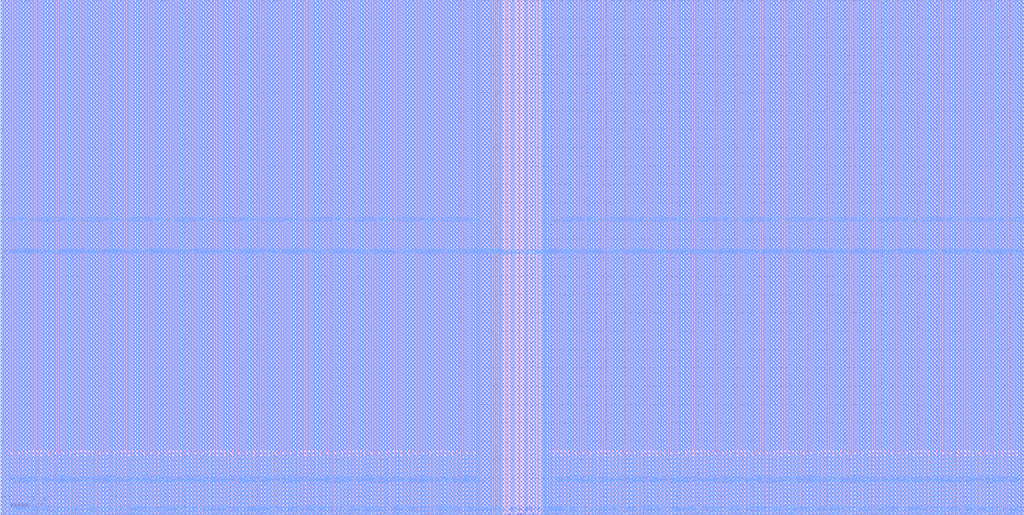
<source format=lef>
# ________________________________________________________________________________________________
# 
# 
#             Synchronous One-Port Register File Compiler
# 
#                 UMC 0.11um LL AE Logic Process
# 
# ________________________________________________________________________________________________
# 
#               
#         Copyright (C) 2024 Faraday Technology Corporation. All Rights Reserved.       
#                
#         This source code is an unpublished work belongs to Faraday Technology Corporation       
#         It is considered a trade secret and is not to be divulged or       
#         used by parties who have not received written authorization from       
#         Faraday Technology Corporation       
#                
#         Faraday's home page can be found at: http://www.faraday-tech.com/       
#                
# ________________________________________________________________________________________________
# 
#        IP Name            :  FSR0K_B_SY                
#        IP Version         :  1.4.0                     
#        IP Release Status  :  Active                    
#        Word               :  1024                      
#        Bit                :  8                         
#        Byte               :  8                         
#        Mux                :  4                         
#        Output Loading     :  0.01                      
#        Clock Input Slew   :  0.016                     
#        Data Input Slew    :  0.016                     
#        Ring Type          :  Ringless Model            
#        Ring Width         :  0                         
#        Bus Format         :  0                         
#        Memaker Path       :  /home/mem/Desktop/memlib  
#        GUI Version        :  m20230904                 
#        Date               :  2024/10/18 14:57:08       
# ________________________________________________________________________________________________
# 

VERSION 5.5 ;
NAMESCASESENSITIVE ON ;
MACRO SYKB110_1024X8X8CM4
CLASS BLOCK ;
FOREIGN SYKB110_1024X8X8CM4 0.000 0.000 ;
ORIGIN 0.000 0.000 ;
SIZE 557.611 BY 280.651 ;
SYMMETRY x y r90 ;
SITE core ;
PIN VCC
  DIRECTION INOUT ;
  USE POWER ;
 PORT
  LAYER ME4 ;
  RECT 303.089 0.000 303.809 33.870 ;
 END
 PORT
  LAYER ME4 ;
  RECT 299.085 0.000 299.805 33.870 ;
 END
 PORT
  LAYER ME4 ;
  RECT 311.097 0.000 311.817 33.870 ;
 END
 PORT
  LAYER ME4 ;
  RECT 307.093 0.000 307.813 33.870 ;
 END
 PORT
  LAYER ME4 ;
  RECT 319.105 0.000 319.825 33.870 ;
 END
 PORT
  LAYER ME4 ;
  RECT 315.101 0.000 315.821 33.870 ;
 END
 PORT
  LAYER ME4 ;
  RECT 327.113 0.000 327.833 33.870 ;
 END
 PORT
  LAYER ME4 ;
  RECT 323.109 0.000 323.829 33.870 ;
 END
 PORT
  LAYER ME4 ;
  RECT 335.121 0.000 335.841 33.870 ;
 END
 PORT
  LAYER ME4 ;
  RECT 331.117 0.000 331.837 33.870 ;
 END
 PORT
  LAYER ME4 ;
  RECT 343.129 0.000 343.849 33.870 ;
 END
 PORT
  LAYER ME4 ;
  RECT 339.125 0.000 339.845 33.870 ;
 END
 PORT
  LAYER ME4 ;
  RECT 351.137 0.000 351.857 33.870 ;
 END
 PORT
  LAYER ME4 ;
  RECT 347.133 0.000 347.853 33.870 ;
 END
 PORT
  LAYER ME4 ;
  RECT 359.145 0.000 359.865 33.870 ;
 END
 PORT
  LAYER ME4 ;
  RECT 355.141 0.000 355.861 33.870 ;
 END
 PORT
  LAYER ME4 ;
  RECT 367.153 0.000 367.873 33.870 ;
 END
 PORT
  LAYER ME4 ;
  RECT 363.149 0.000 363.869 33.870 ;
 END
 PORT
  LAYER ME4 ;
  RECT 375.161 0.000 375.881 33.870 ;
 END
 PORT
  LAYER ME4 ;
  RECT 371.157 0.000 371.877 33.870 ;
 END
 PORT
  LAYER ME4 ;
  RECT 383.169 0.000 383.889 33.870 ;
 END
 PORT
  LAYER ME4 ;
  RECT 379.165 0.000 379.885 33.870 ;
 END
 PORT
  LAYER ME4 ;
  RECT 391.177 0.000 391.897 33.870 ;
 END
 PORT
  LAYER ME4 ;
  RECT 387.173 0.000 387.893 33.870 ;
 END
 PORT
  LAYER ME4 ;
  RECT 399.185 0.000 399.905 33.870 ;
 END
 PORT
  LAYER ME4 ;
  RECT 395.181 0.000 395.901 33.870 ;
 END
 PORT
  LAYER ME4 ;
  RECT 407.193 0.000 407.913 33.870 ;
 END
 PORT
  LAYER ME4 ;
  RECT 403.189 0.000 403.909 33.870 ;
 END
 PORT
  LAYER ME4 ;
  RECT 415.201 0.000 415.921 33.870 ;
 END
 PORT
  LAYER ME4 ;
  RECT 411.197 0.000 411.917 33.870 ;
 END
 PORT
  LAYER ME4 ;
  RECT 423.209 0.000 423.929 33.870 ;
 END
 PORT
  LAYER ME4 ;
  RECT 419.205 0.000 419.925 33.870 ;
 END
 PORT
  LAYER ME4 ;
  RECT 431.217 0.000 431.937 33.870 ;
 END
 PORT
  LAYER ME4 ;
  RECT 427.213 0.000 427.933 33.870 ;
 END
 PORT
  LAYER ME4 ;
  RECT 439.225 0.000 439.945 33.870 ;
 END
 PORT
  LAYER ME4 ;
  RECT 435.221 0.000 435.941 33.870 ;
 END
 PORT
  LAYER ME4 ;
  RECT 447.233 0.000 447.953 33.870 ;
 END
 PORT
  LAYER ME4 ;
  RECT 443.229 0.000 443.949 33.870 ;
 END
 PORT
  LAYER ME4 ;
  RECT 455.241 0.000 455.961 33.870 ;
 END
 PORT
  LAYER ME4 ;
  RECT 451.237 0.000 451.957 33.870 ;
 END
 PORT
  LAYER ME4 ;
  RECT 463.249 0.000 463.969 33.870 ;
 END
 PORT
  LAYER ME4 ;
  RECT 459.245 0.000 459.965 33.870 ;
 END
 PORT
  LAYER ME4 ;
  RECT 471.257 0.000 471.977 33.870 ;
 END
 PORT
  LAYER ME4 ;
  RECT 467.253 0.000 467.973 33.870 ;
 END
 PORT
  LAYER ME4 ;
  RECT 479.265 0.000 479.985 33.870 ;
 END
 PORT
  LAYER ME4 ;
  RECT 475.261 0.000 475.981 33.870 ;
 END
 PORT
  LAYER ME4 ;
  RECT 487.273 0.000 487.993 33.870 ;
 END
 PORT
  LAYER ME4 ;
  RECT 483.269 0.000 483.989 33.870 ;
 END
 PORT
  LAYER ME4 ;
  RECT 495.281 0.000 496.001 33.870 ;
 END
 PORT
  LAYER ME4 ;
  RECT 491.277 0.000 491.997 33.870 ;
 END
 PORT
  LAYER ME4 ;
  RECT 503.289 0.000 504.009 33.870 ;
 END
 PORT
  LAYER ME4 ;
  RECT 499.285 0.000 500.005 33.870 ;
 END
 PORT
  LAYER ME4 ;
  RECT 511.297 0.000 512.017 33.870 ;
 END
 PORT
  LAYER ME4 ;
  RECT 507.293 0.000 508.013 33.870 ;
 END
 PORT
  LAYER ME4 ;
  RECT 519.305 0.000 520.025 33.870 ;
 END
 PORT
  LAYER ME4 ;
  RECT 515.301 0.000 516.021 33.870 ;
 END
 PORT
  LAYER ME4 ;
  RECT 527.313 0.000 528.033 33.870 ;
 END
 PORT
  LAYER ME4 ;
  RECT 523.309 0.000 524.029 33.870 ;
 END
 PORT
  LAYER ME4 ;
  RECT 535.321 0.000 536.041 33.870 ;
 END
 PORT
  LAYER ME4 ;
  RECT 531.317 0.000 532.037 33.870 ;
 END
 PORT
  LAYER ME4 ;
  RECT 543.329 0.000 544.049 33.870 ;
 END
 PORT
  LAYER ME4 ;
  RECT 539.325 0.000 540.045 33.870 ;
 END
 PORT
  LAYER ME4 ;
  RECT 551.337 0.000 552.057 33.870 ;
 END
 PORT
  LAYER ME4 ;
  RECT 547.333 0.000 548.053 33.870 ;
 END
 PORT
  LAYER ME4 ;
  RECT 556.311 0.000 556.691 280.651 ;
 END
 PORT
  LAYER ME4 ;
  RECT 282.197 0.000 282.797 280.651 ;
 END
 PORT
  LAYER ME4 ;
  RECT 286.377 0.000 287.097 280.651 ;
 END
 PORT
  LAYER ME4 ;
  RECT 288.487 0.000 289.607 280.651 ;
 END
 PORT
  LAYER ME4 ;
  RECT 294.517 0.000 295.237 280.651 ;
 END
 PORT
  LAYER ME4 ;
  RECT 296.453 0.921 296.833 280.651 ;
 END
 PORT
  LAYER ME4 ;
  RECT 275.252 0.000 276.372 280.651 ;
 END
 PORT
  LAYER ME4 ;
  RECT 277.967 0.000 278.687 280.651 ;
 END
 PORT
  LAYER ME4 ;
  RECT 272.878 0.000 273.598 279.771 ;
 END
 PORT
  LAYER ME4 ;
  RECT 270.838 0.921 271.558 280.651 ;
 END
 PORT
  LAYER ME4 ;
  RECT 268.718 0.000 269.438 280.651 ;
 END
 PORT
  LAYER ME4 ;
  RECT 266.678 0.921 267.398 280.651 ;
 END
 PORT
  LAYER ME4 ;
  RECT 264.558 0.000 265.278 280.651 ;
 END
 PORT
  LAYER ME4 ;
  RECT 262.518 0.921 263.238 280.651 ;
 END
 PORT
  LAYER ME4 ;
  RECT 0.920 0.000 1.300 280.651 ;
 END
 PORT
  LAYER ME4 ;
  RECT 7.556 0.000 8.276 33.870 ;
 END
 PORT
  LAYER ME4 ;
  RECT 3.552 0.000 4.272 33.870 ;
 END
 PORT
  LAYER ME4 ;
  RECT 15.564 0.000 16.284 33.870 ;
 END
 PORT
  LAYER ME4 ;
  RECT 11.560 0.000 12.280 33.870 ;
 END
 PORT
  LAYER ME4 ;
  RECT 23.572 0.000 24.292 33.870 ;
 END
 PORT
  LAYER ME4 ;
  RECT 19.568 0.000 20.288 33.870 ;
 END
 PORT
  LAYER ME4 ;
  RECT 31.580 0.000 32.300 33.870 ;
 END
 PORT
  LAYER ME4 ;
  RECT 27.576 0.000 28.296 33.870 ;
 END
 PORT
  LAYER ME4 ;
  RECT 39.588 0.000 40.308 33.870 ;
 END
 PORT
  LAYER ME4 ;
  RECT 35.584 0.000 36.304 33.870 ;
 END
 PORT
  LAYER ME4 ;
  RECT 47.596 0.000 48.316 33.870 ;
 END
 PORT
  LAYER ME4 ;
  RECT 43.592 0.000 44.312 33.870 ;
 END
 PORT
  LAYER ME4 ;
  RECT 55.604 0.000 56.324 33.870 ;
 END
 PORT
  LAYER ME4 ;
  RECT 51.600 0.000 52.320 33.870 ;
 END
 PORT
  LAYER ME4 ;
  RECT 63.612 0.000 64.332 33.870 ;
 END
 PORT
  LAYER ME4 ;
  RECT 59.608 0.000 60.328 33.870 ;
 END
 PORT
  LAYER ME4 ;
  RECT 71.620 0.000 72.340 33.870 ;
 END
 PORT
  LAYER ME4 ;
  RECT 67.616 0.000 68.336 33.870 ;
 END
 PORT
  LAYER ME4 ;
  RECT 79.628 0.000 80.348 33.870 ;
 END
 PORT
  LAYER ME4 ;
  RECT 75.624 0.000 76.344 33.870 ;
 END
 PORT
  LAYER ME4 ;
  RECT 87.636 0.000 88.356 33.870 ;
 END
 PORT
  LAYER ME4 ;
  RECT 83.632 0.000 84.352 33.870 ;
 END
 PORT
  LAYER ME4 ;
  RECT 95.644 0.000 96.364 33.870 ;
 END
 PORT
  LAYER ME4 ;
  RECT 91.640 0.000 92.360 33.870 ;
 END
 PORT
  LAYER ME4 ;
  RECT 103.652 0.000 104.372 33.870 ;
 END
 PORT
  LAYER ME4 ;
  RECT 99.648 0.000 100.368 33.870 ;
 END
 PORT
  LAYER ME4 ;
  RECT 111.660 0.000 112.380 33.870 ;
 END
 PORT
  LAYER ME4 ;
  RECT 107.656 0.000 108.376 33.870 ;
 END
 PORT
  LAYER ME4 ;
  RECT 119.668 0.000 120.388 33.870 ;
 END
 PORT
  LAYER ME4 ;
  RECT 115.664 0.000 116.384 33.870 ;
 END
 PORT
  LAYER ME4 ;
  RECT 127.676 0.000 128.396 33.870 ;
 END
 PORT
  LAYER ME4 ;
  RECT 123.672 0.000 124.392 33.870 ;
 END
 PORT
  LAYER ME4 ;
  RECT 135.684 0.000 136.404 33.870 ;
 END
 PORT
  LAYER ME4 ;
  RECT 131.680 0.000 132.400 33.870 ;
 END
 PORT
  LAYER ME4 ;
  RECT 143.692 0.000 144.412 33.870 ;
 END
 PORT
  LAYER ME4 ;
  RECT 139.688 0.000 140.408 33.870 ;
 END
 PORT
  LAYER ME4 ;
  RECT 151.700 0.000 152.420 33.870 ;
 END
 PORT
  LAYER ME4 ;
  RECT 147.696 0.000 148.416 33.870 ;
 END
 PORT
  LAYER ME4 ;
  RECT 159.708 0.000 160.428 33.870 ;
 END
 PORT
  LAYER ME4 ;
  RECT 155.704 0.000 156.424 33.870 ;
 END
 PORT
  LAYER ME4 ;
  RECT 167.716 0.000 168.436 33.870 ;
 END
 PORT
  LAYER ME4 ;
  RECT 163.712 0.000 164.432 33.870 ;
 END
 PORT
  LAYER ME4 ;
  RECT 175.724 0.000 176.444 33.870 ;
 END
 PORT
  LAYER ME4 ;
  RECT 171.720 0.000 172.440 33.870 ;
 END
 PORT
  LAYER ME4 ;
  RECT 183.732 0.000 184.452 33.870 ;
 END
 PORT
  LAYER ME4 ;
  RECT 179.728 0.000 180.448 33.870 ;
 END
 PORT
  LAYER ME4 ;
  RECT 191.740 0.000 192.460 33.870 ;
 END
 PORT
  LAYER ME4 ;
  RECT 187.736 0.000 188.456 33.870 ;
 END
 PORT
  LAYER ME4 ;
  RECT 199.748 0.000 200.468 33.870 ;
 END
 PORT
  LAYER ME4 ;
  RECT 195.744 0.000 196.464 33.870 ;
 END
 PORT
  LAYER ME4 ;
  RECT 207.756 0.000 208.476 33.870 ;
 END
 PORT
  LAYER ME4 ;
  RECT 203.752 0.000 204.472 33.870 ;
 END
 PORT
  LAYER ME4 ;
  RECT 215.764 0.000 216.484 33.870 ;
 END
 PORT
  LAYER ME4 ;
  RECT 211.760 0.000 212.480 33.870 ;
 END
 PORT
  LAYER ME4 ;
  RECT 223.772 0.000 224.492 33.870 ;
 END
 PORT
  LAYER ME4 ;
  RECT 219.768 0.000 220.488 33.870 ;
 END
 PORT
  LAYER ME4 ;
  RECT 231.780 0.000 232.500 33.870 ;
 END
 PORT
  LAYER ME4 ;
  RECT 227.776 0.000 228.496 33.870 ;
 END
 PORT
  LAYER ME4 ;
  RECT 239.788 0.000 240.508 33.870 ;
 END
 PORT
  LAYER ME4 ;
  RECT 235.784 0.000 236.504 33.870 ;
 END
 PORT
  LAYER ME4 ;
  RECT 247.796 0.000 248.516 33.870 ;
 END
 PORT
  LAYER ME4 ;
  RECT 243.792 0.000 244.512 33.870 ;
 END
 PORT
  LAYER ME4 ;
  RECT 255.804 0.000 256.524 33.870 ;
 END
 PORT
  LAYER ME4 ;
  RECT 251.800 0.000 252.520 33.870 ;
 END
 PORT
  LAYER ME4 ;
  RECT 260.778 0.000 261.158 280.651 ;
 END
 PORT
  LAYER ME4 ;
  RECT 305.281 35.220 305.621 280.651 ;
 END
 PORT
  LAYER ME4 ;
  RECT 303.279 35.220 303.619 280.651 ;
 END
 PORT
  LAYER ME4 ;
  RECT 301.277 35.220 301.617 280.651 ;
 END
 PORT
  LAYER ME4 ;
  RECT 299.275 35.220 299.615 280.651 ;
 END
 PORT
  LAYER ME4 ;
  RECT 313.289 35.220 313.629 280.651 ;
 END
 PORT
  LAYER ME4 ;
  RECT 311.287 35.220 311.627 280.651 ;
 END
 PORT
  LAYER ME4 ;
  RECT 309.285 35.220 309.625 280.651 ;
 END
 PORT
  LAYER ME4 ;
  RECT 307.283 35.220 307.623 280.651 ;
 END
 PORT
  LAYER ME4 ;
  RECT 321.297 35.220 321.637 280.651 ;
 END
 PORT
  LAYER ME4 ;
  RECT 319.295 35.220 319.635 280.651 ;
 END
 PORT
  LAYER ME4 ;
  RECT 317.293 35.220 317.633 280.651 ;
 END
 PORT
  LAYER ME4 ;
  RECT 315.291 35.220 315.631 280.651 ;
 END
 PORT
  LAYER ME4 ;
  RECT 329.305 35.220 329.645 280.651 ;
 END
 PORT
  LAYER ME4 ;
  RECT 327.303 35.220 327.643 280.651 ;
 END
 PORT
  LAYER ME4 ;
  RECT 325.301 35.220 325.641 280.651 ;
 END
 PORT
  LAYER ME4 ;
  RECT 323.299 35.220 323.639 280.651 ;
 END
 PORT
  LAYER ME4 ;
  RECT 337.313 35.220 337.653 280.651 ;
 END
 PORT
  LAYER ME4 ;
  RECT 335.311 35.220 335.651 280.651 ;
 END
 PORT
  LAYER ME4 ;
  RECT 333.309 35.220 333.649 280.651 ;
 END
 PORT
  LAYER ME4 ;
  RECT 331.307 35.220 331.647 280.651 ;
 END
 PORT
  LAYER ME4 ;
  RECT 345.321 35.220 345.661 280.651 ;
 END
 PORT
  LAYER ME4 ;
  RECT 343.319 35.220 343.659 280.651 ;
 END
 PORT
  LAYER ME4 ;
  RECT 341.317 35.220 341.657 280.651 ;
 END
 PORT
  LAYER ME4 ;
  RECT 339.315 35.220 339.655 280.651 ;
 END
 PORT
  LAYER ME4 ;
  RECT 353.329 35.220 353.669 280.651 ;
 END
 PORT
  LAYER ME4 ;
  RECT 351.327 35.220 351.667 280.651 ;
 END
 PORT
  LAYER ME4 ;
  RECT 349.325 35.220 349.665 280.651 ;
 END
 PORT
  LAYER ME4 ;
  RECT 347.323 35.220 347.663 280.651 ;
 END
 PORT
  LAYER ME4 ;
  RECT 361.337 35.220 361.677 280.651 ;
 END
 PORT
  LAYER ME4 ;
  RECT 359.335 35.220 359.675 280.651 ;
 END
 PORT
  LAYER ME4 ;
  RECT 357.333 35.220 357.673 280.651 ;
 END
 PORT
  LAYER ME4 ;
  RECT 355.331 35.220 355.671 280.651 ;
 END
 PORT
  LAYER ME4 ;
  RECT 369.345 35.220 369.685 280.651 ;
 END
 PORT
  LAYER ME4 ;
  RECT 367.343 35.220 367.683 280.651 ;
 END
 PORT
  LAYER ME4 ;
  RECT 365.341 35.220 365.681 280.651 ;
 END
 PORT
  LAYER ME4 ;
  RECT 363.339 35.220 363.679 280.651 ;
 END
 PORT
  LAYER ME4 ;
  RECT 377.353 35.220 377.693 280.651 ;
 END
 PORT
  LAYER ME4 ;
  RECT 375.351 35.220 375.691 280.651 ;
 END
 PORT
  LAYER ME4 ;
  RECT 373.349 35.220 373.689 280.651 ;
 END
 PORT
  LAYER ME4 ;
  RECT 371.347 35.220 371.687 280.651 ;
 END
 PORT
  LAYER ME4 ;
  RECT 385.361 35.220 385.701 280.651 ;
 END
 PORT
  LAYER ME4 ;
  RECT 383.359 35.220 383.699 280.651 ;
 END
 PORT
  LAYER ME4 ;
  RECT 381.357 35.220 381.697 280.651 ;
 END
 PORT
  LAYER ME4 ;
  RECT 379.355 35.220 379.695 280.651 ;
 END
 PORT
  LAYER ME4 ;
  RECT 393.369 35.220 393.709 280.651 ;
 END
 PORT
  LAYER ME4 ;
  RECT 391.367 35.220 391.707 280.651 ;
 END
 PORT
  LAYER ME4 ;
  RECT 389.365 35.220 389.705 280.651 ;
 END
 PORT
  LAYER ME4 ;
  RECT 387.363 35.220 387.703 280.651 ;
 END
 PORT
  LAYER ME4 ;
  RECT 401.377 35.220 401.717 280.651 ;
 END
 PORT
  LAYER ME4 ;
  RECT 399.375 35.220 399.715 280.651 ;
 END
 PORT
  LAYER ME4 ;
  RECT 397.373 35.220 397.713 280.651 ;
 END
 PORT
  LAYER ME4 ;
  RECT 395.371 35.220 395.711 280.651 ;
 END
 PORT
  LAYER ME4 ;
  RECT 409.385 35.220 409.725 280.651 ;
 END
 PORT
  LAYER ME4 ;
  RECT 407.383 35.220 407.723 280.651 ;
 END
 PORT
  LAYER ME4 ;
  RECT 405.381 35.220 405.721 280.651 ;
 END
 PORT
  LAYER ME4 ;
  RECT 403.379 35.220 403.719 280.651 ;
 END
 PORT
  LAYER ME4 ;
  RECT 417.393 35.220 417.733 280.651 ;
 END
 PORT
  LAYER ME4 ;
  RECT 415.391 35.220 415.731 280.651 ;
 END
 PORT
  LAYER ME4 ;
  RECT 413.389 35.220 413.729 280.651 ;
 END
 PORT
  LAYER ME4 ;
  RECT 411.387 35.220 411.727 280.651 ;
 END
 PORT
  LAYER ME4 ;
  RECT 425.401 35.220 425.741 280.651 ;
 END
 PORT
  LAYER ME4 ;
  RECT 423.399 35.220 423.739 280.651 ;
 END
 PORT
  LAYER ME4 ;
  RECT 421.397 35.220 421.737 280.651 ;
 END
 PORT
  LAYER ME4 ;
  RECT 419.395 35.220 419.735 280.651 ;
 END
 PORT
  LAYER ME4 ;
  RECT 433.409 35.220 433.749 280.651 ;
 END
 PORT
  LAYER ME4 ;
  RECT 431.407 35.220 431.747 280.651 ;
 END
 PORT
  LAYER ME4 ;
  RECT 429.405 35.220 429.745 280.651 ;
 END
 PORT
  LAYER ME4 ;
  RECT 427.403 35.220 427.743 280.651 ;
 END
 PORT
  LAYER ME4 ;
  RECT 441.417 35.220 441.757 280.651 ;
 END
 PORT
  LAYER ME4 ;
  RECT 439.415 35.220 439.755 280.651 ;
 END
 PORT
  LAYER ME4 ;
  RECT 437.413 35.220 437.753 280.651 ;
 END
 PORT
  LAYER ME4 ;
  RECT 435.411 35.220 435.751 280.651 ;
 END
 PORT
  LAYER ME4 ;
  RECT 449.425 35.220 449.765 280.651 ;
 END
 PORT
  LAYER ME4 ;
  RECT 447.423 35.220 447.763 280.651 ;
 END
 PORT
  LAYER ME4 ;
  RECT 445.421 35.220 445.761 280.651 ;
 END
 PORT
  LAYER ME4 ;
  RECT 443.419 35.220 443.759 280.651 ;
 END
 PORT
  LAYER ME4 ;
  RECT 457.433 35.220 457.773 280.651 ;
 END
 PORT
  LAYER ME4 ;
  RECT 455.431 35.220 455.771 280.651 ;
 END
 PORT
  LAYER ME4 ;
  RECT 453.429 35.220 453.769 280.651 ;
 END
 PORT
  LAYER ME4 ;
  RECT 451.427 35.220 451.767 280.651 ;
 END
 PORT
  LAYER ME4 ;
  RECT 465.441 35.220 465.781 280.651 ;
 END
 PORT
  LAYER ME4 ;
  RECT 463.439 35.220 463.779 280.651 ;
 END
 PORT
  LAYER ME4 ;
  RECT 461.437 35.220 461.777 280.651 ;
 END
 PORT
  LAYER ME4 ;
  RECT 459.435 35.220 459.775 280.651 ;
 END
 PORT
  LAYER ME4 ;
  RECT 473.449 35.220 473.789 280.651 ;
 END
 PORT
  LAYER ME4 ;
  RECT 471.447 35.220 471.787 280.651 ;
 END
 PORT
  LAYER ME4 ;
  RECT 469.445 35.220 469.785 280.651 ;
 END
 PORT
  LAYER ME4 ;
  RECT 467.443 35.220 467.783 280.651 ;
 END
 PORT
  LAYER ME4 ;
  RECT 481.457 35.220 481.797 280.651 ;
 END
 PORT
  LAYER ME4 ;
  RECT 479.455 35.220 479.795 280.651 ;
 END
 PORT
  LAYER ME4 ;
  RECT 477.453 35.220 477.793 280.651 ;
 END
 PORT
  LAYER ME4 ;
  RECT 475.451 35.220 475.791 280.651 ;
 END
 PORT
  LAYER ME4 ;
  RECT 489.465 35.220 489.805 280.651 ;
 END
 PORT
  LAYER ME4 ;
  RECT 487.463 35.220 487.803 280.651 ;
 END
 PORT
  LAYER ME4 ;
  RECT 485.461 35.220 485.801 280.651 ;
 END
 PORT
  LAYER ME4 ;
  RECT 483.459 35.220 483.799 280.651 ;
 END
 PORT
  LAYER ME4 ;
  RECT 497.473 35.220 497.813 280.651 ;
 END
 PORT
  LAYER ME4 ;
  RECT 495.471 35.220 495.811 280.651 ;
 END
 PORT
  LAYER ME4 ;
  RECT 493.469 35.220 493.809 280.651 ;
 END
 PORT
  LAYER ME4 ;
  RECT 491.467 35.220 491.807 280.651 ;
 END
 PORT
  LAYER ME4 ;
  RECT 505.481 35.220 505.821 280.651 ;
 END
 PORT
  LAYER ME4 ;
  RECT 503.479 35.220 503.819 280.651 ;
 END
 PORT
  LAYER ME4 ;
  RECT 501.477 35.220 501.817 280.651 ;
 END
 PORT
  LAYER ME4 ;
  RECT 499.475 35.220 499.815 280.651 ;
 END
 PORT
  LAYER ME4 ;
  RECT 513.489 35.220 513.829 280.651 ;
 END
 PORT
  LAYER ME4 ;
  RECT 511.487 35.220 511.827 280.651 ;
 END
 PORT
  LAYER ME4 ;
  RECT 509.485 35.220 509.825 280.651 ;
 END
 PORT
  LAYER ME4 ;
  RECT 507.483 35.220 507.823 280.651 ;
 END
 PORT
  LAYER ME4 ;
  RECT 521.497 35.220 521.837 280.651 ;
 END
 PORT
  LAYER ME4 ;
  RECT 519.495 35.220 519.835 280.651 ;
 END
 PORT
  LAYER ME4 ;
  RECT 517.493 35.220 517.833 280.651 ;
 END
 PORT
  LAYER ME4 ;
  RECT 515.491 35.220 515.831 280.651 ;
 END
 PORT
  LAYER ME4 ;
  RECT 529.505 35.220 529.845 280.651 ;
 END
 PORT
  LAYER ME4 ;
  RECT 527.503 35.220 527.843 280.651 ;
 END
 PORT
  LAYER ME4 ;
  RECT 525.501 35.220 525.841 280.651 ;
 END
 PORT
  LAYER ME4 ;
  RECT 523.499 35.220 523.839 280.651 ;
 END
 PORT
  LAYER ME4 ;
  RECT 537.513 35.220 537.853 280.651 ;
 END
 PORT
  LAYER ME4 ;
  RECT 535.511 35.220 535.851 280.651 ;
 END
 PORT
  LAYER ME4 ;
  RECT 533.509 35.220 533.849 280.651 ;
 END
 PORT
  LAYER ME4 ;
  RECT 531.507 35.220 531.847 280.651 ;
 END
 PORT
  LAYER ME4 ;
  RECT 545.521 35.220 545.861 280.651 ;
 END
 PORT
  LAYER ME4 ;
  RECT 543.519 35.220 543.859 280.651 ;
 END
 PORT
  LAYER ME4 ;
  RECT 541.517 35.220 541.857 280.651 ;
 END
 PORT
  LAYER ME4 ;
  RECT 539.515 35.220 539.855 280.651 ;
 END
 PORT
  LAYER ME4 ;
  RECT 553.529 35.220 553.869 280.651 ;
 END
 PORT
  LAYER ME4 ;
  RECT 551.527 35.220 551.867 280.651 ;
 END
 PORT
  LAYER ME4 ;
  RECT 549.525 35.220 549.865 280.651 ;
 END
 PORT
  LAYER ME4 ;
  RECT 547.523 35.220 547.863 280.651 ;
 END
 PORT
  LAYER ME4 ;
  RECT 9.748 35.220 10.088 280.651 ;
 END
 PORT
  LAYER ME4 ;
  RECT 7.746 35.220 8.086 280.651 ;
 END
 PORT
  LAYER ME4 ;
  RECT 5.744 35.220 6.084 280.651 ;
 END
 PORT
  LAYER ME4 ;
  RECT 3.742 35.220 4.082 280.651 ;
 END
 PORT
  LAYER ME4 ;
  RECT 17.756 35.220 18.096 280.651 ;
 END
 PORT
  LAYER ME4 ;
  RECT 15.754 35.220 16.094 280.651 ;
 END
 PORT
  LAYER ME4 ;
  RECT 13.752 35.220 14.092 280.651 ;
 END
 PORT
  LAYER ME4 ;
  RECT 11.750 35.220 12.090 280.651 ;
 END
 PORT
  LAYER ME4 ;
  RECT 25.764 35.220 26.104 280.651 ;
 END
 PORT
  LAYER ME4 ;
  RECT 23.762 35.220 24.102 280.651 ;
 END
 PORT
  LAYER ME4 ;
  RECT 21.760 35.220 22.100 280.651 ;
 END
 PORT
  LAYER ME4 ;
  RECT 19.758 35.220 20.098 280.651 ;
 END
 PORT
  LAYER ME4 ;
  RECT 33.772 35.220 34.112 280.651 ;
 END
 PORT
  LAYER ME4 ;
  RECT 31.770 35.220 32.110 280.651 ;
 END
 PORT
  LAYER ME4 ;
  RECT 29.768 35.220 30.108 280.651 ;
 END
 PORT
  LAYER ME4 ;
  RECT 27.766 35.220 28.106 280.651 ;
 END
 PORT
  LAYER ME4 ;
  RECT 41.780 35.220 42.120 280.651 ;
 END
 PORT
  LAYER ME4 ;
  RECT 39.778 35.220 40.118 280.651 ;
 END
 PORT
  LAYER ME4 ;
  RECT 37.776 35.220 38.116 280.651 ;
 END
 PORT
  LAYER ME4 ;
  RECT 35.774 35.220 36.114 280.651 ;
 END
 PORT
  LAYER ME4 ;
  RECT 49.788 35.220 50.128 280.651 ;
 END
 PORT
  LAYER ME4 ;
  RECT 47.786 35.220 48.126 280.651 ;
 END
 PORT
  LAYER ME4 ;
  RECT 45.784 35.220 46.124 280.651 ;
 END
 PORT
  LAYER ME4 ;
  RECT 43.782 35.220 44.122 280.651 ;
 END
 PORT
  LAYER ME4 ;
  RECT 57.796 35.220 58.136 280.651 ;
 END
 PORT
  LAYER ME4 ;
  RECT 55.794 35.220 56.134 280.651 ;
 END
 PORT
  LAYER ME4 ;
  RECT 53.792 35.220 54.132 280.651 ;
 END
 PORT
  LAYER ME4 ;
  RECT 51.790 35.220 52.130 280.651 ;
 END
 PORT
  LAYER ME4 ;
  RECT 65.804 35.220 66.144 280.651 ;
 END
 PORT
  LAYER ME4 ;
  RECT 63.802 35.220 64.142 280.651 ;
 END
 PORT
  LAYER ME4 ;
  RECT 61.800 35.220 62.140 280.651 ;
 END
 PORT
  LAYER ME4 ;
  RECT 59.798 35.220 60.138 280.651 ;
 END
 PORT
  LAYER ME4 ;
  RECT 73.812 35.220 74.152 280.651 ;
 END
 PORT
  LAYER ME4 ;
  RECT 71.810 35.220 72.150 280.651 ;
 END
 PORT
  LAYER ME4 ;
  RECT 69.808 35.220 70.148 280.651 ;
 END
 PORT
  LAYER ME4 ;
  RECT 67.806 35.220 68.146 280.651 ;
 END
 PORT
  LAYER ME4 ;
  RECT 81.820 35.220 82.160 280.651 ;
 END
 PORT
  LAYER ME4 ;
  RECT 79.818 35.220 80.158 280.651 ;
 END
 PORT
  LAYER ME4 ;
  RECT 77.816 35.220 78.156 280.651 ;
 END
 PORT
  LAYER ME4 ;
  RECT 75.814 35.220 76.154 280.651 ;
 END
 PORT
  LAYER ME4 ;
  RECT 89.828 35.220 90.168 280.651 ;
 END
 PORT
  LAYER ME4 ;
  RECT 87.826 35.220 88.166 280.651 ;
 END
 PORT
  LAYER ME4 ;
  RECT 85.824 35.220 86.164 280.651 ;
 END
 PORT
  LAYER ME4 ;
  RECT 83.822 35.220 84.162 280.651 ;
 END
 PORT
  LAYER ME4 ;
  RECT 97.836 35.220 98.176 280.651 ;
 END
 PORT
  LAYER ME4 ;
  RECT 95.834 35.220 96.174 280.651 ;
 END
 PORT
  LAYER ME4 ;
  RECT 93.832 35.220 94.172 280.651 ;
 END
 PORT
  LAYER ME4 ;
  RECT 91.830 35.220 92.170 280.651 ;
 END
 PORT
  LAYER ME4 ;
  RECT 105.844 35.220 106.184 280.651 ;
 END
 PORT
  LAYER ME4 ;
  RECT 103.842 35.220 104.182 280.651 ;
 END
 PORT
  LAYER ME4 ;
  RECT 101.840 35.220 102.180 280.651 ;
 END
 PORT
  LAYER ME4 ;
  RECT 99.838 35.220 100.178 280.651 ;
 END
 PORT
  LAYER ME4 ;
  RECT 113.852 35.220 114.192 280.651 ;
 END
 PORT
  LAYER ME4 ;
  RECT 111.850 35.220 112.190 280.651 ;
 END
 PORT
  LAYER ME4 ;
  RECT 109.848 35.220 110.188 280.651 ;
 END
 PORT
  LAYER ME4 ;
  RECT 107.846 35.220 108.186 280.651 ;
 END
 PORT
  LAYER ME4 ;
  RECT 121.860 35.220 122.200 280.651 ;
 END
 PORT
  LAYER ME4 ;
  RECT 119.858 35.220 120.198 280.651 ;
 END
 PORT
  LAYER ME4 ;
  RECT 117.856 35.220 118.196 280.651 ;
 END
 PORT
  LAYER ME4 ;
  RECT 115.854 35.220 116.194 280.651 ;
 END
 PORT
  LAYER ME4 ;
  RECT 129.868 35.220 130.208 280.651 ;
 END
 PORT
  LAYER ME4 ;
  RECT 127.866 35.220 128.206 280.651 ;
 END
 PORT
  LAYER ME4 ;
  RECT 125.864 35.220 126.204 280.651 ;
 END
 PORT
  LAYER ME4 ;
  RECT 123.862 35.220 124.202 280.651 ;
 END
 PORT
  LAYER ME4 ;
  RECT 137.876 35.220 138.216 280.651 ;
 END
 PORT
  LAYER ME4 ;
  RECT 135.874 35.220 136.214 280.651 ;
 END
 PORT
  LAYER ME4 ;
  RECT 133.872 35.220 134.212 280.651 ;
 END
 PORT
  LAYER ME4 ;
  RECT 131.870 35.220 132.210 280.651 ;
 END
 PORT
  LAYER ME4 ;
  RECT 145.884 35.220 146.224 280.651 ;
 END
 PORT
  LAYER ME4 ;
  RECT 143.882 35.220 144.222 280.651 ;
 END
 PORT
  LAYER ME4 ;
  RECT 141.880 35.220 142.220 280.651 ;
 END
 PORT
  LAYER ME4 ;
  RECT 139.878 35.220 140.218 280.651 ;
 END
 PORT
  LAYER ME4 ;
  RECT 153.892 35.220 154.232 280.651 ;
 END
 PORT
  LAYER ME4 ;
  RECT 151.890 35.220 152.230 280.651 ;
 END
 PORT
  LAYER ME4 ;
  RECT 149.888 35.220 150.228 280.651 ;
 END
 PORT
  LAYER ME4 ;
  RECT 147.886 35.220 148.226 280.651 ;
 END
 PORT
  LAYER ME4 ;
  RECT 161.900 35.220 162.240 280.651 ;
 END
 PORT
  LAYER ME4 ;
  RECT 159.898 35.220 160.238 280.651 ;
 END
 PORT
  LAYER ME4 ;
  RECT 157.896 35.220 158.236 280.651 ;
 END
 PORT
  LAYER ME4 ;
  RECT 155.894 35.220 156.234 280.651 ;
 END
 PORT
  LAYER ME4 ;
  RECT 169.908 35.220 170.248 280.651 ;
 END
 PORT
  LAYER ME4 ;
  RECT 167.906 35.220 168.246 280.651 ;
 END
 PORT
  LAYER ME4 ;
  RECT 165.904 35.220 166.244 280.651 ;
 END
 PORT
  LAYER ME4 ;
  RECT 163.902 35.220 164.242 280.651 ;
 END
 PORT
  LAYER ME4 ;
  RECT 177.916 35.220 178.256 280.651 ;
 END
 PORT
  LAYER ME4 ;
  RECT 175.914 35.220 176.254 280.651 ;
 END
 PORT
  LAYER ME4 ;
  RECT 173.912 35.220 174.252 280.651 ;
 END
 PORT
  LAYER ME4 ;
  RECT 171.910 35.220 172.250 280.651 ;
 END
 PORT
  LAYER ME4 ;
  RECT 185.924 35.220 186.264 280.651 ;
 END
 PORT
  LAYER ME4 ;
  RECT 183.922 35.220 184.262 280.651 ;
 END
 PORT
  LAYER ME4 ;
  RECT 181.920 35.220 182.260 280.651 ;
 END
 PORT
  LAYER ME4 ;
  RECT 179.918 35.220 180.258 280.651 ;
 END
 PORT
  LAYER ME4 ;
  RECT 193.932 35.220 194.272 280.651 ;
 END
 PORT
  LAYER ME4 ;
  RECT 191.930 35.220 192.270 280.651 ;
 END
 PORT
  LAYER ME4 ;
  RECT 189.928 35.220 190.268 280.651 ;
 END
 PORT
  LAYER ME4 ;
  RECT 187.926 35.220 188.266 280.651 ;
 END
 PORT
  LAYER ME4 ;
  RECT 201.940 35.220 202.280 280.651 ;
 END
 PORT
  LAYER ME4 ;
  RECT 199.938 35.220 200.278 280.651 ;
 END
 PORT
  LAYER ME4 ;
  RECT 197.936 35.220 198.276 280.651 ;
 END
 PORT
  LAYER ME4 ;
  RECT 195.934 35.220 196.274 280.651 ;
 END
 PORT
  LAYER ME4 ;
  RECT 209.948 35.220 210.288 280.651 ;
 END
 PORT
  LAYER ME4 ;
  RECT 207.946 35.220 208.286 280.651 ;
 END
 PORT
  LAYER ME4 ;
  RECT 205.944 35.220 206.284 280.651 ;
 END
 PORT
  LAYER ME4 ;
  RECT 203.942 35.220 204.282 280.651 ;
 END
 PORT
  LAYER ME4 ;
  RECT 217.956 35.220 218.296 280.651 ;
 END
 PORT
  LAYER ME4 ;
  RECT 215.954 35.220 216.294 280.651 ;
 END
 PORT
  LAYER ME4 ;
  RECT 213.952 35.220 214.292 280.651 ;
 END
 PORT
  LAYER ME4 ;
  RECT 211.950 35.220 212.290 280.651 ;
 END
 PORT
  LAYER ME4 ;
  RECT 225.964 35.220 226.304 280.651 ;
 END
 PORT
  LAYER ME4 ;
  RECT 223.962 35.220 224.302 280.651 ;
 END
 PORT
  LAYER ME4 ;
  RECT 221.960 35.220 222.300 280.651 ;
 END
 PORT
  LAYER ME4 ;
  RECT 219.958 35.220 220.298 280.651 ;
 END
 PORT
  LAYER ME4 ;
  RECT 233.972 35.220 234.312 280.651 ;
 END
 PORT
  LAYER ME4 ;
  RECT 231.970 35.220 232.310 280.651 ;
 END
 PORT
  LAYER ME4 ;
  RECT 229.968 35.220 230.308 280.651 ;
 END
 PORT
  LAYER ME4 ;
  RECT 227.966 35.220 228.306 280.651 ;
 END
 PORT
  LAYER ME4 ;
  RECT 241.980 35.220 242.320 280.651 ;
 END
 PORT
  LAYER ME4 ;
  RECT 239.978 35.220 240.318 280.651 ;
 END
 PORT
  LAYER ME4 ;
  RECT 237.976 35.220 238.316 280.651 ;
 END
 PORT
  LAYER ME4 ;
  RECT 235.974 35.220 236.314 280.651 ;
 END
 PORT
  LAYER ME4 ;
  RECT 249.988 35.220 250.328 280.651 ;
 END
 PORT
  LAYER ME4 ;
  RECT 247.986 35.220 248.326 280.651 ;
 END
 PORT
  LAYER ME4 ;
  RECT 245.984 35.220 246.324 280.651 ;
 END
 PORT
  LAYER ME4 ;
  RECT 243.982 35.220 244.322 280.651 ;
 END
 PORT
  LAYER ME4 ;
  RECT 257.996 35.220 258.336 280.651 ;
 END
 PORT
  LAYER ME4 ;
  RECT 255.994 35.220 256.334 280.651 ;
 END
 PORT
  LAYER ME4 ;
  RECT 253.992 35.220 254.332 280.651 ;
 END
 PORT
  LAYER ME4 ;
  RECT 251.990 35.220 252.330 280.651 ;
 END
END VCC
PIN GND
  DIRECTION INOUT ;
  USE GROUND ;
 PORT
  LAYER ME4 ;
  RECT 298.274 0.921 298.614 280.651 ;
 END
 PORT
  LAYER ME4 ;
  RECT 305.091 0.000 305.811 31.570 ;
 END
 PORT
  LAYER ME4 ;
  RECT 306.282 0.000 306.622 280.651 ;
 END
 PORT
  LAYER ME4 ;
  RECT 300.276 0.000 300.616 280.651 ;
 END
 PORT
  LAYER ME4 ;
  RECT 301.087 0.000 301.807 31.570 ;
 END
 PORT
  LAYER ME4 ;
  RECT 302.278 0.921 302.618 280.651 ;
 END
 PORT
  LAYER ME4 ;
  RECT 304.280 0.921 304.620 280.651 ;
 END
 PORT
  LAYER ME4 ;
  RECT 313.099 0.000 313.819 31.570 ;
 END
 PORT
  LAYER ME4 ;
  RECT 314.290 0.000 314.630 280.651 ;
 END
 PORT
  LAYER ME4 ;
  RECT 308.284 0.000 308.624 280.651 ;
 END
 PORT
  LAYER ME4 ;
  RECT 309.095 0.000 309.815 31.570 ;
 END
 PORT
  LAYER ME4 ;
  RECT 310.286 0.921 310.626 280.651 ;
 END
 PORT
  LAYER ME4 ;
  RECT 312.288 0.921 312.628 280.651 ;
 END
 PORT
  LAYER ME4 ;
  RECT 321.107 0.000 321.827 31.570 ;
 END
 PORT
  LAYER ME4 ;
  RECT 322.298 0.000 322.638 280.651 ;
 END
 PORT
  LAYER ME4 ;
  RECT 316.292 0.000 316.632 280.651 ;
 END
 PORT
  LAYER ME4 ;
  RECT 317.103 0.000 317.823 31.570 ;
 END
 PORT
  LAYER ME4 ;
  RECT 318.294 0.921 318.634 280.651 ;
 END
 PORT
  LAYER ME4 ;
  RECT 320.296 0.921 320.636 280.651 ;
 END
 PORT
  LAYER ME4 ;
  RECT 329.115 0.000 329.835 31.570 ;
 END
 PORT
  LAYER ME4 ;
  RECT 330.306 0.000 330.646 280.651 ;
 END
 PORT
  LAYER ME4 ;
  RECT 324.300 0.000 324.640 280.651 ;
 END
 PORT
  LAYER ME4 ;
  RECT 325.111 0.000 325.831 31.570 ;
 END
 PORT
  LAYER ME4 ;
  RECT 326.302 0.921 326.642 280.651 ;
 END
 PORT
  LAYER ME4 ;
  RECT 328.304 0.921 328.644 280.651 ;
 END
 PORT
  LAYER ME4 ;
  RECT 337.123 0.000 337.843 31.570 ;
 END
 PORT
  LAYER ME4 ;
  RECT 338.314 0.000 338.654 280.651 ;
 END
 PORT
  LAYER ME4 ;
  RECT 332.308 0.000 332.648 280.651 ;
 END
 PORT
  LAYER ME4 ;
  RECT 333.119 0.000 333.839 31.570 ;
 END
 PORT
  LAYER ME4 ;
  RECT 334.310 0.921 334.650 280.651 ;
 END
 PORT
  LAYER ME4 ;
  RECT 336.312 0.921 336.652 280.651 ;
 END
 PORT
  LAYER ME4 ;
  RECT 345.131 0.000 345.851 31.570 ;
 END
 PORT
  LAYER ME4 ;
  RECT 346.322 0.000 346.662 280.651 ;
 END
 PORT
  LAYER ME4 ;
  RECT 340.316 0.000 340.656 280.651 ;
 END
 PORT
  LAYER ME4 ;
  RECT 341.127 0.000 341.847 31.570 ;
 END
 PORT
  LAYER ME4 ;
  RECT 342.318 0.921 342.658 280.651 ;
 END
 PORT
  LAYER ME4 ;
  RECT 344.320 0.921 344.660 280.651 ;
 END
 PORT
  LAYER ME4 ;
  RECT 353.139 0.000 353.859 31.570 ;
 END
 PORT
  LAYER ME4 ;
  RECT 354.330 0.000 354.670 280.651 ;
 END
 PORT
  LAYER ME4 ;
  RECT 348.324 0.000 348.664 280.651 ;
 END
 PORT
  LAYER ME4 ;
  RECT 349.135 0.000 349.855 31.570 ;
 END
 PORT
  LAYER ME4 ;
  RECT 350.326 0.921 350.666 280.651 ;
 END
 PORT
  LAYER ME4 ;
  RECT 352.328 0.921 352.668 280.651 ;
 END
 PORT
  LAYER ME4 ;
  RECT 361.147 0.000 361.867 31.570 ;
 END
 PORT
  LAYER ME4 ;
  RECT 362.338 0.000 362.678 280.651 ;
 END
 PORT
  LAYER ME4 ;
  RECT 356.332 0.000 356.672 280.651 ;
 END
 PORT
  LAYER ME4 ;
  RECT 357.143 0.000 357.863 31.570 ;
 END
 PORT
  LAYER ME4 ;
  RECT 358.334 0.921 358.674 280.651 ;
 END
 PORT
  LAYER ME4 ;
  RECT 360.336 0.921 360.676 280.651 ;
 END
 PORT
  LAYER ME4 ;
  RECT 369.155 0.000 369.875 31.570 ;
 END
 PORT
  LAYER ME4 ;
  RECT 370.346 0.000 370.686 280.651 ;
 END
 PORT
  LAYER ME4 ;
  RECT 364.340 0.000 364.680 280.651 ;
 END
 PORT
  LAYER ME4 ;
  RECT 365.151 0.000 365.871 31.570 ;
 END
 PORT
  LAYER ME4 ;
  RECT 366.342 0.921 366.682 280.651 ;
 END
 PORT
  LAYER ME4 ;
  RECT 368.344 0.921 368.684 280.651 ;
 END
 PORT
  LAYER ME4 ;
  RECT 377.163 0.000 377.883 31.570 ;
 END
 PORT
  LAYER ME4 ;
  RECT 378.354 0.000 378.694 280.651 ;
 END
 PORT
  LAYER ME4 ;
  RECT 372.348 0.000 372.688 280.651 ;
 END
 PORT
  LAYER ME4 ;
  RECT 373.159 0.000 373.879 31.570 ;
 END
 PORT
  LAYER ME4 ;
  RECT 374.350 0.921 374.690 280.651 ;
 END
 PORT
  LAYER ME4 ;
  RECT 376.352 0.921 376.692 280.651 ;
 END
 PORT
  LAYER ME4 ;
  RECT 385.171 0.000 385.891 31.570 ;
 END
 PORT
  LAYER ME4 ;
  RECT 386.362 0.000 386.702 280.651 ;
 END
 PORT
  LAYER ME4 ;
  RECT 380.356 0.000 380.696 280.651 ;
 END
 PORT
  LAYER ME4 ;
  RECT 381.167 0.000 381.887 31.570 ;
 END
 PORT
  LAYER ME4 ;
  RECT 382.358 0.921 382.698 280.651 ;
 END
 PORT
  LAYER ME4 ;
  RECT 384.360 0.921 384.700 280.651 ;
 END
 PORT
  LAYER ME4 ;
  RECT 393.179 0.000 393.899 31.570 ;
 END
 PORT
  LAYER ME4 ;
  RECT 394.370 0.000 394.710 280.651 ;
 END
 PORT
  LAYER ME4 ;
  RECT 388.364 0.000 388.704 280.651 ;
 END
 PORT
  LAYER ME4 ;
  RECT 389.175 0.000 389.895 31.570 ;
 END
 PORT
  LAYER ME4 ;
  RECT 390.366 0.921 390.706 280.651 ;
 END
 PORT
  LAYER ME4 ;
  RECT 392.368 0.921 392.708 280.651 ;
 END
 PORT
  LAYER ME4 ;
  RECT 401.187 0.000 401.907 31.570 ;
 END
 PORT
  LAYER ME4 ;
  RECT 402.378 0.000 402.718 280.651 ;
 END
 PORT
  LAYER ME4 ;
  RECT 396.372 0.000 396.712 280.651 ;
 END
 PORT
  LAYER ME4 ;
  RECT 397.183 0.000 397.903 31.570 ;
 END
 PORT
  LAYER ME4 ;
  RECT 398.374 0.921 398.714 280.651 ;
 END
 PORT
  LAYER ME4 ;
  RECT 400.376 0.921 400.716 280.651 ;
 END
 PORT
  LAYER ME4 ;
  RECT 409.195 0.000 409.915 31.570 ;
 END
 PORT
  LAYER ME4 ;
  RECT 410.386 0.000 410.726 280.651 ;
 END
 PORT
  LAYER ME4 ;
  RECT 404.380 0.000 404.720 280.651 ;
 END
 PORT
  LAYER ME4 ;
  RECT 405.191 0.000 405.911 31.570 ;
 END
 PORT
  LAYER ME4 ;
  RECT 406.382 0.921 406.722 280.651 ;
 END
 PORT
  LAYER ME4 ;
  RECT 408.384 0.921 408.724 280.651 ;
 END
 PORT
  LAYER ME4 ;
  RECT 417.203 0.000 417.923 31.570 ;
 END
 PORT
  LAYER ME4 ;
  RECT 418.394 0.000 418.734 280.651 ;
 END
 PORT
  LAYER ME4 ;
  RECT 412.388 0.000 412.728 280.651 ;
 END
 PORT
  LAYER ME4 ;
  RECT 413.199 0.000 413.919 31.570 ;
 END
 PORT
  LAYER ME4 ;
  RECT 414.390 0.921 414.730 280.651 ;
 END
 PORT
  LAYER ME4 ;
  RECT 416.392 0.921 416.732 280.651 ;
 END
 PORT
  LAYER ME4 ;
  RECT 425.211 0.000 425.931 31.570 ;
 END
 PORT
  LAYER ME4 ;
  RECT 426.402 0.000 426.742 280.651 ;
 END
 PORT
  LAYER ME4 ;
  RECT 420.396 0.000 420.736 280.651 ;
 END
 PORT
  LAYER ME4 ;
  RECT 421.207 0.000 421.927 31.570 ;
 END
 PORT
  LAYER ME4 ;
  RECT 422.398 0.921 422.738 280.651 ;
 END
 PORT
  LAYER ME4 ;
  RECT 424.400 0.921 424.740 280.651 ;
 END
 PORT
  LAYER ME4 ;
  RECT 433.219 0.000 433.939 31.570 ;
 END
 PORT
  LAYER ME4 ;
  RECT 434.410 0.000 434.750 280.651 ;
 END
 PORT
  LAYER ME4 ;
  RECT 428.404 0.000 428.744 280.651 ;
 END
 PORT
  LAYER ME4 ;
  RECT 429.215 0.000 429.935 31.570 ;
 END
 PORT
  LAYER ME4 ;
  RECT 430.406 0.921 430.746 280.651 ;
 END
 PORT
  LAYER ME4 ;
  RECT 432.408 0.921 432.748 280.651 ;
 END
 PORT
  LAYER ME4 ;
  RECT 441.227 0.000 441.947 31.570 ;
 END
 PORT
  LAYER ME4 ;
  RECT 442.418 0.000 442.758 280.651 ;
 END
 PORT
  LAYER ME4 ;
  RECT 436.412 0.000 436.752 280.651 ;
 END
 PORT
  LAYER ME4 ;
  RECT 437.223 0.000 437.943 31.570 ;
 END
 PORT
  LAYER ME4 ;
  RECT 438.414 0.921 438.754 280.651 ;
 END
 PORT
  LAYER ME4 ;
  RECT 440.416 0.921 440.756 280.651 ;
 END
 PORT
  LAYER ME4 ;
  RECT 449.235 0.000 449.955 31.570 ;
 END
 PORT
  LAYER ME4 ;
  RECT 450.426 0.000 450.766 280.651 ;
 END
 PORT
  LAYER ME4 ;
  RECT 444.420 0.000 444.760 280.651 ;
 END
 PORT
  LAYER ME4 ;
  RECT 445.231 0.000 445.951 31.570 ;
 END
 PORT
  LAYER ME4 ;
  RECT 446.422 0.921 446.762 280.651 ;
 END
 PORT
  LAYER ME4 ;
  RECT 448.424 0.921 448.764 280.651 ;
 END
 PORT
  LAYER ME4 ;
  RECT 457.243 0.000 457.963 31.570 ;
 END
 PORT
  LAYER ME4 ;
  RECT 458.434 0.000 458.774 280.651 ;
 END
 PORT
  LAYER ME4 ;
  RECT 452.428 0.000 452.768 280.651 ;
 END
 PORT
  LAYER ME4 ;
  RECT 453.239 0.000 453.959 31.570 ;
 END
 PORT
  LAYER ME4 ;
  RECT 454.430 0.921 454.770 280.651 ;
 END
 PORT
  LAYER ME4 ;
  RECT 456.432 0.921 456.772 280.651 ;
 END
 PORT
  LAYER ME4 ;
  RECT 465.251 0.000 465.971 31.570 ;
 END
 PORT
  LAYER ME4 ;
  RECT 466.442 0.000 466.782 280.651 ;
 END
 PORT
  LAYER ME4 ;
  RECT 460.436 0.000 460.776 280.651 ;
 END
 PORT
  LAYER ME4 ;
  RECT 461.247 0.000 461.967 31.570 ;
 END
 PORT
  LAYER ME4 ;
  RECT 462.438 0.921 462.778 280.651 ;
 END
 PORT
  LAYER ME4 ;
  RECT 464.440 0.921 464.780 280.651 ;
 END
 PORT
  LAYER ME4 ;
  RECT 473.259 0.000 473.979 31.570 ;
 END
 PORT
  LAYER ME4 ;
  RECT 474.450 0.000 474.790 280.651 ;
 END
 PORT
  LAYER ME4 ;
  RECT 468.444 0.000 468.784 280.651 ;
 END
 PORT
  LAYER ME4 ;
  RECT 469.255 0.000 469.975 31.570 ;
 END
 PORT
  LAYER ME4 ;
  RECT 470.446 0.921 470.786 280.651 ;
 END
 PORT
  LAYER ME4 ;
  RECT 472.448 0.921 472.788 280.651 ;
 END
 PORT
  LAYER ME4 ;
  RECT 481.267 0.000 481.987 31.570 ;
 END
 PORT
  LAYER ME4 ;
  RECT 482.458 0.000 482.798 280.651 ;
 END
 PORT
  LAYER ME4 ;
  RECT 476.452 0.000 476.792 280.651 ;
 END
 PORT
  LAYER ME4 ;
  RECT 477.263 0.000 477.983 31.570 ;
 END
 PORT
  LAYER ME4 ;
  RECT 478.454 0.921 478.794 280.651 ;
 END
 PORT
  LAYER ME4 ;
  RECT 480.456 0.921 480.796 280.651 ;
 END
 PORT
  LAYER ME4 ;
  RECT 489.275 0.000 489.995 31.570 ;
 END
 PORT
  LAYER ME4 ;
  RECT 490.466 0.000 490.806 280.651 ;
 END
 PORT
  LAYER ME4 ;
  RECT 484.460 0.000 484.800 280.651 ;
 END
 PORT
  LAYER ME4 ;
  RECT 485.271 0.000 485.991 31.570 ;
 END
 PORT
  LAYER ME4 ;
  RECT 486.462 0.921 486.802 280.651 ;
 END
 PORT
  LAYER ME4 ;
  RECT 488.464 0.921 488.804 280.651 ;
 END
 PORT
  LAYER ME4 ;
  RECT 497.283 0.000 498.003 31.570 ;
 END
 PORT
  LAYER ME4 ;
  RECT 498.474 0.000 498.814 280.651 ;
 END
 PORT
  LAYER ME4 ;
  RECT 492.468 0.000 492.808 280.651 ;
 END
 PORT
  LAYER ME4 ;
  RECT 493.279 0.000 493.999 31.570 ;
 END
 PORT
  LAYER ME4 ;
  RECT 494.470 0.921 494.810 280.651 ;
 END
 PORT
  LAYER ME4 ;
  RECT 496.472 0.921 496.812 280.651 ;
 END
 PORT
  LAYER ME4 ;
  RECT 505.291 0.000 506.011 31.570 ;
 END
 PORT
  LAYER ME4 ;
  RECT 506.482 0.000 506.822 280.651 ;
 END
 PORT
  LAYER ME4 ;
  RECT 500.476 0.000 500.816 280.651 ;
 END
 PORT
  LAYER ME4 ;
  RECT 501.287 0.000 502.007 31.570 ;
 END
 PORT
  LAYER ME4 ;
  RECT 502.478 0.921 502.818 280.651 ;
 END
 PORT
  LAYER ME4 ;
  RECT 504.480 0.921 504.820 280.651 ;
 END
 PORT
  LAYER ME4 ;
  RECT 513.299 0.000 514.019 31.570 ;
 END
 PORT
  LAYER ME4 ;
  RECT 514.490 0.000 514.830 280.651 ;
 END
 PORT
  LAYER ME4 ;
  RECT 508.484 0.000 508.824 280.651 ;
 END
 PORT
  LAYER ME4 ;
  RECT 509.295 0.000 510.015 31.570 ;
 END
 PORT
  LAYER ME4 ;
  RECT 510.486 0.921 510.826 280.651 ;
 END
 PORT
  LAYER ME4 ;
  RECT 512.488 0.921 512.828 280.651 ;
 END
 PORT
  LAYER ME4 ;
  RECT 521.307 0.000 522.027 31.570 ;
 END
 PORT
  LAYER ME4 ;
  RECT 522.498 0.000 522.838 280.651 ;
 END
 PORT
  LAYER ME4 ;
  RECT 516.492 0.000 516.832 280.651 ;
 END
 PORT
  LAYER ME4 ;
  RECT 517.303 0.000 518.023 31.570 ;
 END
 PORT
  LAYER ME4 ;
  RECT 518.494 0.921 518.834 280.651 ;
 END
 PORT
  LAYER ME4 ;
  RECT 520.496 0.921 520.836 280.651 ;
 END
 PORT
  LAYER ME4 ;
  RECT 529.315 0.000 530.035 31.570 ;
 END
 PORT
  LAYER ME4 ;
  RECT 530.506 0.000 530.846 280.651 ;
 END
 PORT
  LAYER ME4 ;
  RECT 524.500 0.000 524.840 280.651 ;
 END
 PORT
  LAYER ME4 ;
  RECT 525.311 0.000 526.031 31.570 ;
 END
 PORT
  LAYER ME4 ;
  RECT 526.502 0.921 526.842 280.651 ;
 END
 PORT
  LAYER ME4 ;
  RECT 528.504 0.921 528.844 280.651 ;
 END
 PORT
  LAYER ME4 ;
  RECT 537.323 0.000 538.043 31.570 ;
 END
 PORT
  LAYER ME4 ;
  RECT 538.514 0.000 538.854 280.651 ;
 END
 PORT
  LAYER ME4 ;
  RECT 532.508 0.000 532.848 280.651 ;
 END
 PORT
  LAYER ME4 ;
  RECT 533.319 0.000 534.039 31.570 ;
 END
 PORT
  LAYER ME4 ;
  RECT 534.510 0.921 534.850 280.651 ;
 END
 PORT
  LAYER ME4 ;
  RECT 536.512 0.921 536.852 280.651 ;
 END
 PORT
  LAYER ME4 ;
  RECT 545.331 0.000 546.051 31.570 ;
 END
 PORT
  LAYER ME4 ;
  RECT 546.522 0.000 546.862 280.651 ;
 END
 PORT
  LAYER ME4 ;
  RECT 540.516 0.000 540.856 280.651 ;
 END
 PORT
  LAYER ME4 ;
  RECT 541.327 0.000 542.047 31.570 ;
 END
 PORT
  LAYER ME4 ;
  RECT 542.518 0.921 542.858 280.651 ;
 END
 PORT
  LAYER ME4 ;
  RECT 544.520 0.921 544.860 280.651 ;
 END
 PORT
  LAYER ME4 ;
  RECT 553.339 0.000 554.059 31.570 ;
 END
 PORT
  LAYER ME4 ;
  RECT 554.530 0.000 554.870 280.651 ;
 END
 PORT
  LAYER ME4 ;
  RECT 548.524 0.000 548.864 280.651 ;
 END
 PORT
  LAYER ME4 ;
  RECT 549.335 0.000 550.055 31.570 ;
 END
 PORT
  LAYER ME4 ;
  RECT 550.526 0.921 550.866 280.651 ;
 END
 PORT
  LAYER ME4 ;
  RECT 552.528 0.921 552.868 280.651 ;
 END
 PORT
  LAYER ME4 ;
  RECT 555.531 0.000 555.871 280.651 ;
 END
 PORT
  LAYER ME4 ;
  RECT 279.417 0.000 280.137 280.651 ;
 END
 PORT
  LAYER ME4 ;
  RECT 285.411 0.000 286.131 280.651 ;
 END
 PORT
  LAYER ME4 ;
  RECT 290.882 0.000 291.602 280.651 ;
 END
 PORT
  LAYER ME4 ;
  RECT 292.597 0.000 293.317 280.651 ;
 END
 PORT
  LAYER ME4 ;
  RECT 295.593 0.000 296.193 280.651 ;
 END
 PORT
  LAYER ME4 ;
  RECT 297.273 0.921 297.613 280.651 ;
 END
 PORT
  LAYER ME4 ;
  RECT 271.858 0.000 272.578 280.651 ;
 END
 PORT
  LAYER ME4 ;
  RECT 269.818 0.921 270.538 279.771 ;
 END
 PORT
  LAYER ME4 ;
  RECT 267.698 0.000 268.418 280.651 ;
 END
 PORT
  LAYER ME4 ;
  RECT 265.658 0.921 266.378 280.651 ;
 END
 PORT
  LAYER ME4 ;
  RECT 263.538 0.000 264.258 280.651 ;
 END
 PORT
  LAYER ME4 ;
  RECT 261.498 0.921 262.218 280.651 ;
 END
 PORT
  LAYER ME4 ;
  RECT 1.740 0.000 2.080 280.651 ;
 END
 PORT
  LAYER ME4 ;
  RECT 2.741 0.921 3.081 280.651 ;
 END
 PORT
  LAYER ME4 ;
  RECT 9.558 0.000 10.278 31.570 ;
 END
 PORT
  LAYER ME4 ;
  RECT 10.749 0.000 11.089 280.651 ;
 END
 PORT
  LAYER ME4 ;
  RECT 4.743 0.000 5.083 280.651 ;
 END
 PORT
  LAYER ME4 ;
  RECT 5.554 0.000 6.274 31.570 ;
 END
 PORT
  LAYER ME4 ;
  RECT 6.745 0.921 7.085 280.651 ;
 END
 PORT
  LAYER ME4 ;
  RECT 8.747 0.921 9.087 280.651 ;
 END
 PORT
  LAYER ME4 ;
  RECT 17.566 0.000 18.286 31.570 ;
 END
 PORT
  LAYER ME4 ;
  RECT 18.757 0.000 19.097 280.651 ;
 END
 PORT
  LAYER ME4 ;
  RECT 12.751 0.000 13.091 280.651 ;
 END
 PORT
  LAYER ME4 ;
  RECT 13.562 0.000 14.282 31.570 ;
 END
 PORT
  LAYER ME4 ;
  RECT 14.753 0.921 15.093 280.651 ;
 END
 PORT
  LAYER ME4 ;
  RECT 16.755 0.921 17.095 280.651 ;
 END
 PORT
  LAYER ME4 ;
  RECT 25.574 0.000 26.294 31.570 ;
 END
 PORT
  LAYER ME4 ;
  RECT 26.765 0.000 27.105 280.651 ;
 END
 PORT
  LAYER ME4 ;
  RECT 20.759 0.000 21.099 280.651 ;
 END
 PORT
  LAYER ME4 ;
  RECT 21.570 0.000 22.290 31.570 ;
 END
 PORT
  LAYER ME4 ;
  RECT 22.761 0.921 23.101 280.651 ;
 END
 PORT
  LAYER ME4 ;
  RECT 24.763 0.921 25.103 280.651 ;
 END
 PORT
  LAYER ME4 ;
  RECT 33.582 0.000 34.302 31.570 ;
 END
 PORT
  LAYER ME4 ;
  RECT 34.773 0.000 35.113 280.651 ;
 END
 PORT
  LAYER ME4 ;
  RECT 28.767 0.000 29.107 280.651 ;
 END
 PORT
  LAYER ME4 ;
  RECT 29.578 0.000 30.298 31.570 ;
 END
 PORT
  LAYER ME4 ;
  RECT 30.769 0.921 31.109 280.651 ;
 END
 PORT
  LAYER ME4 ;
  RECT 32.771 0.921 33.111 280.651 ;
 END
 PORT
  LAYER ME4 ;
  RECT 41.590 0.000 42.310 31.570 ;
 END
 PORT
  LAYER ME4 ;
  RECT 42.781 0.000 43.121 280.651 ;
 END
 PORT
  LAYER ME4 ;
  RECT 36.775 0.000 37.115 280.651 ;
 END
 PORT
  LAYER ME4 ;
  RECT 37.586 0.000 38.306 31.570 ;
 END
 PORT
  LAYER ME4 ;
  RECT 38.777 0.921 39.117 280.651 ;
 END
 PORT
  LAYER ME4 ;
  RECT 40.779 0.921 41.119 280.651 ;
 END
 PORT
  LAYER ME4 ;
  RECT 49.598 0.000 50.318 31.570 ;
 END
 PORT
  LAYER ME4 ;
  RECT 50.789 0.000 51.129 280.651 ;
 END
 PORT
  LAYER ME4 ;
  RECT 44.783 0.000 45.123 280.651 ;
 END
 PORT
  LAYER ME4 ;
  RECT 45.594 0.000 46.314 31.570 ;
 END
 PORT
  LAYER ME4 ;
  RECT 46.785 0.921 47.125 280.651 ;
 END
 PORT
  LAYER ME4 ;
  RECT 48.787 0.921 49.127 280.651 ;
 END
 PORT
  LAYER ME4 ;
  RECT 57.606 0.000 58.326 31.570 ;
 END
 PORT
  LAYER ME4 ;
  RECT 58.797 0.000 59.137 280.651 ;
 END
 PORT
  LAYER ME4 ;
  RECT 52.791 0.000 53.131 280.651 ;
 END
 PORT
  LAYER ME4 ;
  RECT 53.602 0.000 54.322 31.570 ;
 END
 PORT
  LAYER ME4 ;
  RECT 54.793 0.921 55.133 280.651 ;
 END
 PORT
  LAYER ME4 ;
  RECT 56.795 0.921 57.135 280.651 ;
 END
 PORT
  LAYER ME4 ;
  RECT 65.614 0.000 66.334 31.570 ;
 END
 PORT
  LAYER ME4 ;
  RECT 66.805 0.000 67.145 280.651 ;
 END
 PORT
  LAYER ME4 ;
  RECT 60.799 0.000 61.139 280.651 ;
 END
 PORT
  LAYER ME4 ;
  RECT 61.610 0.000 62.330 31.570 ;
 END
 PORT
  LAYER ME4 ;
  RECT 62.801 0.921 63.141 280.651 ;
 END
 PORT
  LAYER ME4 ;
  RECT 64.803 0.921 65.143 280.651 ;
 END
 PORT
  LAYER ME4 ;
  RECT 73.622 0.000 74.342 31.570 ;
 END
 PORT
  LAYER ME4 ;
  RECT 74.813 0.000 75.153 280.651 ;
 END
 PORT
  LAYER ME4 ;
  RECT 68.807 0.000 69.147 280.651 ;
 END
 PORT
  LAYER ME4 ;
  RECT 69.618 0.000 70.338 31.570 ;
 END
 PORT
  LAYER ME4 ;
  RECT 70.809 0.921 71.149 280.651 ;
 END
 PORT
  LAYER ME4 ;
  RECT 72.811 0.921 73.151 280.651 ;
 END
 PORT
  LAYER ME4 ;
  RECT 81.630 0.000 82.350 31.570 ;
 END
 PORT
  LAYER ME4 ;
  RECT 82.821 0.000 83.161 280.651 ;
 END
 PORT
  LAYER ME4 ;
  RECT 76.815 0.000 77.155 280.651 ;
 END
 PORT
  LAYER ME4 ;
  RECT 77.626 0.000 78.346 31.570 ;
 END
 PORT
  LAYER ME4 ;
  RECT 78.817 0.921 79.157 280.651 ;
 END
 PORT
  LAYER ME4 ;
  RECT 80.819 0.921 81.159 280.651 ;
 END
 PORT
  LAYER ME4 ;
  RECT 89.638 0.000 90.358 31.570 ;
 END
 PORT
  LAYER ME4 ;
  RECT 90.829 0.000 91.169 280.651 ;
 END
 PORT
  LAYER ME4 ;
  RECT 84.823 0.000 85.163 280.651 ;
 END
 PORT
  LAYER ME4 ;
  RECT 85.634 0.000 86.354 31.570 ;
 END
 PORT
  LAYER ME4 ;
  RECT 86.825 0.921 87.165 280.651 ;
 END
 PORT
  LAYER ME4 ;
  RECT 88.827 0.921 89.167 280.651 ;
 END
 PORT
  LAYER ME4 ;
  RECT 97.646 0.000 98.366 31.570 ;
 END
 PORT
  LAYER ME4 ;
  RECT 98.837 0.000 99.177 280.651 ;
 END
 PORT
  LAYER ME4 ;
  RECT 92.831 0.000 93.171 280.651 ;
 END
 PORT
  LAYER ME4 ;
  RECT 93.642 0.000 94.362 31.570 ;
 END
 PORT
  LAYER ME4 ;
  RECT 94.833 0.921 95.173 280.651 ;
 END
 PORT
  LAYER ME4 ;
  RECT 96.835 0.921 97.175 280.651 ;
 END
 PORT
  LAYER ME4 ;
  RECT 105.654 0.000 106.374 31.570 ;
 END
 PORT
  LAYER ME4 ;
  RECT 106.845 0.000 107.185 280.651 ;
 END
 PORT
  LAYER ME4 ;
  RECT 100.839 0.000 101.179 280.651 ;
 END
 PORT
  LAYER ME4 ;
  RECT 101.650 0.000 102.370 31.570 ;
 END
 PORT
  LAYER ME4 ;
  RECT 102.841 0.921 103.181 280.651 ;
 END
 PORT
  LAYER ME4 ;
  RECT 104.843 0.921 105.183 280.651 ;
 END
 PORT
  LAYER ME4 ;
  RECT 113.662 0.000 114.382 31.570 ;
 END
 PORT
  LAYER ME4 ;
  RECT 114.853 0.000 115.193 280.651 ;
 END
 PORT
  LAYER ME4 ;
  RECT 108.847 0.000 109.187 280.651 ;
 END
 PORT
  LAYER ME4 ;
  RECT 109.658 0.000 110.378 31.570 ;
 END
 PORT
  LAYER ME4 ;
  RECT 110.849 0.921 111.189 280.651 ;
 END
 PORT
  LAYER ME4 ;
  RECT 112.851 0.921 113.191 280.651 ;
 END
 PORT
  LAYER ME4 ;
  RECT 121.670 0.000 122.390 31.570 ;
 END
 PORT
  LAYER ME4 ;
  RECT 122.861 0.000 123.201 280.651 ;
 END
 PORT
  LAYER ME4 ;
  RECT 116.855 0.000 117.195 280.651 ;
 END
 PORT
  LAYER ME4 ;
  RECT 117.666 0.000 118.386 31.570 ;
 END
 PORT
  LAYER ME4 ;
  RECT 118.857 0.921 119.197 280.651 ;
 END
 PORT
  LAYER ME4 ;
  RECT 120.859 0.921 121.199 280.651 ;
 END
 PORT
  LAYER ME4 ;
  RECT 129.678 0.000 130.398 31.570 ;
 END
 PORT
  LAYER ME4 ;
  RECT 130.869 0.000 131.209 280.651 ;
 END
 PORT
  LAYER ME4 ;
  RECT 124.863 0.000 125.203 280.651 ;
 END
 PORT
  LAYER ME4 ;
  RECT 125.674 0.000 126.394 31.570 ;
 END
 PORT
  LAYER ME4 ;
  RECT 126.865 0.921 127.205 280.651 ;
 END
 PORT
  LAYER ME4 ;
  RECT 128.867 0.921 129.207 280.651 ;
 END
 PORT
  LAYER ME4 ;
  RECT 137.686 0.000 138.406 31.570 ;
 END
 PORT
  LAYER ME4 ;
  RECT 138.877 0.000 139.217 280.651 ;
 END
 PORT
  LAYER ME4 ;
  RECT 132.871 0.000 133.211 280.651 ;
 END
 PORT
  LAYER ME4 ;
  RECT 133.682 0.000 134.402 31.570 ;
 END
 PORT
  LAYER ME4 ;
  RECT 134.873 0.921 135.213 280.651 ;
 END
 PORT
  LAYER ME4 ;
  RECT 136.875 0.921 137.215 280.651 ;
 END
 PORT
  LAYER ME4 ;
  RECT 145.694 0.000 146.414 31.570 ;
 END
 PORT
  LAYER ME4 ;
  RECT 146.885 0.000 147.225 280.651 ;
 END
 PORT
  LAYER ME4 ;
  RECT 140.879 0.000 141.219 280.651 ;
 END
 PORT
  LAYER ME4 ;
  RECT 141.690 0.000 142.410 31.570 ;
 END
 PORT
  LAYER ME4 ;
  RECT 142.881 0.921 143.221 280.651 ;
 END
 PORT
  LAYER ME4 ;
  RECT 144.883 0.921 145.223 280.651 ;
 END
 PORT
  LAYER ME4 ;
  RECT 153.702 0.000 154.422 31.570 ;
 END
 PORT
  LAYER ME4 ;
  RECT 154.893 0.000 155.233 280.651 ;
 END
 PORT
  LAYER ME4 ;
  RECT 148.887 0.000 149.227 280.651 ;
 END
 PORT
  LAYER ME4 ;
  RECT 149.698 0.000 150.418 31.570 ;
 END
 PORT
  LAYER ME4 ;
  RECT 150.889 0.921 151.229 280.651 ;
 END
 PORT
  LAYER ME4 ;
  RECT 152.891 0.921 153.231 280.651 ;
 END
 PORT
  LAYER ME4 ;
  RECT 161.710 0.000 162.430 31.570 ;
 END
 PORT
  LAYER ME4 ;
  RECT 162.901 0.000 163.241 280.651 ;
 END
 PORT
  LAYER ME4 ;
  RECT 156.895 0.000 157.235 280.651 ;
 END
 PORT
  LAYER ME4 ;
  RECT 157.706 0.000 158.426 31.570 ;
 END
 PORT
  LAYER ME4 ;
  RECT 158.897 0.921 159.237 280.651 ;
 END
 PORT
  LAYER ME4 ;
  RECT 160.899 0.921 161.239 280.651 ;
 END
 PORT
  LAYER ME4 ;
  RECT 169.718 0.000 170.438 31.570 ;
 END
 PORT
  LAYER ME4 ;
  RECT 170.909 0.000 171.249 280.651 ;
 END
 PORT
  LAYER ME4 ;
  RECT 164.903 0.000 165.243 280.651 ;
 END
 PORT
  LAYER ME4 ;
  RECT 165.714 0.000 166.434 31.570 ;
 END
 PORT
  LAYER ME4 ;
  RECT 166.905 0.921 167.245 280.651 ;
 END
 PORT
  LAYER ME4 ;
  RECT 168.907 0.921 169.247 280.651 ;
 END
 PORT
  LAYER ME4 ;
  RECT 177.726 0.000 178.446 31.570 ;
 END
 PORT
  LAYER ME4 ;
  RECT 178.917 0.000 179.257 280.651 ;
 END
 PORT
  LAYER ME4 ;
  RECT 172.911 0.000 173.251 280.651 ;
 END
 PORT
  LAYER ME4 ;
  RECT 173.722 0.000 174.442 31.570 ;
 END
 PORT
  LAYER ME4 ;
  RECT 174.913 0.921 175.253 280.651 ;
 END
 PORT
  LAYER ME4 ;
  RECT 176.915 0.921 177.255 280.651 ;
 END
 PORT
  LAYER ME4 ;
  RECT 185.734 0.000 186.454 31.570 ;
 END
 PORT
  LAYER ME4 ;
  RECT 186.925 0.000 187.265 280.651 ;
 END
 PORT
  LAYER ME4 ;
  RECT 180.919 0.000 181.259 280.651 ;
 END
 PORT
  LAYER ME4 ;
  RECT 181.730 0.000 182.450 31.570 ;
 END
 PORT
  LAYER ME4 ;
  RECT 182.921 0.921 183.261 280.651 ;
 END
 PORT
  LAYER ME4 ;
  RECT 184.923 0.921 185.263 280.651 ;
 END
 PORT
  LAYER ME4 ;
  RECT 193.742 0.000 194.462 31.570 ;
 END
 PORT
  LAYER ME4 ;
  RECT 194.933 0.000 195.273 280.651 ;
 END
 PORT
  LAYER ME4 ;
  RECT 188.927 0.000 189.267 280.651 ;
 END
 PORT
  LAYER ME4 ;
  RECT 189.738 0.000 190.458 31.570 ;
 END
 PORT
  LAYER ME4 ;
  RECT 190.929 0.921 191.269 280.651 ;
 END
 PORT
  LAYER ME4 ;
  RECT 192.931 0.921 193.271 280.651 ;
 END
 PORT
  LAYER ME4 ;
  RECT 201.750 0.000 202.470 31.570 ;
 END
 PORT
  LAYER ME4 ;
  RECT 202.941 0.000 203.281 280.651 ;
 END
 PORT
  LAYER ME4 ;
  RECT 196.935 0.000 197.275 280.651 ;
 END
 PORT
  LAYER ME4 ;
  RECT 197.746 0.000 198.466 31.570 ;
 END
 PORT
  LAYER ME4 ;
  RECT 198.937 0.921 199.277 280.651 ;
 END
 PORT
  LAYER ME4 ;
  RECT 200.939 0.921 201.279 280.651 ;
 END
 PORT
  LAYER ME4 ;
  RECT 209.758 0.000 210.478 31.570 ;
 END
 PORT
  LAYER ME4 ;
  RECT 210.949 0.000 211.289 280.651 ;
 END
 PORT
  LAYER ME4 ;
  RECT 204.943 0.000 205.283 280.651 ;
 END
 PORT
  LAYER ME4 ;
  RECT 205.754 0.000 206.474 31.570 ;
 END
 PORT
  LAYER ME4 ;
  RECT 206.945 0.921 207.285 280.651 ;
 END
 PORT
  LAYER ME4 ;
  RECT 208.947 0.921 209.287 280.651 ;
 END
 PORT
  LAYER ME4 ;
  RECT 217.766 0.000 218.486 31.570 ;
 END
 PORT
  LAYER ME4 ;
  RECT 218.957 0.000 219.297 280.651 ;
 END
 PORT
  LAYER ME4 ;
  RECT 212.951 0.000 213.291 280.651 ;
 END
 PORT
  LAYER ME4 ;
  RECT 213.762 0.000 214.482 31.570 ;
 END
 PORT
  LAYER ME4 ;
  RECT 214.953 0.921 215.293 280.651 ;
 END
 PORT
  LAYER ME4 ;
  RECT 216.955 0.921 217.295 280.651 ;
 END
 PORT
  LAYER ME4 ;
  RECT 225.774 0.000 226.494 31.570 ;
 END
 PORT
  LAYER ME4 ;
  RECT 226.965 0.000 227.305 280.651 ;
 END
 PORT
  LAYER ME4 ;
  RECT 220.959 0.000 221.299 280.651 ;
 END
 PORT
  LAYER ME4 ;
  RECT 221.770 0.000 222.490 31.570 ;
 END
 PORT
  LAYER ME4 ;
  RECT 222.961 0.921 223.301 280.651 ;
 END
 PORT
  LAYER ME4 ;
  RECT 224.963 0.921 225.303 280.651 ;
 END
 PORT
  LAYER ME4 ;
  RECT 233.782 0.000 234.502 31.570 ;
 END
 PORT
  LAYER ME4 ;
  RECT 234.973 0.000 235.313 280.651 ;
 END
 PORT
  LAYER ME4 ;
  RECT 228.967 0.000 229.307 280.651 ;
 END
 PORT
  LAYER ME4 ;
  RECT 229.778 0.000 230.498 31.570 ;
 END
 PORT
  LAYER ME4 ;
  RECT 230.969 0.921 231.309 280.651 ;
 END
 PORT
  LAYER ME4 ;
  RECT 232.971 0.921 233.311 280.651 ;
 END
 PORT
  LAYER ME4 ;
  RECT 241.790 0.000 242.510 31.570 ;
 END
 PORT
  LAYER ME4 ;
  RECT 242.981 0.000 243.321 280.651 ;
 END
 PORT
  LAYER ME4 ;
  RECT 236.975 0.000 237.315 280.651 ;
 END
 PORT
  LAYER ME4 ;
  RECT 237.786 0.000 238.506 31.570 ;
 END
 PORT
  LAYER ME4 ;
  RECT 238.977 0.921 239.317 280.651 ;
 END
 PORT
  LAYER ME4 ;
  RECT 240.979 0.921 241.319 280.651 ;
 END
 PORT
  LAYER ME4 ;
  RECT 249.798 0.000 250.518 31.570 ;
 END
 PORT
  LAYER ME4 ;
  RECT 250.989 0.000 251.329 280.651 ;
 END
 PORT
  LAYER ME4 ;
  RECT 244.983 0.000 245.323 280.651 ;
 END
 PORT
  LAYER ME4 ;
  RECT 245.794 0.000 246.514 31.570 ;
 END
 PORT
  LAYER ME4 ;
  RECT 246.985 0.921 247.325 280.651 ;
 END
 PORT
  LAYER ME4 ;
  RECT 248.987 0.921 249.327 280.651 ;
 END
 PORT
  LAYER ME4 ;
  RECT 257.806 0.000 258.526 31.570 ;
 END
 PORT
  LAYER ME4 ;
  RECT 258.997 0.000 259.337 280.651 ;
 END
 PORT
  LAYER ME4 ;
  RECT 252.991 0.000 253.331 280.651 ;
 END
 PORT
  LAYER ME4 ;
  RECT 253.802 0.000 254.522 31.570 ;
 END
 PORT
  LAYER ME4 ;
  RECT 254.993 0.921 255.333 280.651 ;
 END
 PORT
  LAYER ME4 ;
  RECT 256.995 0.921 257.335 280.651 ;
 END
 PORT
  LAYER ME4 ;
  RECT 259.998 0.000 260.338 280.651 ;
 END
END GND
PIN DI31
  DIRECTION INPUT ;
 PORT
  LAYER ME4 ;
  RECT 256.854 0.000 257.134 0.720 ;
  LAYER ME3 ;
  RECT 256.854 0.000 257.134 0.720 ;
  LAYER ME2 ;
  RECT 256.854 0.000 257.134 0.720 ;
  LAYER ME1 ;
  RECT 256.854 0.000 257.134 0.720 ;
 END
 ANTENNAPARTIALMETALAREA                  0.805 LAYER ME1 ;
 ANTENNAGATEAREA                          0.072 LAYER ME1 ;
 ANTENNAGATEAREA                          0.072 LAYER ME2 ;
 ANTENNAGATEAREA                          0.072 LAYER ME3 ;
 ANTENNAGATEAREA                          0.072 LAYER ME4 ;
 ANTENNADIFFAREA                          0.218 LAYER ME1 ;
 ANTENNADIFFAREA                          0.218 LAYER ME2 ;
 ANTENNADIFFAREA                          0.218 LAYER ME3 ;
 ANTENNADIFFAREA                          0.218 LAYER ME4 ;
 ANTENNAMAXAREACAR                       13.984 LAYER ME1 ;
 ANTENNAMAXAREACAR                       16.784 LAYER ME2 ;
 ANTENNAMAXAREACAR                       19.584 LAYER ME3 ;
 ANTENNAMAXAREACAR                       22.384 LAYER ME4 ;
END DI31
PIN DO31
  DIRECTION OUTPUT ;
 PORT
  LAYER ME4 ;
  RECT 254.876 0.000 255.156 0.720 ;
  LAYER ME3 ;
  RECT 254.876 0.000 255.156 0.720 ;
  LAYER ME2 ;
  RECT 254.876 0.000 255.156 0.720 ;
  LAYER ME1 ;
  RECT 254.876 0.000 255.156 0.720 ;
 END
 ANTENNAPARTIALMETALAREA                  2.030 LAYER ME2 ;
 ANTENNADIFFAREA                          1.293 LAYER ME2 ;
 ANTENNADIFFAREA                          1.293 LAYER ME3 ;
 ANTENNADIFFAREA                          1.293 LAYER ME4 ;
END DO31
PIN DI30
  DIRECTION INPUT ;
 PORT
  LAYER ME4 ;
  RECT 248.846 0.000 249.126 0.720 ;
  LAYER ME3 ;
  RECT 248.846 0.000 249.126 0.720 ;
  LAYER ME2 ;
  RECT 248.846 0.000 249.126 0.720 ;
  LAYER ME1 ;
  RECT 248.846 0.000 249.126 0.720 ;
 END
 ANTENNAPARTIALMETALAREA                  0.805 LAYER ME1 ;
 ANTENNAGATEAREA                          0.072 LAYER ME1 ;
 ANTENNAGATEAREA                          0.072 LAYER ME2 ;
 ANTENNAGATEAREA                          0.072 LAYER ME3 ;
 ANTENNAGATEAREA                          0.072 LAYER ME4 ;
 ANTENNADIFFAREA                          0.218 LAYER ME1 ;
 ANTENNADIFFAREA                          0.218 LAYER ME2 ;
 ANTENNADIFFAREA                          0.218 LAYER ME3 ;
 ANTENNADIFFAREA                          0.218 LAYER ME4 ;
 ANTENNAMAXAREACAR                       13.984 LAYER ME1 ;
 ANTENNAMAXAREACAR                       16.784 LAYER ME2 ;
 ANTENNAMAXAREACAR                       19.584 LAYER ME3 ;
 ANTENNAMAXAREACAR                       22.384 LAYER ME4 ;
END DI30
PIN DO30
  DIRECTION OUTPUT ;
 PORT
  LAYER ME4 ;
  RECT 246.868 0.000 247.148 0.720 ;
  LAYER ME3 ;
  RECT 246.868 0.000 247.148 0.720 ;
  LAYER ME2 ;
  RECT 246.868 0.000 247.148 0.720 ;
  LAYER ME1 ;
  RECT 246.868 0.000 247.148 0.720 ;
 END
 ANTENNAPARTIALMETALAREA                  2.030 LAYER ME2 ;
 ANTENNADIFFAREA                          1.293 LAYER ME2 ;
 ANTENNADIFFAREA                          1.293 LAYER ME3 ;
 ANTENNADIFFAREA                          1.293 LAYER ME4 ;
END DO30
PIN DI29
  DIRECTION INPUT ;
 PORT
  LAYER ME4 ;
  RECT 240.838 0.000 241.118 0.720 ;
  LAYER ME3 ;
  RECT 240.838 0.000 241.118 0.720 ;
  LAYER ME2 ;
  RECT 240.838 0.000 241.118 0.720 ;
  LAYER ME1 ;
  RECT 240.838 0.000 241.118 0.720 ;
 END
 ANTENNAPARTIALMETALAREA                  0.805 LAYER ME1 ;
 ANTENNAGATEAREA                          0.072 LAYER ME1 ;
 ANTENNAGATEAREA                          0.072 LAYER ME2 ;
 ANTENNAGATEAREA                          0.072 LAYER ME3 ;
 ANTENNAGATEAREA                          0.072 LAYER ME4 ;
 ANTENNADIFFAREA                          0.218 LAYER ME1 ;
 ANTENNADIFFAREA                          0.218 LAYER ME2 ;
 ANTENNADIFFAREA                          0.218 LAYER ME3 ;
 ANTENNADIFFAREA                          0.218 LAYER ME4 ;
 ANTENNAMAXAREACAR                       13.984 LAYER ME1 ;
 ANTENNAMAXAREACAR                       16.784 LAYER ME2 ;
 ANTENNAMAXAREACAR                       19.584 LAYER ME3 ;
 ANTENNAMAXAREACAR                       22.384 LAYER ME4 ;
END DI29
PIN DO29
  DIRECTION OUTPUT ;
 PORT
  LAYER ME4 ;
  RECT 238.860 0.000 239.140 0.720 ;
  LAYER ME3 ;
  RECT 238.860 0.000 239.140 0.720 ;
  LAYER ME2 ;
  RECT 238.860 0.000 239.140 0.720 ;
  LAYER ME1 ;
  RECT 238.860 0.000 239.140 0.720 ;
 END
 ANTENNAPARTIALMETALAREA                  2.030 LAYER ME2 ;
 ANTENNADIFFAREA                          1.293 LAYER ME2 ;
 ANTENNADIFFAREA                          1.293 LAYER ME3 ;
 ANTENNADIFFAREA                          1.293 LAYER ME4 ;
END DO29
PIN DI28
  DIRECTION INPUT ;
 PORT
  LAYER ME4 ;
  RECT 232.830 0.000 233.110 0.720 ;
  LAYER ME3 ;
  RECT 232.830 0.000 233.110 0.720 ;
  LAYER ME2 ;
  RECT 232.830 0.000 233.110 0.720 ;
  LAYER ME1 ;
  RECT 232.830 0.000 233.110 0.720 ;
 END
 ANTENNAPARTIALMETALAREA                  0.805 LAYER ME1 ;
 ANTENNAGATEAREA                          0.072 LAYER ME1 ;
 ANTENNAGATEAREA                          0.072 LAYER ME2 ;
 ANTENNAGATEAREA                          0.072 LAYER ME3 ;
 ANTENNAGATEAREA                          0.072 LAYER ME4 ;
 ANTENNADIFFAREA                          0.218 LAYER ME1 ;
 ANTENNADIFFAREA                          0.218 LAYER ME2 ;
 ANTENNADIFFAREA                          0.218 LAYER ME3 ;
 ANTENNADIFFAREA                          0.218 LAYER ME4 ;
 ANTENNAMAXAREACAR                       13.984 LAYER ME1 ;
 ANTENNAMAXAREACAR                       16.784 LAYER ME2 ;
 ANTENNAMAXAREACAR                       19.584 LAYER ME3 ;
 ANTENNAMAXAREACAR                       22.384 LAYER ME4 ;
END DI28
PIN DO28
  DIRECTION OUTPUT ;
 PORT
  LAYER ME4 ;
  RECT 230.852 0.000 231.132 0.720 ;
  LAYER ME3 ;
  RECT 230.852 0.000 231.132 0.720 ;
  LAYER ME2 ;
  RECT 230.852 0.000 231.132 0.720 ;
  LAYER ME1 ;
  RECT 230.852 0.000 231.132 0.720 ;
 END
 ANTENNAPARTIALMETALAREA                  2.030 LAYER ME2 ;
 ANTENNADIFFAREA                          1.293 LAYER ME2 ;
 ANTENNADIFFAREA                          1.293 LAYER ME3 ;
 ANTENNADIFFAREA                          1.293 LAYER ME4 ;
END DO28
PIN DI27
  DIRECTION INPUT ;
 PORT
  LAYER ME4 ;
  RECT 224.822 0.000 225.102 0.720 ;
  LAYER ME3 ;
  RECT 224.822 0.000 225.102 0.720 ;
  LAYER ME2 ;
  RECT 224.822 0.000 225.102 0.720 ;
  LAYER ME1 ;
  RECT 224.822 0.000 225.102 0.720 ;
 END
 ANTENNAPARTIALMETALAREA                  0.805 LAYER ME1 ;
 ANTENNAGATEAREA                          0.072 LAYER ME1 ;
 ANTENNAGATEAREA                          0.072 LAYER ME2 ;
 ANTENNAGATEAREA                          0.072 LAYER ME3 ;
 ANTENNAGATEAREA                          0.072 LAYER ME4 ;
 ANTENNADIFFAREA                          0.218 LAYER ME1 ;
 ANTENNADIFFAREA                          0.218 LAYER ME2 ;
 ANTENNADIFFAREA                          0.218 LAYER ME3 ;
 ANTENNADIFFAREA                          0.218 LAYER ME4 ;
 ANTENNAMAXAREACAR                       13.984 LAYER ME1 ;
 ANTENNAMAXAREACAR                       16.784 LAYER ME2 ;
 ANTENNAMAXAREACAR                       19.584 LAYER ME3 ;
 ANTENNAMAXAREACAR                       22.384 LAYER ME4 ;
END DI27
PIN DO27
  DIRECTION OUTPUT ;
 PORT
  LAYER ME4 ;
  RECT 222.844 0.000 223.124 0.720 ;
  LAYER ME3 ;
  RECT 222.844 0.000 223.124 0.720 ;
  LAYER ME2 ;
  RECT 222.844 0.000 223.124 0.720 ;
  LAYER ME1 ;
  RECT 222.844 0.000 223.124 0.720 ;
 END
 ANTENNAPARTIALMETALAREA                  2.030 LAYER ME2 ;
 ANTENNADIFFAREA                          1.293 LAYER ME2 ;
 ANTENNADIFFAREA                          1.293 LAYER ME3 ;
 ANTENNADIFFAREA                          1.293 LAYER ME4 ;
END DO27
PIN DI26
  DIRECTION INPUT ;
 PORT
  LAYER ME4 ;
  RECT 216.814 0.000 217.094 0.720 ;
  LAYER ME3 ;
  RECT 216.814 0.000 217.094 0.720 ;
  LAYER ME2 ;
  RECT 216.814 0.000 217.094 0.720 ;
  LAYER ME1 ;
  RECT 216.814 0.000 217.094 0.720 ;
 END
 ANTENNAPARTIALMETALAREA                  0.805 LAYER ME1 ;
 ANTENNAGATEAREA                          0.072 LAYER ME1 ;
 ANTENNAGATEAREA                          0.072 LAYER ME2 ;
 ANTENNAGATEAREA                          0.072 LAYER ME3 ;
 ANTENNAGATEAREA                          0.072 LAYER ME4 ;
 ANTENNADIFFAREA                          0.218 LAYER ME1 ;
 ANTENNADIFFAREA                          0.218 LAYER ME2 ;
 ANTENNADIFFAREA                          0.218 LAYER ME3 ;
 ANTENNADIFFAREA                          0.218 LAYER ME4 ;
 ANTENNAMAXAREACAR                       13.984 LAYER ME1 ;
 ANTENNAMAXAREACAR                       16.784 LAYER ME2 ;
 ANTENNAMAXAREACAR                       19.584 LAYER ME3 ;
 ANTENNAMAXAREACAR                       22.384 LAYER ME4 ;
END DI26
PIN DO26
  DIRECTION OUTPUT ;
 PORT
  LAYER ME4 ;
  RECT 214.836 0.000 215.116 0.720 ;
  LAYER ME3 ;
  RECT 214.836 0.000 215.116 0.720 ;
  LAYER ME2 ;
  RECT 214.836 0.000 215.116 0.720 ;
  LAYER ME1 ;
  RECT 214.836 0.000 215.116 0.720 ;
 END
 ANTENNAPARTIALMETALAREA                  2.030 LAYER ME2 ;
 ANTENNADIFFAREA                          1.293 LAYER ME2 ;
 ANTENNADIFFAREA                          1.293 LAYER ME3 ;
 ANTENNADIFFAREA                          1.293 LAYER ME4 ;
END DO26
PIN DI25
  DIRECTION INPUT ;
 PORT
  LAYER ME4 ;
  RECT 208.806 0.000 209.086 0.720 ;
  LAYER ME3 ;
  RECT 208.806 0.000 209.086 0.720 ;
  LAYER ME2 ;
  RECT 208.806 0.000 209.086 0.720 ;
  LAYER ME1 ;
  RECT 208.806 0.000 209.086 0.720 ;
 END
 ANTENNAPARTIALMETALAREA                  0.805 LAYER ME1 ;
 ANTENNAGATEAREA                          0.072 LAYER ME1 ;
 ANTENNAGATEAREA                          0.072 LAYER ME2 ;
 ANTENNAGATEAREA                          0.072 LAYER ME3 ;
 ANTENNAGATEAREA                          0.072 LAYER ME4 ;
 ANTENNADIFFAREA                          0.218 LAYER ME1 ;
 ANTENNADIFFAREA                          0.218 LAYER ME2 ;
 ANTENNADIFFAREA                          0.218 LAYER ME3 ;
 ANTENNADIFFAREA                          0.218 LAYER ME4 ;
 ANTENNAMAXAREACAR                       13.984 LAYER ME1 ;
 ANTENNAMAXAREACAR                       16.784 LAYER ME2 ;
 ANTENNAMAXAREACAR                       19.584 LAYER ME3 ;
 ANTENNAMAXAREACAR                       22.384 LAYER ME4 ;
END DI25
PIN DO25
  DIRECTION OUTPUT ;
 PORT
  LAYER ME4 ;
  RECT 206.828 0.000 207.108 0.720 ;
  LAYER ME3 ;
  RECT 206.828 0.000 207.108 0.720 ;
  LAYER ME2 ;
  RECT 206.828 0.000 207.108 0.720 ;
  LAYER ME1 ;
  RECT 206.828 0.000 207.108 0.720 ;
 END
 ANTENNAPARTIALMETALAREA                  2.030 LAYER ME2 ;
 ANTENNADIFFAREA                          1.293 LAYER ME2 ;
 ANTENNADIFFAREA                          1.293 LAYER ME3 ;
 ANTENNADIFFAREA                          1.293 LAYER ME4 ;
END DO25
PIN DI24
  DIRECTION INPUT ;
 PORT
  LAYER ME4 ;
  RECT 200.798 0.000 201.078 0.720 ;
  LAYER ME3 ;
  RECT 200.798 0.000 201.078 0.720 ;
  LAYER ME2 ;
  RECT 200.798 0.000 201.078 0.720 ;
  LAYER ME1 ;
  RECT 200.798 0.000 201.078 0.720 ;
 END
 ANTENNAPARTIALMETALAREA                  0.522 LAYER ME1 ;
 ANTENNAGATEAREA                          0.072 LAYER ME1 ;
 ANTENNAGATEAREA                          0.072 LAYER ME2 ;
 ANTENNAGATEAREA                          0.072 LAYER ME3 ;
 ANTENNAGATEAREA                          0.072 LAYER ME4 ;
 ANTENNADIFFAREA                          0.218 LAYER ME1 ;
 ANTENNADIFFAREA                          0.218 LAYER ME2 ;
 ANTENNADIFFAREA                          0.218 LAYER ME3 ;
 ANTENNADIFFAREA                          0.218 LAYER ME4 ;
 ANTENNAMAXAREACAR                       10.048 LAYER ME1 ;
 ANTENNAMAXAREACAR                       12.848 LAYER ME2 ;
 ANTENNAMAXAREACAR                       15.648 LAYER ME3 ;
 ANTENNAMAXAREACAR                       18.448 LAYER ME4 ;
END DI24
PIN DO24
  DIRECTION OUTPUT ;
 PORT
  LAYER ME4 ;
  RECT 198.740 0.000 199.020 0.720 ;
  LAYER ME3 ;
  RECT 198.740 0.000 199.020 0.720 ;
  LAYER ME2 ;
  RECT 198.740 0.000 199.020 0.720 ;
  LAYER ME1 ;
  RECT 198.740 0.000 199.020 0.720 ;
 END
 ANTENNAPARTIALMETALAREA                  2.030 LAYER ME2 ;
 ANTENNADIFFAREA                          1.293 LAYER ME2 ;
 ANTENNADIFFAREA                          1.293 LAYER ME3 ;
 ANTENNADIFFAREA                          1.293 LAYER ME4 ;
END DO24
PIN WEB3
  DIRECTION INPUT ;
 PORT
  LAYER ME4 ;
  RECT 199.220 0.000 199.500 0.720 ;
  LAYER ME3 ;
  RECT 199.220 0.000 199.500 0.720 ;
  LAYER ME2 ;
  RECT 199.220 0.000 199.500 0.720 ;
  LAYER ME1 ;
  RECT 199.220 0.000 199.500 0.720 ;
 END
 ANTENNAPARTIALMETALAREA                  0.436 LAYER ME2 ;
 ANTENNAGATEAREA                          0.288 LAYER ME2 ;
 ANTENNAGATEAREA                          0.288 LAYER ME3 ;
 ANTENNAGATEAREA                          0.288 LAYER ME4 ;
 ANTENNADIFFAREA                          0.218 LAYER ME2 ;
 ANTENNADIFFAREA                          0.218 LAYER ME3 ;
 ANTENNADIFFAREA                          0.218 LAYER ME4 ;
 ANTENNAMAXAREACAR                        4.602 LAYER ME2 ;
 ANTENNAMAXAREACAR                        5.302 LAYER ME3 ;
 ANTENNAMAXAREACAR                        6.002 LAYER ME4 ;
END WEB3
PIN DI23
  DIRECTION INPUT ;
 PORT
  LAYER ME4 ;
  RECT 192.790 0.000 193.070 0.720 ;
  LAYER ME3 ;
  RECT 192.790 0.000 193.070 0.720 ;
  LAYER ME2 ;
  RECT 192.790 0.000 193.070 0.720 ;
  LAYER ME1 ;
  RECT 192.790 0.000 193.070 0.720 ;
 END
 ANTENNAPARTIALMETALAREA                  0.805 LAYER ME1 ;
 ANTENNAGATEAREA                          0.072 LAYER ME1 ;
 ANTENNAGATEAREA                          0.072 LAYER ME2 ;
 ANTENNAGATEAREA                          0.072 LAYER ME3 ;
 ANTENNAGATEAREA                          0.072 LAYER ME4 ;
 ANTENNADIFFAREA                          0.218 LAYER ME1 ;
 ANTENNADIFFAREA                          0.218 LAYER ME2 ;
 ANTENNADIFFAREA                          0.218 LAYER ME3 ;
 ANTENNADIFFAREA                          0.218 LAYER ME4 ;
 ANTENNAMAXAREACAR                       13.984 LAYER ME1 ;
 ANTENNAMAXAREACAR                       16.784 LAYER ME2 ;
 ANTENNAMAXAREACAR                       19.584 LAYER ME3 ;
 ANTENNAMAXAREACAR                       22.384 LAYER ME4 ;
END DI23
PIN DO23
  DIRECTION OUTPUT ;
 PORT
  LAYER ME4 ;
  RECT 190.812 0.000 191.092 0.720 ;
  LAYER ME3 ;
  RECT 190.812 0.000 191.092 0.720 ;
  LAYER ME2 ;
  RECT 190.812 0.000 191.092 0.720 ;
  LAYER ME1 ;
  RECT 190.812 0.000 191.092 0.720 ;
 END
 ANTENNAPARTIALMETALAREA                  2.030 LAYER ME2 ;
 ANTENNADIFFAREA                          1.293 LAYER ME2 ;
 ANTENNADIFFAREA                          1.293 LAYER ME3 ;
 ANTENNADIFFAREA                          1.293 LAYER ME4 ;
END DO23
PIN DI22
  DIRECTION INPUT ;
 PORT
  LAYER ME4 ;
  RECT 184.782 0.000 185.062 0.720 ;
  LAYER ME3 ;
  RECT 184.782 0.000 185.062 0.720 ;
  LAYER ME2 ;
  RECT 184.782 0.000 185.062 0.720 ;
  LAYER ME1 ;
  RECT 184.782 0.000 185.062 0.720 ;
 END
 ANTENNAPARTIALMETALAREA                  0.805 LAYER ME1 ;
 ANTENNAGATEAREA                          0.072 LAYER ME1 ;
 ANTENNAGATEAREA                          0.072 LAYER ME2 ;
 ANTENNAGATEAREA                          0.072 LAYER ME3 ;
 ANTENNAGATEAREA                          0.072 LAYER ME4 ;
 ANTENNADIFFAREA                          0.218 LAYER ME1 ;
 ANTENNADIFFAREA                          0.218 LAYER ME2 ;
 ANTENNADIFFAREA                          0.218 LAYER ME3 ;
 ANTENNADIFFAREA                          0.218 LAYER ME4 ;
 ANTENNAMAXAREACAR                       13.984 LAYER ME1 ;
 ANTENNAMAXAREACAR                       16.784 LAYER ME2 ;
 ANTENNAMAXAREACAR                       19.584 LAYER ME3 ;
 ANTENNAMAXAREACAR                       22.384 LAYER ME4 ;
END DI22
PIN DO22
  DIRECTION OUTPUT ;
 PORT
  LAYER ME4 ;
  RECT 182.804 0.000 183.084 0.720 ;
  LAYER ME3 ;
  RECT 182.804 0.000 183.084 0.720 ;
  LAYER ME2 ;
  RECT 182.804 0.000 183.084 0.720 ;
  LAYER ME1 ;
  RECT 182.804 0.000 183.084 0.720 ;
 END
 ANTENNAPARTIALMETALAREA                  2.030 LAYER ME2 ;
 ANTENNADIFFAREA                          1.293 LAYER ME2 ;
 ANTENNADIFFAREA                          1.293 LAYER ME3 ;
 ANTENNADIFFAREA                          1.293 LAYER ME4 ;
END DO22
PIN DI21
  DIRECTION INPUT ;
 PORT
  LAYER ME4 ;
  RECT 176.774 0.000 177.054 0.720 ;
  LAYER ME3 ;
  RECT 176.774 0.000 177.054 0.720 ;
  LAYER ME2 ;
  RECT 176.774 0.000 177.054 0.720 ;
  LAYER ME1 ;
  RECT 176.774 0.000 177.054 0.720 ;
 END
 ANTENNAPARTIALMETALAREA                  0.805 LAYER ME1 ;
 ANTENNAGATEAREA                          0.072 LAYER ME1 ;
 ANTENNAGATEAREA                          0.072 LAYER ME2 ;
 ANTENNAGATEAREA                          0.072 LAYER ME3 ;
 ANTENNAGATEAREA                          0.072 LAYER ME4 ;
 ANTENNADIFFAREA                          0.218 LAYER ME1 ;
 ANTENNADIFFAREA                          0.218 LAYER ME2 ;
 ANTENNADIFFAREA                          0.218 LAYER ME3 ;
 ANTENNADIFFAREA                          0.218 LAYER ME4 ;
 ANTENNAMAXAREACAR                       13.984 LAYER ME1 ;
 ANTENNAMAXAREACAR                       16.784 LAYER ME2 ;
 ANTENNAMAXAREACAR                       19.584 LAYER ME3 ;
 ANTENNAMAXAREACAR                       22.384 LAYER ME4 ;
END DI21
PIN DO21
  DIRECTION OUTPUT ;
 PORT
  LAYER ME4 ;
  RECT 174.796 0.000 175.076 0.720 ;
  LAYER ME3 ;
  RECT 174.796 0.000 175.076 0.720 ;
  LAYER ME2 ;
  RECT 174.796 0.000 175.076 0.720 ;
  LAYER ME1 ;
  RECT 174.796 0.000 175.076 0.720 ;
 END
 ANTENNAPARTIALMETALAREA                  2.030 LAYER ME2 ;
 ANTENNADIFFAREA                          1.293 LAYER ME2 ;
 ANTENNADIFFAREA                          1.293 LAYER ME3 ;
 ANTENNADIFFAREA                          1.293 LAYER ME4 ;
END DO21
PIN DI20
  DIRECTION INPUT ;
 PORT
  LAYER ME4 ;
  RECT 168.766 0.000 169.046 0.720 ;
  LAYER ME3 ;
  RECT 168.766 0.000 169.046 0.720 ;
  LAYER ME2 ;
  RECT 168.766 0.000 169.046 0.720 ;
  LAYER ME1 ;
  RECT 168.766 0.000 169.046 0.720 ;
 END
 ANTENNAPARTIALMETALAREA                  0.805 LAYER ME1 ;
 ANTENNAGATEAREA                          0.072 LAYER ME1 ;
 ANTENNAGATEAREA                          0.072 LAYER ME2 ;
 ANTENNAGATEAREA                          0.072 LAYER ME3 ;
 ANTENNAGATEAREA                          0.072 LAYER ME4 ;
 ANTENNADIFFAREA                          0.218 LAYER ME1 ;
 ANTENNADIFFAREA                          0.218 LAYER ME2 ;
 ANTENNADIFFAREA                          0.218 LAYER ME3 ;
 ANTENNADIFFAREA                          0.218 LAYER ME4 ;
 ANTENNAMAXAREACAR                       13.984 LAYER ME1 ;
 ANTENNAMAXAREACAR                       16.784 LAYER ME2 ;
 ANTENNAMAXAREACAR                       19.584 LAYER ME3 ;
 ANTENNAMAXAREACAR                       22.384 LAYER ME4 ;
END DI20
PIN DO20
  DIRECTION OUTPUT ;
 PORT
  LAYER ME4 ;
  RECT 166.788 0.000 167.068 0.720 ;
  LAYER ME3 ;
  RECT 166.788 0.000 167.068 0.720 ;
  LAYER ME2 ;
  RECT 166.788 0.000 167.068 0.720 ;
  LAYER ME1 ;
  RECT 166.788 0.000 167.068 0.720 ;
 END
 ANTENNAPARTIALMETALAREA                  2.030 LAYER ME2 ;
 ANTENNADIFFAREA                          1.293 LAYER ME2 ;
 ANTENNADIFFAREA                          1.293 LAYER ME3 ;
 ANTENNADIFFAREA                          1.293 LAYER ME4 ;
END DO20
PIN DI19
  DIRECTION INPUT ;
 PORT
  LAYER ME4 ;
  RECT 160.758 0.000 161.038 0.720 ;
  LAYER ME3 ;
  RECT 160.758 0.000 161.038 0.720 ;
  LAYER ME2 ;
  RECT 160.758 0.000 161.038 0.720 ;
  LAYER ME1 ;
  RECT 160.758 0.000 161.038 0.720 ;
 END
 ANTENNAPARTIALMETALAREA                  0.805 LAYER ME1 ;
 ANTENNAGATEAREA                          0.072 LAYER ME1 ;
 ANTENNAGATEAREA                          0.072 LAYER ME2 ;
 ANTENNAGATEAREA                          0.072 LAYER ME3 ;
 ANTENNAGATEAREA                          0.072 LAYER ME4 ;
 ANTENNADIFFAREA                          0.218 LAYER ME1 ;
 ANTENNADIFFAREA                          0.218 LAYER ME2 ;
 ANTENNADIFFAREA                          0.218 LAYER ME3 ;
 ANTENNADIFFAREA                          0.218 LAYER ME4 ;
 ANTENNAMAXAREACAR                       13.984 LAYER ME1 ;
 ANTENNAMAXAREACAR                       16.784 LAYER ME2 ;
 ANTENNAMAXAREACAR                       19.584 LAYER ME3 ;
 ANTENNAMAXAREACAR                       22.384 LAYER ME4 ;
END DI19
PIN DO19
  DIRECTION OUTPUT ;
 PORT
  LAYER ME4 ;
  RECT 158.780 0.000 159.060 0.720 ;
  LAYER ME3 ;
  RECT 158.780 0.000 159.060 0.720 ;
  LAYER ME2 ;
  RECT 158.780 0.000 159.060 0.720 ;
  LAYER ME1 ;
  RECT 158.780 0.000 159.060 0.720 ;
 END
 ANTENNAPARTIALMETALAREA                  2.030 LAYER ME2 ;
 ANTENNADIFFAREA                          1.293 LAYER ME2 ;
 ANTENNADIFFAREA                          1.293 LAYER ME3 ;
 ANTENNADIFFAREA                          1.293 LAYER ME4 ;
END DO19
PIN DI18
  DIRECTION INPUT ;
 PORT
  LAYER ME4 ;
  RECT 152.750 0.000 153.030 0.720 ;
  LAYER ME3 ;
  RECT 152.750 0.000 153.030 0.720 ;
  LAYER ME2 ;
  RECT 152.750 0.000 153.030 0.720 ;
  LAYER ME1 ;
  RECT 152.750 0.000 153.030 0.720 ;
 END
 ANTENNAPARTIALMETALAREA                  0.805 LAYER ME1 ;
 ANTENNAGATEAREA                          0.072 LAYER ME1 ;
 ANTENNAGATEAREA                          0.072 LAYER ME2 ;
 ANTENNAGATEAREA                          0.072 LAYER ME3 ;
 ANTENNAGATEAREA                          0.072 LAYER ME4 ;
 ANTENNADIFFAREA                          0.218 LAYER ME1 ;
 ANTENNADIFFAREA                          0.218 LAYER ME2 ;
 ANTENNADIFFAREA                          0.218 LAYER ME3 ;
 ANTENNADIFFAREA                          0.218 LAYER ME4 ;
 ANTENNAMAXAREACAR                       13.984 LAYER ME1 ;
 ANTENNAMAXAREACAR                       16.784 LAYER ME2 ;
 ANTENNAMAXAREACAR                       19.584 LAYER ME3 ;
 ANTENNAMAXAREACAR                       22.384 LAYER ME4 ;
END DI18
PIN DO18
  DIRECTION OUTPUT ;
 PORT
  LAYER ME4 ;
  RECT 150.772 0.000 151.052 0.720 ;
  LAYER ME3 ;
  RECT 150.772 0.000 151.052 0.720 ;
  LAYER ME2 ;
  RECT 150.772 0.000 151.052 0.720 ;
  LAYER ME1 ;
  RECT 150.772 0.000 151.052 0.720 ;
 END
 ANTENNAPARTIALMETALAREA                  2.030 LAYER ME2 ;
 ANTENNADIFFAREA                          1.293 LAYER ME2 ;
 ANTENNADIFFAREA                          1.293 LAYER ME3 ;
 ANTENNADIFFAREA                          1.293 LAYER ME4 ;
END DO18
PIN DI17
  DIRECTION INPUT ;
 PORT
  LAYER ME4 ;
  RECT 144.742 0.000 145.022 0.720 ;
  LAYER ME3 ;
  RECT 144.742 0.000 145.022 0.720 ;
  LAYER ME2 ;
  RECT 144.742 0.000 145.022 0.720 ;
  LAYER ME1 ;
  RECT 144.742 0.000 145.022 0.720 ;
 END
 ANTENNAPARTIALMETALAREA                  0.805 LAYER ME1 ;
 ANTENNAGATEAREA                          0.072 LAYER ME1 ;
 ANTENNAGATEAREA                          0.072 LAYER ME2 ;
 ANTENNAGATEAREA                          0.072 LAYER ME3 ;
 ANTENNAGATEAREA                          0.072 LAYER ME4 ;
 ANTENNADIFFAREA                          0.218 LAYER ME1 ;
 ANTENNADIFFAREA                          0.218 LAYER ME2 ;
 ANTENNADIFFAREA                          0.218 LAYER ME3 ;
 ANTENNADIFFAREA                          0.218 LAYER ME4 ;
 ANTENNAMAXAREACAR                       13.984 LAYER ME1 ;
 ANTENNAMAXAREACAR                       16.784 LAYER ME2 ;
 ANTENNAMAXAREACAR                       19.584 LAYER ME3 ;
 ANTENNAMAXAREACAR                       22.384 LAYER ME4 ;
END DI17
PIN DO17
  DIRECTION OUTPUT ;
 PORT
  LAYER ME4 ;
  RECT 142.764 0.000 143.044 0.720 ;
  LAYER ME3 ;
  RECT 142.764 0.000 143.044 0.720 ;
  LAYER ME2 ;
  RECT 142.764 0.000 143.044 0.720 ;
  LAYER ME1 ;
  RECT 142.764 0.000 143.044 0.720 ;
 END
 ANTENNAPARTIALMETALAREA                  2.030 LAYER ME2 ;
 ANTENNADIFFAREA                          1.293 LAYER ME2 ;
 ANTENNADIFFAREA                          1.293 LAYER ME3 ;
 ANTENNADIFFAREA                          1.293 LAYER ME4 ;
END DO17
PIN DI16
  DIRECTION INPUT ;
 PORT
  LAYER ME4 ;
  RECT 136.734 0.000 137.014 0.720 ;
  LAYER ME3 ;
  RECT 136.734 0.000 137.014 0.720 ;
  LAYER ME2 ;
  RECT 136.734 0.000 137.014 0.720 ;
  LAYER ME1 ;
  RECT 136.734 0.000 137.014 0.720 ;
 END
 ANTENNAPARTIALMETALAREA                  0.522 LAYER ME1 ;
 ANTENNAGATEAREA                          0.072 LAYER ME1 ;
 ANTENNAGATEAREA                          0.072 LAYER ME2 ;
 ANTENNAGATEAREA                          0.072 LAYER ME3 ;
 ANTENNAGATEAREA                          0.072 LAYER ME4 ;
 ANTENNADIFFAREA                          0.218 LAYER ME1 ;
 ANTENNADIFFAREA                          0.218 LAYER ME2 ;
 ANTENNADIFFAREA                          0.218 LAYER ME3 ;
 ANTENNADIFFAREA                          0.218 LAYER ME4 ;
 ANTENNAMAXAREACAR                       10.048 LAYER ME1 ;
 ANTENNAMAXAREACAR                       12.848 LAYER ME2 ;
 ANTENNAMAXAREACAR                       15.648 LAYER ME3 ;
 ANTENNAMAXAREACAR                       18.448 LAYER ME4 ;
END DI16
PIN DO16
  DIRECTION OUTPUT ;
 PORT
  LAYER ME4 ;
  RECT 134.676 0.000 134.956 0.720 ;
  LAYER ME3 ;
  RECT 134.676 0.000 134.956 0.720 ;
  LAYER ME2 ;
  RECT 134.676 0.000 134.956 0.720 ;
  LAYER ME1 ;
  RECT 134.676 0.000 134.956 0.720 ;
 END
 ANTENNAPARTIALMETALAREA                  2.030 LAYER ME2 ;
 ANTENNADIFFAREA                          1.293 LAYER ME2 ;
 ANTENNADIFFAREA                          1.293 LAYER ME3 ;
 ANTENNADIFFAREA                          1.293 LAYER ME4 ;
END DO16
PIN WEB2
  DIRECTION INPUT ;
 PORT
  LAYER ME4 ;
  RECT 135.156 0.000 135.436 0.720 ;
  LAYER ME3 ;
  RECT 135.156 0.000 135.436 0.720 ;
  LAYER ME2 ;
  RECT 135.156 0.000 135.436 0.720 ;
  LAYER ME1 ;
  RECT 135.156 0.000 135.436 0.720 ;
 END
 ANTENNAPARTIALMETALAREA                  0.436 LAYER ME2 ;
 ANTENNAGATEAREA                          0.288 LAYER ME2 ;
 ANTENNAGATEAREA                          0.288 LAYER ME3 ;
 ANTENNAGATEAREA                          0.288 LAYER ME4 ;
 ANTENNADIFFAREA                          0.218 LAYER ME2 ;
 ANTENNADIFFAREA                          0.218 LAYER ME3 ;
 ANTENNADIFFAREA                          0.218 LAYER ME4 ;
 ANTENNAMAXAREACAR                        4.602 LAYER ME2 ;
 ANTENNAMAXAREACAR                        5.302 LAYER ME3 ;
 ANTENNAMAXAREACAR                        6.002 LAYER ME4 ;
END WEB2
PIN DI15
  DIRECTION INPUT ;
 PORT
  LAYER ME4 ;
  RECT 128.726 0.000 129.006 0.720 ;
  LAYER ME3 ;
  RECT 128.726 0.000 129.006 0.720 ;
  LAYER ME2 ;
  RECT 128.726 0.000 129.006 0.720 ;
  LAYER ME1 ;
  RECT 128.726 0.000 129.006 0.720 ;
 END
 ANTENNAPARTIALMETALAREA                  0.805 LAYER ME1 ;
 ANTENNAGATEAREA                          0.072 LAYER ME1 ;
 ANTENNAGATEAREA                          0.072 LAYER ME2 ;
 ANTENNAGATEAREA                          0.072 LAYER ME3 ;
 ANTENNAGATEAREA                          0.072 LAYER ME4 ;
 ANTENNADIFFAREA                          0.218 LAYER ME1 ;
 ANTENNADIFFAREA                          0.218 LAYER ME2 ;
 ANTENNADIFFAREA                          0.218 LAYER ME3 ;
 ANTENNADIFFAREA                          0.218 LAYER ME4 ;
 ANTENNAMAXAREACAR                       13.984 LAYER ME1 ;
 ANTENNAMAXAREACAR                       16.784 LAYER ME2 ;
 ANTENNAMAXAREACAR                       19.584 LAYER ME3 ;
 ANTENNAMAXAREACAR                       22.384 LAYER ME4 ;
END DI15
PIN DO15
  DIRECTION OUTPUT ;
 PORT
  LAYER ME4 ;
  RECT 126.748 0.000 127.028 0.720 ;
  LAYER ME3 ;
  RECT 126.748 0.000 127.028 0.720 ;
  LAYER ME2 ;
  RECT 126.748 0.000 127.028 0.720 ;
  LAYER ME1 ;
  RECT 126.748 0.000 127.028 0.720 ;
 END
 ANTENNAPARTIALMETALAREA                  2.030 LAYER ME2 ;
 ANTENNADIFFAREA                          1.293 LAYER ME2 ;
 ANTENNADIFFAREA                          1.293 LAYER ME3 ;
 ANTENNADIFFAREA                          1.293 LAYER ME4 ;
END DO15
PIN DI14
  DIRECTION INPUT ;
 PORT
  LAYER ME4 ;
  RECT 120.718 0.000 120.998 0.720 ;
  LAYER ME3 ;
  RECT 120.718 0.000 120.998 0.720 ;
  LAYER ME2 ;
  RECT 120.718 0.000 120.998 0.720 ;
  LAYER ME1 ;
  RECT 120.718 0.000 120.998 0.720 ;
 END
 ANTENNAPARTIALMETALAREA                  0.805 LAYER ME1 ;
 ANTENNAGATEAREA                          0.072 LAYER ME1 ;
 ANTENNAGATEAREA                          0.072 LAYER ME2 ;
 ANTENNAGATEAREA                          0.072 LAYER ME3 ;
 ANTENNAGATEAREA                          0.072 LAYER ME4 ;
 ANTENNADIFFAREA                          0.218 LAYER ME1 ;
 ANTENNADIFFAREA                          0.218 LAYER ME2 ;
 ANTENNADIFFAREA                          0.218 LAYER ME3 ;
 ANTENNADIFFAREA                          0.218 LAYER ME4 ;
 ANTENNAMAXAREACAR                       13.984 LAYER ME1 ;
 ANTENNAMAXAREACAR                       16.784 LAYER ME2 ;
 ANTENNAMAXAREACAR                       19.584 LAYER ME3 ;
 ANTENNAMAXAREACAR                       22.384 LAYER ME4 ;
END DI14
PIN DO14
  DIRECTION OUTPUT ;
 PORT
  LAYER ME4 ;
  RECT 118.740 0.000 119.020 0.720 ;
  LAYER ME3 ;
  RECT 118.740 0.000 119.020 0.720 ;
  LAYER ME2 ;
  RECT 118.740 0.000 119.020 0.720 ;
  LAYER ME1 ;
  RECT 118.740 0.000 119.020 0.720 ;
 END
 ANTENNAPARTIALMETALAREA                  2.030 LAYER ME2 ;
 ANTENNADIFFAREA                          1.293 LAYER ME2 ;
 ANTENNADIFFAREA                          1.293 LAYER ME3 ;
 ANTENNADIFFAREA                          1.293 LAYER ME4 ;
END DO14
PIN DI13
  DIRECTION INPUT ;
 PORT
  LAYER ME4 ;
  RECT 112.710 0.000 112.990 0.720 ;
  LAYER ME3 ;
  RECT 112.710 0.000 112.990 0.720 ;
  LAYER ME2 ;
  RECT 112.710 0.000 112.990 0.720 ;
  LAYER ME1 ;
  RECT 112.710 0.000 112.990 0.720 ;
 END
 ANTENNAPARTIALMETALAREA                  0.805 LAYER ME1 ;
 ANTENNAGATEAREA                          0.072 LAYER ME1 ;
 ANTENNAGATEAREA                          0.072 LAYER ME2 ;
 ANTENNAGATEAREA                          0.072 LAYER ME3 ;
 ANTENNAGATEAREA                          0.072 LAYER ME4 ;
 ANTENNADIFFAREA                          0.218 LAYER ME1 ;
 ANTENNADIFFAREA                          0.218 LAYER ME2 ;
 ANTENNADIFFAREA                          0.218 LAYER ME3 ;
 ANTENNADIFFAREA                          0.218 LAYER ME4 ;
 ANTENNAMAXAREACAR                       13.984 LAYER ME1 ;
 ANTENNAMAXAREACAR                       16.784 LAYER ME2 ;
 ANTENNAMAXAREACAR                       19.584 LAYER ME3 ;
 ANTENNAMAXAREACAR                       22.384 LAYER ME4 ;
END DI13
PIN DO13
  DIRECTION OUTPUT ;
 PORT
  LAYER ME4 ;
  RECT 110.732 0.000 111.012 0.720 ;
  LAYER ME3 ;
  RECT 110.732 0.000 111.012 0.720 ;
  LAYER ME2 ;
  RECT 110.732 0.000 111.012 0.720 ;
  LAYER ME1 ;
  RECT 110.732 0.000 111.012 0.720 ;
 END
 ANTENNAPARTIALMETALAREA                  2.030 LAYER ME2 ;
 ANTENNADIFFAREA                          1.293 LAYER ME2 ;
 ANTENNADIFFAREA                          1.293 LAYER ME3 ;
 ANTENNADIFFAREA                          1.293 LAYER ME4 ;
END DO13
PIN DI12
  DIRECTION INPUT ;
 PORT
  LAYER ME4 ;
  RECT 104.702 0.000 104.982 0.720 ;
  LAYER ME3 ;
  RECT 104.702 0.000 104.982 0.720 ;
  LAYER ME2 ;
  RECT 104.702 0.000 104.982 0.720 ;
  LAYER ME1 ;
  RECT 104.702 0.000 104.982 0.720 ;
 END
 ANTENNAPARTIALMETALAREA                  0.805 LAYER ME1 ;
 ANTENNAGATEAREA                          0.072 LAYER ME1 ;
 ANTENNAGATEAREA                          0.072 LAYER ME2 ;
 ANTENNAGATEAREA                          0.072 LAYER ME3 ;
 ANTENNAGATEAREA                          0.072 LAYER ME4 ;
 ANTENNADIFFAREA                          0.218 LAYER ME1 ;
 ANTENNADIFFAREA                          0.218 LAYER ME2 ;
 ANTENNADIFFAREA                          0.218 LAYER ME3 ;
 ANTENNADIFFAREA                          0.218 LAYER ME4 ;
 ANTENNAMAXAREACAR                       13.984 LAYER ME1 ;
 ANTENNAMAXAREACAR                       16.784 LAYER ME2 ;
 ANTENNAMAXAREACAR                       19.584 LAYER ME3 ;
 ANTENNAMAXAREACAR                       22.384 LAYER ME4 ;
END DI12
PIN DO12
  DIRECTION OUTPUT ;
 PORT
  LAYER ME4 ;
  RECT 102.724 0.000 103.004 0.720 ;
  LAYER ME3 ;
  RECT 102.724 0.000 103.004 0.720 ;
  LAYER ME2 ;
  RECT 102.724 0.000 103.004 0.720 ;
  LAYER ME1 ;
  RECT 102.724 0.000 103.004 0.720 ;
 END
 ANTENNAPARTIALMETALAREA                  2.030 LAYER ME2 ;
 ANTENNADIFFAREA                          1.293 LAYER ME2 ;
 ANTENNADIFFAREA                          1.293 LAYER ME3 ;
 ANTENNADIFFAREA                          1.293 LAYER ME4 ;
END DO12
PIN DI11
  DIRECTION INPUT ;
 PORT
  LAYER ME4 ;
  RECT 96.694 0.000 96.974 0.720 ;
  LAYER ME3 ;
  RECT 96.694 0.000 96.974 0.720 ;
  LAYER ME2 ;
  RECT 96.694 0.000 96.974 0.720 ;
  LAYER ME1 ;
  RECT 96.694 0.000 96.974 0.720 ;
 END
 ANTENNAPARTIALMETALAREA                  0.805 LAYER ME1 ;
 ANTENNAGATEAREA                          0.072 LAYER ME1 ;
 ANTENNAGATEAREA                          0.072 LAYER ME2 ;
 ANTENNAGATEAREA                          0.072 LAYER ME3 ;
 ANTENNAGATEAREA                          0.072 LAYER ME4 ;
 ANTENNADIFFAREA                          0.218 LAYER ME1 ;
 ANTENNADIFFAREA                          0.218 LAYER ME2 ;
 ANTENNADIFFAREA                          0.218 LAYER ME3 ;
 ANTENNADIFFAREA                          0.218 LAYER ME4 ;
 ANTENNAMAXAREACAR                       13.984 LAYER ME1 ;
 ANTENNAMAXAREACAR                       16.784 LAYER ME2 ;
 ANTENNAMAXAREACAR                       19.584 LAYER ME3 ;
 ANTENNAMAXAREACAR                       22.384 LAYER ME4 ;
END DI11
PIN DO11
  DIRECTION OUTPUT ;
 PORT
  LAYER ME4 ;
  RECT 94.716 0.000 94.996 0.720 ;
  LAYER ME3 ;
  RECT 94.716 0.000 94.996 0.720 ;
  LAYER ME2 ;
  RECT 94.716 0.000 94.996 0.720 ;
  LAYER ME1 ;
  RECT 94.716 0.000 94.996 0.720 ;
 END
 ANTENNAPARTIALMETALAREA                  2.030 LAYER ME2 ;
 ANTENNADIFFAREA                          1.293 LAYER ME2 ;
 ANTENNADIFFAREA                          1.293 LAYER ME3 ;
 ANTENNADIFFAREA                          1.293 LAYER ME4 ;
END DO11
PIN DI10
  DIRECTION INPUT ;
 PORT
  LAYER ME4 ;
  RECT 88.686 0.000 88.966 0.720 ;
  LAYER ME3 ;
  RECT 88.686 0.000 88.966 0.720 ;
  LAYER ME2 ;
  RECT 88.686 0.000 88.966 0.720 ;
  LAYER ME1 ;
  RECT 88.686 0.000 88.966 0.720 ;
 END
 ANTENNAPARTIALMETALAREA                  0.805 LAYER ME1 ;
 ANTENNAGATEAREA                          0.072 LAYER ME1 ;
 ANTENNAGATEAREA                          0.072 LAYER ME2 ;
 ANTENNAGATEAREA                          0.072 LAYER ME3 ;
 ANTENNAGATEAREA                          0.072 LAYER ME4 ;
 ANTENNADIFFAREA                          0.218 LAYER ME1 ;
 ANTENNADIFFAREA                          0.218 LAYER ME2 ;
 ANTENNADIFFAREA                          0.218 LAYER ME3 ;
 ANTENNADIFFAREA                          0.218 LAYER ME4 ;
 ANTENNAMAXAREACAR                       13.984 LAYER ME1 ;
 ANTENNAMAXAREACAR                       16.784 LAYER ME2 ;
 ANTENNAMAXAREACAR                       19.584 LAYER ME3 ;
 ANTENNAMAXAREACAR                       22.384 LAYER ME4 ;
END DI10
PIN DO10
  DIRECTION OUTPUT ;
 PORT
  LAYER ME4 ;
  RECT 86.708 0.000 86.988 0.720 ;
  LAYER ME3 ;
  RECT 86.708 0.000 86.988 0.720 ;
  LAYER ME2 ;
  RECT 86.708 0.000 86.988 0.720 ;
  LAYER ME1 ;
  RECT 86.708 0.000 86.988 0.720 ;
 END
 ANTENNAPARTIALMETALAREA                  2.030 LAYER ME2 ;
 ANTENNADIFFAREA                          1.293 LAYER ME2 ;
 ANTENNADIFFAREA                          1.293 LAYER ME3 ;
 ANTENNADIFFAREA                          1.293 LAYER ME4 ;
END DO10
PIN DI9
  DIRECTION INPUT ;
 PORT
  LAYER ME4 ;
  RECT 80.678 0.000 80.958 0.720 ;
  LAYER ME3 ;
  RECT 80.678 0.000 80.958 0.720 ;
  LAYER ME2 ;
  RECT 80.678 0.000 80.958 0.720 ;
  LAYER ME1 ;
  RECT 80.678 0.000 80.958 0.720 ;
 END
 ANTENNAPARTIALMETALAREA                  0.805 LAYER ME1 ;
 ANTENNAGATEAREA                          0.072 LAYER ME1 ;
 ANTENNAGATEAREA                          0.072 LAYER ME2 ;
 ANTENNAGATEAREA                          0.072 LAYER ME3 ;
 ANTENNAGATEAREA                          0.072 LAYER ME4 ;
 ANTENNADIFFAREA                          0.218 LAYER ME1 ;
 ANTENNADIFFAREA                          0.218 LAYER ME2 ;
 ANTENNADIFFAREA                          0.218 LAYER ME3 ;
 ANTENNADIFFAREA                          0.218 LAYER ME4 ;
 ANTENNAMAXAREACAR                       13.984 LAYER ME1 ;
 ANTENNAMAXAREACAR                       16.784 LAYER ME2 ;
 ANTENNAMAXAREACAR                       19.584 LAYER ME3 ;
 ANTENNAMAXAREACAR                       22.384 LAYER ME4 ;
END DI9
PIN DO9
  DIRECTION OUTPUT ;
 PORT
  LAYER ME4 ;
  RECT 78.700 0.000 78.980 0.720 ;
  LAYER ME3 ;
  RECT 78.700 0.000 78.980 0.720 ;
  LAYER ME2 ;
  RECT 78.700 0.000 78.980 0.720 ;
  LAYER ME1 ;
  RECT 78.700 0.000 78.980 0.720 ;
 END
 ANTENNAPARTIALMETALAREA                  2.030 LAYER ME2 ;
 ANTENNADIFFAREA                          1.293 LAYER ME2 ;
 ANTENNADIFFAREA                          1.293 LAYER ME3 ;
 ANTENNADIFFAREA                          1.293 LAYER ME4 ;
END DO9
PIN DI8
  DIRECTION INPUT ;
 PORT
  LAYER ME4 ;
  RECT 72.670 0.000 72.950 0.720 ;
  LAYER ME3 ;
  RECT 72.670 0.000 72.950 0.720 ;
  LAYER ME2 ;
  RECT 72.670 0.000 72.950 0.720 ;
  LAYER ME1 ;
  RECT 72.670 0.000 72.950 0.720 ;
 END
 ANTENNAPARTIALMETALAREA                  0.522 LAYER ME1 ;
 ANTENNAGATEAREA                          0.072 LAYER ME1 ;
 ANTENNAGATEAREA                          0.072 LAYER ME2 ;
 ANTENNAGATEAREA                          0.072 LAYER ME3 ;
 ANTENNAGATEAREA                          0.072 LAYER ME4 ;
 ANTENNADIFFAREA                          0.218 LAYER ME1 ;
 ANTENNADIFFAREA                          0.218 LAYER ME2 ;
 ANTENNADIFFAREA                          0.218 LAYER ME3 ;
 ANTENNADIFFAREA                          0.218 LAYER ME4 ;
 ANTENNAMAXAREACAR                       10.048 LAYER ME1 ;
 ANTENNAMAXAREACAR                       12.848 LAYER ME2 ;
 ANTENNAMAXAREACAR                       15.648 LAYER ME3 ;
 ANTENNAMAXAREACAR                       18.448 LAYER ME4 ;
END DI8
PIN DO8
  DIRECTION OUTPUT ;
 PORT
  LAYER ME4 ;
  RECT 70.612 0.000 70.892 0.720 ;
  LAYER ME3 ;
  RECT 70.612 0.000 70.892 0.720 ;
  LAYER ME2 ;
  RECT 70.612 0.000 70.892 0.720 ;
  LAYER ME1 ;
  RECT 70.612 0.000 70.892 0.720 ;
 END
 ANTENNAPARTIALMETALAREA                  2.030 LAYER ME2 ;
 ANTENNADIFFAREA                          1.293 LAYER ME2 ;
 ANTENNADIFFAREA                          1.293 LAYER ME3 ;
 ANTENNADIFFAREA                          1.293 LAYER ME4 ;
END DO8
PIN WEB1
  DIRECTION INPUT ;
 PORT
  LAYER ME4 ;
  RECT 71.092 0.000 71.372 0.720 ;
  LAYER ME3 ;
  RECT 71.092 0.000 71.372 0.720 ;
  LAYER ME2 ;
  RECT 71.092 0.000 71.372 0.720 ;
  LAYER ME1 ;
  RECT 71.092 0.000 71.372 0.720 ;
 END
 ANTENNAPARTIALMETALAREA                  0.436 LAYER ME2 ;
 ANTENNAGATEAREA                          0.288 LAYER ME2 ;
 ANTENNAGATEAREA                          0.288 LAYER ME3 ;
 ANTENNAGATEAREA                          0.288 LAYER ME4 ;
 ANTENNADIFFAREA                          0.218 LAYER ME2 ;
 ANTENNADIFFAREA                          0.218 LAYER ME3 ;
 ANTENNADIFFAREA                          0.218 LAYER ME4 ;
 ANTENNAMAXAREACAR                        4.602 LAYER ME2 ;
 ANTENNAMAXAREACAR                        5.302 LAYER ME3 ;
 ANTENNAMAXAREACAR                        6.002 LAYER ME4 ;
END WEB1
PIN DI7
  DIRECTION INPUT ;
 PORT
  LAYER ME4 ;
  RECT 64.662 0.000 64.942 0.720 ;
  LAYER ME3 ;
  RECT 64.662 0.000 64.942 0.720 ;
  LAYER ME2 ;
  RECT 64.662 0.000 64.942 0.720 ;
  LAYER ME1 ;
  RECT 64.662 0.000 64.942 0.720 ;
 END
 ANTENNAPARTIALMETALAREA                  0.805 LAYER ME1 ;
 ANTENNAGATEAREA                          0.072 LAYER ME1 ;
 ANTENNAGATEAREA                          0.072 LAYER ME2 ;
 ANTENNAGATEAREA                          0.072 LAYER ME3 ;
 ANTENNAGATEAREA                          0.072 LAYER ME4 ;
 ANTENNADIFFAREA                          0.218 LAYER ME1 ;
 ANTENNADIFFAREA                          0.218 LAYER ME2 ;
 ANTENNADIFFAREA                          0.218 LAYER ME3 ;
 ANTENNADIFFAREA                          0.218 LAYER ME4 ;
 ANTENNAMAXAREACAR                       13.984 LAYER ME1 ;
 ANTENNAMAXAREACAR                       16.784 LAYER ME2 ;
 ANTENNAMAXAREACAR                       19.584 LAYER ME3 ;
 ANTENNAMAXAREACAR                       22.384 LAYER ME4 ;
END DI7
PIN DO7
  DIRECTION OUTPUT ;
 PORT
  LAYER ME4 ;
  RECT 62.684 0.000 62.964 0.720 ;
  LAYER ME3 ;
  RECT 62.684 0.000 62.964 0.720 ;
  LAYER ME2 ;
  RECT 62.684 0.000 62.964 0.720 ;
  LAYER ME1 ;
  RECT 62.684 0.000 62.964 0.720 ;
 END
 ANTENNAPARTIALMETALAREA                  2.030 LAYER ME2 ;
 ANTENNADIFFAREA                          1.293 LAYER ME2 ;
 ANTENNADIFFAREA                          1.293 LAYER ME3 ;
 ANTENNADIFFAREA                          1.293 LAYER ME4 ;
END DO7
PIN DI6
  DIRECTION INPUT ;
 PORT
  LAYER ME4 ;
  RECT 56.654 0.000 56.934 0.720 ;
  LAYER ME3 ;
  RECT 56.654 0.000 56.934 0.720 ;
  LAYER ME2 ;
  RECT 56.654 0.000 56.934 0.720 ;
  LAYER ME1 ;
  RECT 56.654 0.000 56.934 0.720 ;
 END
 ANTENNAPARTIALMETALAREA                  0.805 LAYER ME1 ;
 ANTENNAGATEAREA                          0.072 LAYER ME1 ;
 ANTENNAGATEAREA                          0.072 LAYER ME2 ;
 ANTENNAGATEAREA                          0.072 LAYER ME3 ;
 ANTENNAGATEAREA                          0.072 LAYER ME4 ;
 ANTENNADIFFAREA                          0.218 LAYER ME1 ;
 ANTENNADIFFAREA                          0.218 LAYER ME2 ;
 ANTENNADIFFAREA                          0.218 LAYER ME3 ;
 ANTENNADIFFAREA                          0.218 LAYER ME4 ;
 ANTENNAMAXAREACAR                       13.984 LAYER ME1 ;
 ANTENNAMAXAREACAR                       16.784 LAYER ME2 ;
 ANTENNAMAXAREACAR                       19.584 LAYER ME3 ;
 ANTENNAMAXAREACAR                       22.384 LAYER ME4 ;
END DI6
PIN DO6
  DIRECTION OUTPUT ;
 PORT
  LAYER ME4 ;
  RECT 54.676 0.000 54.956 0.720 ;
  LAYER ME3 ;
  RECT 54.676 0.000 54.956 0.720 ;
  LAYER ME2 ;
  RECT 54.676 0.000 54.956 0.720 ;
  LAYER ME1 ;
  RECT 54.676 0.000 54.956 0.720 ;
 END
 ANTENNAPARTIALMETALAREA                  2.030 LAYER ME2 ;
 ANTENNADIFFAREA                          1.293 LAYER ME2 ;
 ANTENNADIFFAREA                          1.293 LAYER ME3 ;
 ANTENNADIFFAREA                          1.293 LAYER ME4 ;
END DO6
PIN DI5
  DIRECTION INPUT ;
 PORT
  LAYER ME4 ;
  RECT 48.646 0.000 48.926 0.720 ;
  LAYER ME3 ;
  RECT 48.646 0.000 48.926 0.720 ;
  LAYER ME2 ;
  RECT 48.646 0.000 48.926 0.720 ;
  LAYER ME1 ;
  RECT 48.646 0.000 48.926 0.720 ;
 END
 ANTENNAPARTIALMETALAREA                  0.805 LAYER ME1 ;
 ANTENNAGATEAREA                          0.072 LAYER ME1 ;
 ANTENNAGATEAREA                          0.072 LAYER ME2 ;
 ANTENNAGATEAREA                          0.072 LAYER ME3 ;
 ANTENNAGATEAREA                          0.072 LAYER ME4 ;
 ANTENNADIFFAREA                          0.218 LAYER ME1 ;
 ANTENNADIFFAREA                          0.218 LAYER ME2 ;
 ANTENNADIFFAREA                          0.218 LAYER ME3 ;
 ANTENNADIFFAREA                          0.218 LAYER ME4 ;
 ANTENNAMAXAREACAR                       13.984 LAYER ME1 ;
 ANTENNAMAXAREACAR                       16.784 LAYER ME2 ;
 ANTENNAMAXAREACAR                       19.584 LAYER ME3 ;
 ANTENNAMAXAREACAR                       22.384 LAYER ME4 ;
END DI5
PIN DO5
  DIRECTION OUTPUT ;
 PORT
  LAYER ME4 ;
  RECT 46.668 0.000 46.948 0.720 ;
  LAYER ME3 ;
  RECT 46.668 0.000 46.948 0.720 ;
  LAYER ME2 ;
  RECT 46.668 0.000 46.948 0.720 ;
  LAYER ME1 ;
  RECT 46.668 0.000 46.948 0.720 ;
 END
 ANTENNAPARTIALMETALAREA                  2.030 LAYER ME2 ;
 ANTENNADIFFAREA                          1.293 LAYER ME2 ;
 ANTENNADIFFAREA                          1.293 LAYER ME3 ;
 ANTENNADIFFAREA                          1.293 LAYER ME4 ;
END DO5
PIN DI4
  DIRECTION INPUT ;
 PORT
  LAYER ME4 ;
  RECT 40.638 0.000 40.918 0.720 ;
  LAYER ME3 ;
  RECT 40.638 0.000 40.918 0.720 ;
  LAYER ME2 ;
  RECT 40.638 0.000 40.918 0.720 ;
  LAYER ME1 ;
  RECT 40.638 0.000 40.918 0.720 ;
 END
 ANTENNAPARTIALMETALAREA                  0.805 LAYER ME1 ;
 ANTENNAGATEAREA                          0.072 LAYER ME1 ;
 ANTENNAGATEAREA                          0.072 LAYER ME2 ;
 ANTENNAGATEAREA                          0.072 LAYER ME3 ;
 ANTENNAGATEAREA                          0.072 LAYER ME4 ;
 ANTENNADIFFAREA                          0.218 LAYER ME1 ;
 ANTENNADIFFAREA                          0.218 LAYER ME2 ;
 ANTENNADIFFAREA                          0.218 LAYER ME3 ;
 ANTENNADIFFAREA                          0.218 LAYER ME4 ;
 ANTENNAMAXAREACAR                       13.984 LAYER ME1 ;
 ANTENNAMAXAREACAR                       16.784 LAYER ME2 ;
 ANTENNAMAXAREACAR                       19.584 LAYER ME3 ;
 ANTENNAMAXAREACAR                       22.384 LAYER ME4 ;
END DI4
PIN DO4
  DIRECTION OUTPUT ;
 PORT
  LAYER ME4 ;
  RECT 38.660 0.000 38.940 0.720 ;
  LAYER ME3 ;
  RECT 38.660 0.000 38.940 0.720 ;
  LAYER ME2 ;
  RECT 38.660 0.000 38.940 0.720 ;
  LAYER ME1 ;
  RECT 38.660 0.000 38.940 0.720 ;
 END
 ANTENNAPARTIALMETALAREA                  2.030 LAYER ME2 ;
 ANTENNADIFFAREA                          1.293 LAYER ME2 ;
 ANTENNADIFFAREA                          1.293 LAYER ME3 ;
 ANTENNADIFFAREA                          1.293 LAYER ME4 ;
END DO4
PIN DI3
  DIRECTION INPUT ;
 PORT
  LAYER ME4 ;
  RECT 32.630 0.000 32.910 0.720 ;
  LAYER ME3 ;
  RECT 32.630 0.000 32.910 0.720 ;
  LAYER ME2 ;
  RECT 32.630 0.000 32.910 0.720 ;
  LAYER ME1 ;
  RECT 32.630 0.000 32.910 0.720 ;
 END
 ANTENNAPARTIALMETALAREA                  0.805 LAYER ME1 ;
 ANTENNAGATEAREA                          0.072 LAYER ME1 ;
 ANTENNAGATEAREA                          0.072 LAYER ME2 ;
 ANTENNAGATEAREA                          0.072 LAYER ME3 ;
 ANTENNAGATEAREA                          0.072 LAYER ME4 ;
 ANTENNADIFFAREA                          0.218 LAYER ME1 ;
 ANTENNADIFFAREA                          0.218 LAYER ME2 ;
 ANTENNADIFFAREA                          0.218 LAYER ME3 ;
 ANTENNADIFFAREA                          0.218 LAYER ME4 ;
 ANTENNAMAXAREACAR                       13.984 LAYER ME1 ;
 ANTENNAMAXAREACAR                       16.784 LAYER ME2 ;
 ANTENNAMAXAREACAR                       19.584 LAYER ME3 ;
 ANTENNAMAXAREACAR                       22.384 LAYER ME4 ;
END DI3
PIN DO3
  DIRECTION OUTPUT ;
 PORT
  LAYER ME4 ;
  RECT 30.652 0.000 30.932 0.720 ;
  LAYER ME3 ;
  RECT 30.652 0.000 30.932 0.720 ;
  LAYER ME2 ;
  RECT 30.652 0.000 30.932 0.720 ;
  LAYER ME1 ;
  RECT 30.652 0.000 30.932 0.720 ;
 END
 ANTENNAPARTIALMETALAREA                  2.030 LAYER ME2 ;
 ANTENNADIFFAREA                          1.293 LAYER ME2 ;
 ANTENNADIFFAREA                          1.293 LAYER ME3 ;
 ANTENNADIFFAREA                          1.293 LAYER ME4 ;
END DO3
PIN DI2
  DIRECTION INPUT ;
 PORT
  LAYER ME4 ;
  RECT 24.622 0.000 24.902 0.720 ;
  LAYER ME3 ;
  RECT 24.622 0.000 24.902 0.720 ;
  LAYER ME2 ;
  RECT 24.622 0.000 24.902 0.720 ;
  LAYER ME1 ;
  RECT 24.622 0.000 24.902 0.720 ;
 END
 ANTENNAPARTIALMETALAREA                  0.805 LAYER ME1 ;
 ANTENNAGATEAREA                          0.072 LAYER ME1 ;
 ANTENNAGATEAREA                          0.072 LAYER ME2 ;
 ANTENNAGATEAREA                          0.072 LAYER ME3 ;
 ANTENNAGATEAREA                          0.072 LAYER ME4 ;
 ANTENNADIFFAREA                          0.218 LAYER ME1 ;
 ANTENNADIFFAREA                          0.218 LAYER ME2 ;
 ANTENNADIFFAREA                          0.218 LAYER ME3 ;
 ANTENNADIFFAREA                          0.218 LAYER ME4 ;
 ANTENNAMAXAREACAR                       13.984 LAYER ME1 ;
 ANTENNAMAXAREACAR                       16.784 LAYER ME2 ;
 ANTENNAMAXAREACAR                       19.584 LAYER ME3 ;
 ANTENNAMAXAREACAR                       22.384 LAYER ME4 ;
END DI2
PIN DO2
  DIRECTION OUTPUT ;
 PORT
  LAYER ME4 ;
  RECT 22.644 0.000 22.924 0.720 ;
  LAYER ME3 ;
  RECT 22.644 0.000 22.924 0.720 ;
  LAYER ME2 ;
  RECT 22.644 0.000 22.924 0.720 ;
  LAYER ME1 ;
  RECT 22.644 0.000 22.924 0.720 ;
 END
 ANTENNAPARTIALMETALAREA                  2.030 LAYER ME2 ;
 ANTENNADIFFAREA                          1.293 LAYER ME2 ;
 ANTENNADIFFAREA                          1.293 LAYER ME3 ;
 ANTENNADIFFAREA                          1.293 LAYER ME4 ;
END DO2
PIN DI1
  DIRECTION INPUT ;
 PORT
  LAYER ME4 ;
  RECT 16.614 0.000 16.894 0.720 ;
  LAYER ME3 ;
  RECT 16.614 0.000 16.894 0.720 ;
  LAYER ME2 ;
  RECT 16.614 0.000 16.894 0.720 ;
  LAYER ME1 ;
  RECT 16.614 0.000 16.894 0.720 ;
 END
 ANTENNAPARTIALMETALAREA                  0.805 LAYER ME1 ;
 ANTENNAGATEAREA                          0.072 LAYER ME1 ;
 ANTENNAGATEAREA                          0.072 LAYER ME2 ;
 ANTENNAGATEAREA                          0.072 LAYER ME3 ;
 ANTENNAGATEAREA                          0.072 LAYER ME4 ;
 ANTENNADIFFAREA                          0.218 LAYER ME1 ;
 ANTENNADIFFAREA                          0.218 LAYER ME2 ;
 ANTENNADIFFAREA                          0.218 LAYER ME3 ;
 ANTENNADIFFAREA                          0.218 LAYER ME4 ;
 ANTENNAMAXAREACAR                       13.984 LAYER ME1 ;
 ANTENNAMAXAREACAR                       16.784 LAYER ME2 ;
 ANTENNAMAXAREACAR                       19.584 LAYER ME3 ;
 ANTENNAMAXAREACAR                       22.384 LAYER ME4 ;
END DI1
PIN DO1
  DIRECTION OUTPUT ;
 PORT
  LAYER ME4 ;
  RECT 14.636 0.000 14.916 0.720 ;
  LAYER ME3 ;
  RECT 14.636 0.000 14.916 0.720 ;
  LAYER ME2 ;
  RECT 14.636 0.000 14.916 0.720 ;
  LAYER ME1 ;
  RECT 14.636 0.000 14.916 0.720 ;
 END
 ANTENNAPARTIALMETALAREA                  2.030 LAYER ME2 ;
 ANTENNADIFFAREA                          1.293 LAYER ME2 ;
 ANTENNADIFFAREA                          1.293 LAYER ME3 ;
 ANTENNADIFFAREA                          1.293 LAYER ME4 ;
END DO1
PIN DI0
  DIRECTION INPUT ;
 PORT
  LAYER ME4 ;
  RECT 8.606 0.000 8.886 0.720 ;
  LAYER ME3 ;
  RECT 8.606 0.000 8.886 0.720 ;
  LAYER ME2 ;
  RECT 8.606 0.000 8.886 0.720 ;
  LAYER ME1 ;
  RECT 8.606 0.000 8.886 0.720 ;
 END
 ANTENNAPARTIALMETALAREA                  0.522 LAYER ME1 ;
 ANTENNAGATEAREA                          0.072 LAYER ME1 ;
 ANTENNAGATEAREA                          0.072 LAYER ME2 ;
 ANTENNAGATEAREA                          0.072 LAYER ME3 ;
 ANTENNAGATEAREA                          0.072 LAYER ME4 ;
 ANTENNADIFFAREA                          0.218 LAYER ME1 ;
 ANTENNADIFFAREA                          0.218 LAYER ME2 ;
 ANTENNADIFFAREA                          0.218 LAYER ME3 ;
 ANTENNADIFFAREA                          0.218 LAYER ME4 ;
 ANTENNAMAXAREACAR                       10.048 LAYER ME1 ;
 ANTENNAMAXAREACAR                       12.848 LAYER ME2 ;
 ANTENNAMAXAREACAR                       15.648 LAYER ME3 ;
 ANTENNAMAXAREACAR                       18.448 LAYER ME4 ;
END DI0
PIN DO0
  DIRECTION OUTPUT ;
 PORT
  LAYER ME4 ;
  RECT 6.548 0.000 6.828 0.720 ;
  LAYER ME3 ;
  RECT 6.548 0.000 6.828 0.720 ;
  LAYER ME2 ;
  RECT 6.548 0.000 6.828 0.720 ;
  LAYER ME1 ;
  RECT 6.548 0.000 6.828 0.720 ;
 END
 ANTENNAPARTIALMETALAREA                  2.030 LAYER ME2 ;
 ANTENNADIFFAREA                          1.293 LAYER ME2 ;
 ANTENNADIFFAREA                          1.293 LAYER ME3 ;
 ANTENNADIFFAREA                          1.293 LAYER ME4 ;
END DO0
PIN WEB0
  DIRECTION INPUT ;
 PORT
  LAYER ME4 ;
  RECT 7.028 0.000 7.308 0.720 ;
  LAYER ME3 ;
  RECT 7.028 0.000 7.308 0.720 ;
  LAYER ME2 ;
  RECT 7.028 0.000 7.308 0.720 ;
  LAYER ME1 ;
  RECT 7.028 0.000 7.308 0.720 ;
 END
 ANTENNAPARTIALMETALAREA                  0.436 LAYER ME2 ;
 ANTENNAGATEAREA                          0.288 LAYER ME2 ;
 ANTENNAGATEAREA                          0.288 LAYER ME3 ;
 ANTENNAGATEAREA                          0.288 LAYER ME4 ;
 ANTENNADIFFAREA                          0.218 LAYER ME2 ;
 ANTENNADIFFAREA                          0.218 LAYER ME3 ;
 ANTENNADIFFAREA                          0.218 LAYER ME4 ;
 ANTENNAMAXAREACAR                        4.602 LAYER ME2 ;
 ANTENNAMAXAREACAR                        5.302 LAYER ME3 ;
 ANTENNAMAXAREACAR                        6.002 LAYER ME4 ;
END WEB0
PIN A2
  DIRECTION INPUT ;
 PORT
  LAYER ME3 ;
  RECT 276.740 0.000 277.060 0.600 ;
  LAYER ME2 ;
  RECT 276.740 0.000 277.060 0.600 ;
  LAYER ME1 ;
  RECT 276.740 0.000 277.060 0.600 ;
 END
 ANTENNAPARTIALMETALAREA                  1.067 LAYER ME2 ;
 ANTENNAGATEAREA                          0.144 LAYER ME2 ;
 ANTENNAGATEAREA                          0.144 LAYER ME3 ;
 ANTENNADIFFAREA                          0.218 LAYER ME2 ;
 ANTENNADIFFAREA                          0.218 LAYER ME3 ;
 ANTENNAMAXAREACAR                        9.746 LAYER ME2 ;
 ANTENNAMAXAREACAR                       11.079 LAYER ME3 ;
END A2
PIN A3
  DIRECTION INPUT ;
 PORT
  LAYER ME3 ;
  RECT 277.327 0.000 277.647 0.600 ;
  LAYER ME2 ;
  RECT 277.327 0.000 277.647 0.600 ;
  LAYER ME1 ;
  RECT 277.327 0.000 277.647 0.600 ;
 END
 ANTENNAPARTIALMETALAREA                  1.188 LAYER ME2 ;
 ANTENNAGATEAREA                          0.144 LAYER ME2 ;
 ANTENNAGATEAREA                          0.144 LAYER ME3 ;
 ANTENNADIFFAREA                          0.218 LAYER ME2 ;
 ANTENNADIFFAREA                          0.218 LAYER ME3 ;
 ANTENNAMAXAREACAR                       10.582 LAYER ME2 ;
 ANTENNAMAXAREACAR                       11.915 LAYER ME3 ;
END A3
PIN A4
  DIRECTION INPUT ;
 PORT
  LAYER ME4 ;
  RECT 270.488 0.000 270.808 0.600 ;
  LAYER ME3 ;
  RECT 270.488 0.000 270.808 0.600 ;
  LAYER ME2 ;
  RECT 270.488 0.000 270.808 0.600 ;
  LAYER ME1 ;
  RECT 270.488 0.000 270.808 0.600 ;
 END
 ANTENNAPARTIALMETALAREA                  1.910 LAYER ME2 ;
 ANTENNAGATEAREA                          0.180 LAYER ME2 ;
 ANTENNAGATEAREA                          0.180 LAYER ME3 ;
 ANTENNAGATEAREA                          0.180 LAYER ME4 ;
 ANTENNADIFFAREA                          0.218 LAYER ME2 ;
 ANTENNADIFFAREA                          0.218 LAYER ME3 ;
 ANTENNADIFFAREA                          0.218 LAYER ME4 ;
 ANTENNAMAXAREACAR                       13.456 LAYER ME2 ;
 ANTENNAMAXAREACAR                       14.522 LAYER ME3 ;
 ANTENNAMAXAREACAR                       15.589 LAYER ME4 ;
END A4
PIN A5
  DIRECTION INPUT ;
 PORT
  LAYER ME4 ;
  RECT 269.868 0.000 270.188 0.600 ;
  LAYER ME3 ;
  RECT 269.868 0.000 270.188 0.600 ;
  LAYER ME2 ;
  RECT 269.868 0.000 270.188 0.600 ;
  LAYER ME1 ;
  RECT 269.868 0.000 270.188 0.600 ;
 END
 ANTENNAPARTIALMETALAREA                  1.447 LAYER ME2 ;
 ANTENNAGATEAREA                          0.180 LAYER ME2 ;
 ANTENNAGATEAREA                          0.180 LAYER ME3 ;
 ANTENNAGATEAREA                          0.180 LAYER ME4 ;
 ANTENNADIFFAREA                          0.218 LAYER ME2 ;
 ANTENNADIFFAREA                          0.218 LAYER ME3 ;
 ANTENNADIFFAREA                          0.218 LAYER ME4 ;
 ANTENNAMAXAREACAR                       12.818 LAYER ME2 ;
 ANTENNAMAXAREACAR                       13.884 LAYER ME3 ;
 ANTENNAMAXAREACAR                       14.951 LAYER ME4 ;
END A5
PIN A6
  DIRECTION INPUT ;
 PORT
  LAYER ME4 ;
  RECT 266.328 0.000 266.648 0.600 ;
  LAYER ME3 ;
  RECT 266.328 0.000 266.648 0.600 ;
  LAYER ME2 ;
  RECT 266.328 0.000 266.648 0.600 ;
  LAYER ME1 ;
  RECT 266.328 0.000 266.648 0.600 ;
 END
 ANTENNAPARTIALMETALAREA                  1.910 LAYER ME2 ;
 ANTENNAGATEAREA                          0.180 LAYER ME2 ;
 ANTENNAGATEAREA                          0.180 LAYER ME3 ;
 ANTENNAGATEAREA                          0.180 LAYER ME4 ;
 ANTENNADIFFAREA                          0.218 LAYER ME2 ;
 ANTENNADIFFAREA                          0.218 LAYER ME3 ;
 ANTENNADIFFAREA                          0.218 LAYER ME4 ;
 ANTENNAMAXAREACAR                       13.456 LAYER ME2 ;
 ANTENNAMAXAREACAR                       14.522 LAYER ME3 ;
 ANTENNAMAXAREACAR                       15.589 LAYER ME4 ;
END A6
PIN A7
  DIRECTION INPUT ;
 PORT
  LAYER ME4 ;
  RECT 265.708 0.000 266.028 0.600 ;
  LAYER ME3 ;
  RECT 265.708 0.000 266.028 0.600 ;
  LAYER ME2 ;
  RECT 265.708 0.000 266.028 0.600 ;
  LAYER ME1 ;
  RECT 265.708 0.000 266.028 0.600 ;
 END
 ANTENNAPARTIALMETALAREA                  1.447 LAYER ME2 ;
 ANTENNAGATEAREA                          0.180 LAYER ME2 ;
 ANTENNAGATEAREA                          0.180 LAYER ME3 ;
 ANTENNAGATEAREA                          0.180 LAYER ME4 ;
 ANTENNADIFFAREA                          0.218 LAYER ME2 ;
 ANTENNADIFFAREA                          0.218 LAYER ME3 ;
 ANTENNADIFFAREA                          0.218 LAYER ME4 ;
 ANTENNAMAXAREACAR                       12.818 LAYER ME2 ;
 ANTENNAMAXAREACAR                       13.884 LAYER ME3 ;
 ANTENNAMAXAREACAR                       14.951 LAYER ME4 ;
END A7
PIN A8
  DIRECTION INPUT ;
 PORT
  LAYER ME4 ;
  RECT 262.168 0.000 262.488 0.600 ;
  LAYER ME3 ;
  RECT 262.168 0.000 262.488 0.600 ;
  LAYER ME2 ;
  RECT 262.168 0.000 262.488 0.600 ;
  LAYER ME1 ;
  RECT 262.168 0.000 262.488 0.600 ;
 END
 ANTENNAPARTIALMETALAREA                  1.910 LAYER ME2 ;
 ANTENNAGATEAREA                          0.180 LAYER ME2 ;
 ANTENNAGATEAREA                          0.180 LAYER ME3 ;
 ANTENNAGATEAREA                          0.180 LAYER ME4 ;
 ANTENNADIFFAREA                          0.218 LAYER ME2 ;
 ANTENNADIFFAREA                          0.218 LAYER ME3 ;
 ANTENNADIFFAREA                          0.218 LAYER ME4 ;
 ANTENNAMAXAREACAR                       13.456 LAYER ME2 ;
 ANTENNAMAXAREACAR                       14.522 LAYER ME3 ;
 ANTENNAMAXAREACAR                       15.589 LAYER ME4 ;
END A8
PIN A9
  DIRECTION INPUT ;
 PORT
  LAYER ME4 ;
  RECT 261.548 0.000 261.868 0.600 ;
  LAYER ME3 ;
  RECT 261.548 0.000 261.868 0.600 ;
  LAYER ME2 ;
  RECT 261.548 0.000 261.868 0.600 ;
  LAYER ME1 ;
  RECT 261.548 0.000 261.868 0.600 ;
 END
 ANTENNAPARTIALMETALAREA                  1.447 LAYER ME2 ;
 ANTENNAGATEAREA                          0.180 LAYER ME2 ;
 ANTENNAGATEAREA                          0.180 LAYER ME3 ;
 ANTENNAGATEAREA                          0.180 LAYER ME4 ;
 ANTENNADIFFAREA                          0.218 LAYER ME2 ;
 ANTENNADIFFAREA                          0.218 LAYER ME3 ;
 ANTENNADIFFAREA                          0.218 LAYER ME4 ;
 ANTENNAMAXAREACAR                       12.818 LAYER ME2 ;
 ANTENNAMAXAREACAR                       13.884 LAYER ME3 ;
 ANTENNAMAXAREACAR                       14.951 LAYER ME4 ;
END A9
PIN A1
  DIRECTION INPUT ;
 PORT
  LAYER ME3 ;
  RECT 281.613 0.000 281.933 0.712 ;
  LAYER ME2 ;
  RECT 281.613 0.000 281.933 0.712 ;
  LAYER ME1 ;
  RECT 281.613 0.000 281.933 0.712 ;
 END
 ANTENNAPARTIALMETALAREA                  3.219 LAYER ME2 ;
 ANTENNAGATEAREA                          0.108 LAYER ME2 ;
 ANTENNAGATEAREA                          0.108 LAYER ME3 ;
 ANTENNADIFFAREA                          0.218 LAYER ME2 ;
 ANTENNADIFFAREA                          0.218 LAYER ME3 ;
 ANTENNAMAXAREACAR                       33.245 LAYER ME2 ;
 ANTENNAMAXAREACAR                       35.355 LAYER ME3 ;
END A1
PIN A0
  DIRECTION INPUT ;
 PORT
  LAYER ME3 ;
  RECT 284.842 0.000 285.162 0.712 ;
  LAYER ME2 ;
  RECT 284.842 0.000 285.162 0.712 ;
  LAYER ME1 ;
  RECT 284.842 0.000 285.162 0.712 ;
 END
 ANTENNAPARTIALMETALAREA                  3.457 LAYER ME2 ;
 ANTENNAGATEAREA                          0.108 LAYER ME2 ;
 ANTENNAGATEAREA                          0.108 LAYER ME3 ;
 ANTENNADIFFAREA                          0.218 LAYER ME2 ;
 ANTENNADIFFAREA                          0.218 LAYER ME3 ;
 ANTENNAMAXAREACAR                       35.986 LAYER ME2 ;
 ANTENNAMAXAREACAR                       38.095 LAYER ME3 ;
END A0
PIN DVSE
  DIRECTION INPUT ;
 PORT
  LAYER ME4 ;
  RECT 297.433 0.000 297.753 0.717 ;
  LAYER ME3 ;
  RECT 297.433 0.000 297.753 0.717 ;
  LAYER ME3 ;
  RECT 297.433 0.000 297.753 0.717 ;
  LAYER ME2 ;
  RECT 297.433 0.000 297.753 0.717 ;
  LAYER ME2 ;
  RECT 297.433 0.000 297.753 0.717 ;
  LAYER ME1 ;
  RECT 297.433 0.000 297.753 0.717 ;
  LAYER ME1 ;
  RECT 297.433 0.000 297.753 0.717 ;
 END
 ANTENNAPARTIALMETALAREA                  5.305 LAYER ME2 ;
 ANTENNAGATEAREA                          0.612 LAYER ME2 ;
 ANTENNAGATEAREA                          0.612 LAYER ME3 ;
 ANTENNAGATEAREA                          0.612 LAYER ME4 ;
 ANTENNADIFFAREA                          0.218 LAYER ME2 ;
 ANTENNADIFFAREA                          0.218 LAYER ME3 ;
 ANTENNADIFFAREA                          0.218 LAYER ME4 ;
 ANTENNAMAXAREACAR                       53.132 LAYER ME2 ;
 ANTENNAMAXAREACAR                       55.256 LAYER ME3 ;
 ANTENNAMAXAREACAR                       57.381 LAYER ME4 ;
END DVSE
PIN DVS3
  DIRECTION INPUT ;
 PORT
  LAYER ME4 ;
  RECT 296.913 0.000 297.233 0.717 ;
  LAYER ME3 ;
  RECT 296.913 0.000 297.233 0.717 ;
  LAYER ME3 ;
  RECT 296.913 0.000 297.233 0.717 ;
  LAYER ME2 ;
  RECT 296.913 0.000 297.233 0.717 ;
  LAYER ME2 ;
  RECT 296.913 0.000 297.233 0.717 ;
  LAYER ME1 ;
  RECT 296.913 0.000 297.233 0.717 ;
  LAYER ME1 ;
  RECT 296.913 0.000 297.233 0.717 ;
 END
 ANTENNAPARTIALMETALAREA                  3.675 LAYER ME2 ;
 ANTENNAGATEAREA                          0.108 LAYER ME2 ;
 ANTENNAGATEAREA                          0.108 LAYER ME3 ;
 ANTENNAGATEAREA                          0.108 LAYER ME4 ;
 ANTENNADIFFAREA                          0.218 LAYER ME2 ;
 ANTENNADIFFAREA                          0.218 LAYER ME3 ;
 ANTENNADIFFAREA                          0.218 LAYER ME4 ;
 ANTENNAMAXAREACAR                       45.625 LAYER ME2 ;
 ANTENNAMAXAREACAR                       47.749 LAYER ME3 ;
 ANTENNAMAXAREACAR                       49.874 LAYER ME4 ;
END DVS3
PIN DVS2
  DIRECTION INPUT ;
 PORT
  LAYER ME4 ;
  RECT 297.953 0.000 298.273 0.717 ;
  LAYER ME3 ;
  RECT 297.953 0.000 298.273 0.717 ;
  LAYER ME3 ;
  RECT 297.953 0.000 298.273 0.717 ;
  LAYER ME2 ;
  RECT 297.953 0.000 298.273 0.717 ;
  LAYER ME2 ;
  RECT 297.953 0.000 298.273 0.717 ;
  LAYER ME1 ;
  RECT 297.953 0.000 298.273 0.717 ;
  LAYER ME1 ;
  RECT 297.953 0.000 298.273 0.717 ;
 END
 ANTENNAPARTIALMETALAREA                  5.371 LAYER ME2 ;
 ANTENNAGATEAREA                          0.108 LAYER ME2 ;
 ANTENNAGATEAREA                          0.108 LAYER ME3 ;
 ANTENNAGATEAREA                          0.108 LAYER ME4 ;
 ANTENNADIFFAREA                          0.218 LAYER ME2 ;
 ANTENNADIFFAREA                          0.218 LAYER ME3 ;
 ANTENNADIFFAREA                          0.218 LAYER ME4 ;
 ANTENNAMAXAREACAR                       60.060 LAYER ME2 ;
 ANTENNAMAXAREACAR                       62.184 LAYER ME3 ;
 ANTENNAMAXAREACAR                       64.309 LAYER ME4 ;
END DVS2
PIN DVS1
  DIRECTION INPUT ;
 PORT
  LAYER ME4 ;
  RECT 296.393 0.000 296.713 0.717 ;
  LAYER ME3 ;
  RECT 296.393 0.000 296.713 0.717 ;
  LAYER ME3 ;
  RECT 296.393 0.000 296.713 0.717 ;
  LAYER ME2 ;
  RECT 296.393 0.000 296.713 0.717 ;
  LAYER ME2 ;
  RECT 296.393 0.000 296.713 0.717 ;
  LAYER ME1 ;
  RECT 296.393 0.000 296.713 0.717 ;
  LAYER ME1 ;
  RECT 296.393 0.000 296.713 0.717 ;
 END
 ANTENNAPARTIALMETALAREA                  3.307 LAYER ME2 ;
 ANTENNAGATEAREA                          0.108 LAYER ME2 ;
 ANTENNAGATEAREA                          0.108 LAYER ME3 ;
 ANTENNAGATEAREA                          0.108 LAYER ME4 ;
 ANTENNADIFFAREA                          0.218 LAYER ME2 ;
 ANTENNADIFFAREA                          0.218 LAYER ME3 ;
 ANTENNADIFFAREA                          0.218 LAYER ME4 ;
 ANTENNAMAXAREACAR                       42.063 LAYER ME2 ;
 ANTENNAMAXAREACAR                       44.188 LAYER ME3 ;
 ANTENNAMAXAREACAR                       46.312 LAYER ME4 ;
END DVS1
PIN DVS0
  DIRECTION INPUT ;
 PORT
  LAYER ME4 ;
  RECT 298.473 0.000 298.793 0.693 ;
  LAYER ME3 ;
  RECT 298.473 0.000 298.793 0.693 ;
  LAYER ME3 ;
  RECT 298.473 0.000 298.793 0.693 ;
  LAYER ME2 ;
  RECT 298.473 0.000 298.793 0.693 ;
  LAYER ME2 ;
  RECT 298.473 0.000 298.793 0.693 ;
  LAYER ME1 ;
  RECT 298.473 0.000 298.793 0.693 ;
  LAYER ME1 ;
  RECT 298.473 0.000 298.793 0.693 ;
 END
 ANTENNAPARTIALMETALAREA                  4.376 LAYER ME2 ;
 ANTENNAGATEAREA                          0.108 LAYER ME2 ;
 ANTENNAGATEAREA                          0.108 LAYER ME3 ;
 ANTENNAGATEAREA                          0.108 LAYER ME4 ;
 ANTENNADIFFAREA                          0.218 LAYER ME2 ;
 ANTENNADIFFAREA                          0.218 LAYER ME3 ;
 ANTENNADIFFAREA                          0.218 LAYER ME4 ;
 ANTENNAMAXAREACAR                       53.260 LAYER ME2 ;
 ANTENNAMAXAREACAR                       55.313 LAYER ME3 ;
 ANTENNAMAXAREACAR                       57.367 LAYER ME4 ;
END DVS0
PIN CK
  DIRECTION INPUT ;
 PORT
  LAYER ME3 ;
  RECT 289.909 0.000 290.229 0.713 ;
  LAYER ME2 ;
  RECT 289.909 0.000 290.229 0.713 ;
  LAYER ME1 ;
  RECT 289.909 0.000 290.229 0.713 ;
 END
 ANTENNAPARTIALMETALAREA                  2.392 LAYER ME2 ;
 ANTENNAPARTIALMETALAREA                  8.323 LAYER ME3 ;
 ANTENNAGATEAREA                          0.072 LAYER ME2 ;
 ANTENNAGATEAREA                          1.512 LAYER ME3 ;
 ANTENNADIFFAREA                          0.218 LAYER ME2 ;
 ANTENNADIFFAREA                          0.218 LAYER ME3 ;
 ANTENNAMAXAREACAR                       46.148 LAYER ME2 ;
 ANTENNAMAXAREACAR                      164.920 LAYER ME3 ;
END CK
PIN CSB
  DIRECTION INPUT ;
 PORT
  LAYER ME3 ;
  RECT 283.121 0.000 283.441 0.712 ;
  LAYER ME2 ;
  RECT 283.121 0.000 283.441 0.712 ;
  LAYER ME1 ;
  RECT 283.121 0.000 283.441 0.712 ;
 END
 ANTENNAPARTIALMETALAREA                  3.350 LAYER ME2 ;
 ANTENNAPARTIALMETALAREA                  8.195 LAYER ME3 ;
 ANTENNAGATEAREA                          2.244 LAYER ME2 ;
 ANTENNAGATEAREA                          3.468 LAYER ME3 ;
 ANTENNADIFFAREA                          0.218 LAYER ME2 ;
 ANTENNADIFFAREA                          0.218 LAYER ME3 ;
 ANTENNAMAXAREACAR                       17.231 LAYER ME2 ;
 ANTENNAMAXAREACAR                       56.228 LAYER ME3 ;
END CSB
PIN DI63
  DIRECTION INPUT ;
 PORT
  LAYER ME4 ;
  RECT 552.387 0.000 552.667 0.720 ;
  LAYER ME3 ;
  RECT 552.387 0.000 552.667 0.720 ;
  LAYER ME2 ;
  RECT 552.387 0.000 552.667 0.720 ;
  LAYER ME1 ;
  RECT 552.387 0.000 552.667 0.720 ;
 END
 ANTENNAPARTIALMETALAREA                  0.805 LAYER ME1 ;
 ANTENNAGATEAREA                          0.072 LAYER ME1 ;
 ANTENNAGATEAREA                          0.072 LAYER ME2 ;
 ANTENNAGATEAREA                          0.072 LAYER ME3 ;
 ANTENNAGATEAREA                          0.072 LAYER ME4 ;
 ANTENNADIFFAREA                          0.218 LAYER ME1 ;
 ANTENNADIFFAREA                          0.218 LAYER ME2 ;
 ANTENNADIFFAREA                          0.218 LAYER ME3 ;
 ANTENNADIFFAREA                          0.218 LAYER ME4 ;
 ANTENNAMAXAREACAR                       13.984 LAYER ME1 ;
 ANTENNAMAXAREACAR                       16.784 LAYER ME2 ;
 ANTENNAMAXAREACAR                       19.584 LAYER ME3 ;
 ANTENNAMAXAREACAR                       22.384 LAYER ME4 ;
END DI63
PIN DO63
  DIRECTION OUTPUT ;
 PORT
  LAYER ME4 ;
  RECT 550.409 0.000 550.689 0.720 ;
  LAYER ME3 ;
  RECT 550.409 0.000 550.689 0.720 ;
  LAYER ME2 ;
  RECT 550.409 0.000 550.689 0.720 ;
  LAYER ME1 ;
  RECT 550.409 0.000 550.689 0.720 ;
 END
 ANTENNAPARTIALMETALAREA                  2.030 LAYER ME2 ;
 ANTENNADIFFAREA                          1.293 LAYER ME2 ;
 ANTENNADIFFAREA                          1.293 LAYER ME3 ;
 ANTENNADIFFAREA                          1.293 LAYER ME4 ;
END DO63
PIN DI62
  DIRECTION INPUT ;
 PORT
  LAYER ME4 ;
  RECT 544.379 0.000 544.659 0.720 ;
  LAYER ME3 ;
  RECT 544.379 0.000 544.659 0.720 ;
  LAYER ME2 ;
  RECT 544.379 0.000 544.659 0.720 ;
  LAYER ME1 ;
  RECT 544.379 0.000 544.659 0.720 ;
 END
 ANTENNAPARTIALMETALAREA                  0.805 LAYER ME1 ;
 ANTENNAGATEAREA                          0.072 LAYER ME1 ;
 ANTENNAGATEAREA                          0.072 LAYER ME2 ;
 ANTENNAGATEAREA                          0.072 LAYER ME3 ;
 ANTENNAGATEAREA                          0.072 LAYER ME4 ;
 ANTENNADIFFAREA                          0.218 LAYER ME1 ;
 ANTENNADIFFAREA                          0.218 LAYER ME2 ;
 ANTENNADIFFAREA                          0.218 LAYER ME3 ;
 ANTENNADIFFAREA                          0.218 LAYER ME4 ;
 ANTENNAMAXAREACAR                       13.984 LAYER ME1 ;
 ANTENNAMAXAREACAR                       16.784 LAYER ME2 ;
 ANTENNAMAXAREACAR                       19.584 LAYER ME3 ;
 ANTENNAMAXAREACAR                       22.384 LAYER ME4 ;
END DI62
PIN DO62
  DIRECTION OUTPUT ;
 PORT
  LAYER ME4 ;
  RECT 542.401 0.000 542.681 0.720 ;
  LAYER ME3 ;
  RECT 542.401 0.000 542.681 0.720 ;
  LAYER ME2 ;
  RECT 542.401 0.000 542.681 0.720 ;
  LAYER ME1 ;
  RECT 542.401 0.000 542.681 0.720 ;
 END
 ANTENNAPARTIALMETALAREA                  2.030 LAYER ME2 ;
 ANTENNADIFFAREA                          1.293 LAYER ME2 ;
 ANTENNADIFFAREA                          1.293 LAYER ME3 ;
 ANTENNADIFFAREA                          1.293 LAYER ME4 ;
END DO62
PIN DI61
  DIRECTION INPUT ;
 PORT
  LAYER ME4 ;
  RECT 536.371 0.000 536.651 0.720 ;
  LAYER ME3 ;
  RECT 536.371 0.000 536.651 0.720 ;
  LAYER ME2 ;
  RECT 536.371 0.000 536.651 0.720 ;
  LAYER ME1 ;
  RECT 536.371 0.000 536.651 0.720 ;
 END
 ANTENNAPARTIALMETALAREA                  0.805 LAYER ME1 ;
 ANTENNAGATEAREA                          0.072 LAYER ME1 ;
 ANTENNAGATEAREA                          0.072 LAYER ME2 ;
 ANTENNAGATEAREA                          0.072 LAYER ME3 ;
 ANTENNAGATEAREA                          0.072 LAYER ME4 ;
 ANTENNADIFFAREA                          0.218 LAYER ME1 ;
 ANTENNADIFFAREA                          0.218 LAYER ME2 ;
 ANTENNADIFFAREA                          0.218 LAYER ME3 ;
 ANTENNADIFFAREA                          0.218 LAYER ME4 ;
 ANTENNAMAXAREACAR                       13.984 LAYER ME1 ;
 ANTENNAMAXAREACAR                       16.784 LAYER ME2 ;
 ANTENNAMAXAREACAR                       19.584 LAYER ME3 ;
 ANTENNAMAXAREACAR                       22.384 LAYER ME4 ;
END DI61
PIN DO61
  DIRECTION OUTPUT ;
 PORT
  LAYER ME4 ;
  RECT 534.393 0.000 534.673 0.720 ;
  LAYER ME3 ;
  RECT 534.393 0.000 534.673 0.720 ;
  LAYER ME2 ;
  RECT 534.393 0.000 534.673 0.720 ;
  LAYER ME1 ;
  RECT 534.393 0.000 534.673 0.720 ;
 END
 ANTENNAPARTIALMETALAREA                  2.030 LAYER ME2 ;
 ANTENNADIFFAREA                          1.293 LAYER ME2 ;
 ANTENNADIFFAREA                          1.293 LAYER ME3 ;
 ANTENNADIFFAREA                          1.293 LAYER ME4 ;
END DO61
PIN DI60
  DIRECTION INPUT ;
 PORT
  LAYER ME4 ;
  RECT 528.363 0.000 528.643 0.720 ;
  LAYER ME3 ;
  RECT 528.363 0.000 528.643 0.720 ;
  LAYER ME2 ;
  RECT 528.363 0.000 528.643 0.720 ;
  LAYER ME1 ;
  RECT 528.363 0.000 528.643 0.720 ;
 END
 ANTENNAPARTIALMETALAREA                  0.805 LAYER ME1 ;
 ANTENNAGATEAREA                          0.072 LAYER ME1 ;
 ANTENNAGATEAREA                          0.072 LAYER ME2 ;
 ANTENNAGATEAREA                          0.072 LAYER ME3 ;
 ANTENNAGATEAREA                          0.072 LAYER ME4 ;
 ANTENNADIFFAREA                          0.218 LAYER ME1 ;
 ANTENNADIFFAREA                          0.218 LAYER ME2 ;
 ANTENNADIFFAREA                          0.218 LAYER ME3 ;
 ANTENNADIFFAREA                          0.218 LAYER ME4 ;
 ANTENNAMAXAREACAR                       13.984 LAYER ME1 ;
 ANTENNAMAXAREACAR                       16.784 LAYER ME2 ;
 ANTENNAMAXAREACAR                       19.584 LAYER ME3 ;
 ANTENNAMAXAREACAR                       22.384 LAYER ME4 ;
END DI60
PIN DO60
  DIRECTION OUTPUT ;
 PORT
  LAYER ME4 ;
  RECT 526.385 0.000 526.665 0.720 ;
  LAYER ME3 ;
  RECT 526.385 0.000 526.665 0.720 ;
  LAYER ME2 ;
  RECT 526.385 0.000 526.665 0.720 ;
  LAYER ME1 ;
  RECT 526.385 0.000 526.665 0.720 ;
 END
 ANTENNAPARTIALMETALAREA                  2.030 LAYER ME2 ;
 ANTENNADIFFAREA                          1.293 LAYER ME2 ;
 ANTENNADIFFAREA                          1.293 LAYER ME3 ;
 ANTENNADIFFAREA                          1.293 LAYER ME4 ;
END DO60
PIN DI59
  DIRECTION INPUT ;
 PORT
  LAYER ME4 ;
  RECT 520.355 0.000 520.635 0.720 ;
  LAYER ME3 ;
  RECT 520.355 0.000 520.635 0.720 ;
  LAYER ME2 ;
  RECT 520.355 0.000 520.635 0.720 ;
  LAYER ME1 ;
  RECT 520.355 0.000 520.635 0.720 ;
 END
 ANTENNAPARTIALMETALAREA                  0.805 LAYER ME1 ;
 ANTENNAGATEAREA                          0.072 LAYER ME1 ;
 ANTENNAGATEAREA                          0.072 LAYER ME2 ;
 ANTENNAGATEAREA                          0.072 LAYER ME3 ;
 ANTENNAGATEAREA                          0.072 LAYER ME4 ;
 ANTENNADIFFAREA                          0.218 LAYER ME1 ;
 ANTENNADIFFAREA                          0.218 LAYER ME2 ;
 ANTENNADIFFAREA                          0.218 LAYER ME3 ;
 ANTENNADIFFAREA                          0.218 LAYER ME4 ;
 ANTENNAMAXAREACAR                       13.984 LAYER ME1 ;
 ANTENNAMAXAREACAR                       16.784 LAYER ME2 ;
 ANTENNAMAXAREACAR                       19.584 LAYER ME3 ;
 ANTENNAMAXAREACAR                       22.384 LAYER ME4 ;
END DI59
PIN DO59
  DIRECTION OUTPUT ;
 PORT
  LAYER ME4 ;
  RECT 518.377 0.000 518.657 0.720 ;
  LAYER ME3 ;
  RECT 518.377 0.000 518.657 0.720 ;
  LAYER ME2 ;
  RECT 518.377 0.000 518.657 0.720 ;
  LAYER ME1 ;
  RECT 518.377 0.000 518.657 0.720 ;
 END
 ANTENNAPARTIALMETALAREA                  2.030 LAYER ME2 ;
 ANTENNADIFFAREA                          1.293 LAYER ME2 ;
 ANTENNADIFFAREA                          1.293 LAYER ME3 ;
 ANTENNADIFFAREA                          1.293 LAYER ME4 ;
END DO59
PIN DI58
  DIRECTION INPUT ;
 PORT
  LAYER ME4 ;
  RECT 512.347 0.000 512.627 0.720 ;
  LAYER ME3 ;
  RECT 512.347 0.000 512.627 0.720 ;
  LAYER ME2 ;
  RECT 512.347 0.000 512.627 0.720 ;
  LAYER ME1 ;
  RECT 512.347 0.000 512.627 0.720 ;
 END
 ANTENNAPARTIALMETALAREA                  0.805 LAYER ME1 ;
 ANTENNAGATEAREA                          0.072 LAYER ME1 ;
 ANTENNAGATEAREA                          0.072 LAYER ME2 ;
 ANTENNAGATEAREA                          0.072 LAYER ME3 ;
 ANTENNAGATEAREA                          0.072 LAYER ME4 ;
 ANTENNADIFFAREA                          0.218 LAYER ME1 ;
 ANTENNADIFFAREA                          0.218 LAYER ME2 ;
 ANTENNADIFFAREA                          0.218 LAYER ME3 ;
 ANTENNADIFFAREA                          0.218 LAYER ME4 ;
 ANTENNAMAXAREACAR                       13.984 LAYER ME1 ;
 ANTENNAMAXAREACAR                       16.784 LAYER ME2 ;
 ANTENNAMAXAREACAR                       19.584 LAYER ME3 ;
 ANTENNAMAXAREACAR                       22.384 LAYER ME4 ;
END DI58
PIN DO58
  DIRECTION OUTPUT ;
 PORT
  LAYER ME4 ;
  RECT 510.369 0.000 510.649 0.720 ;
  LAYER ME3 ;
  RECT 510.369 0.000 510.649 0.720 ;
  LAYER ME2 ;
  RECT 510.369 0.000 510.649 0.720 ;
  LAYER ME1 ;
  RECT 510.369 0.000 510.649 0.720 ;
 END
 ANTENNAPARTIALMETALAREA                  2.030 LAYER ME2 ;
 ANTENNADIFFAREA                          1.293 LAYER ME2 ;
 ANTENNADIFFAREA                          1.293 LAYER ME3 ;
 ANTENNADIFFAREA                          1.293 LAYER ME4 ;
END DO58
PIN DI57
  DIRECTION INPUT ;
 PORT
  LAYER ME4 ;
  RECT 504.339 0.000 504.619 0.720 ;
  LAYER ME3 ;
  RECT 504.339 0.000 504.619 0.720 ;
  LAYER ME2 ;
  RECT 504.339 0.000 504.619 0.720 ;
  LAYER ME1 ;
  RECT 504.339 0.000 504.619 0.720 ;
 END
 ANTENNAPARTIALMETALAREA                  0.805 LAYER ME1 ;
 ANTENNAGATEAREA                          0.072 LAYER ME1 ;
 ANTENNAGATEAREA                          0.072 LAYER ME2 ;
 ANTENNAGATEAREA                          0.072 LAYER ME3 ;
 ANTENNAGATEAREA                          0.072 LAYER ME4 ;
 ANTENNADIFFAREA                          0.218 LAYER ME1 ;
 ANTENNADIFFAREA                          0.218 LAYER ME2 ;
 ANTENNADIFFAREA                          0.218 LAYER ME3 ;
 ANTENNADIFFAREA                          0.218 LAYER ME4 ;
 ANTENNAMAXAREACAR                       13.984 LAYER ME1 ;
 ANTENNAMAXAREACAR                       16.784 LAYER ME2 ;
 ANTENNAMAXAREACAR                       19.584 LAYER ME3 ;
 ANTENNAMAXAREACAR                       22.384 LAYER ME4 ;
END DI57
PIN DO57
  DIRECTION OUTPUT ;
 PORT
  LAYER ME4 ;
  RECT 502.361 0.000 502.641 0.720 ;
  LAYER ME3 ;
  RECT 502.361 0.000 502.641 0.720 ;
  LAYER ME2 ;
  RECT 502.361 0.000 502.641 0.720 ;
  LAYER ME1 ;
  RECT 502.361 0.000 502.641 0.720 ;
 END
 ANTENNAPARTIALMETALAREA                  2.030 LAYER ME2 ;
 ANTENNADIFFAREA                          1.293 LAYER ME2 ;
 ANTENNADIFFAREA                          1.293 LAYER ME3 ;
 ANTENNADIFFAREA                          1.293 LAYER ME4 ;
END DO57
PIN DI56
  DIRECTION INPUT ;
 PORT
  LAYER ME4 ;
  RECT 496.331 0.000 496.611 0.720 ;
  LAYER ME3 ;
  RECT 496.331 0.000 496.611 0.720 ;
  LAYER ME2 ;
  RECT 496.331 0.000 496.611 0.720 ;
  LAYER ME1 ;
  RECT 496.331 0.000 496.611 0.720 ;
 END
 ANTENNAPARTIALMETALAREA                  0.522 LAYER ME1 ;
 ANTENNAGATEAREA                          0.072 LAYER ME1 ;
 ANTENNAGATEAREA                          0.072 LAYER ME2 ;
 ANTENNAGATEAREA                          0.072 LAYER ME3 ;
 ANTENNAGATEAREA                          0.072 LAYER ME4 ;
 ANTENNADIFFAREA                          0.218 LAYER ME1 ;
 ANTENNADIFFAREA                          0.218 LAYER ME2 ;
 ANTENNADIFFAREA                          0.218 LAYER ME3 ;
 ANTENNADIFFAREA                          0.218 LAYER ME4 ;
 ANTENNAMAXAREACAR                       10.048 LAYER ME1 ;
 ANTENNAMAXAREACAR                       12.848 LAYER ME2 ;
 ANTENNAMAXAREACAR                       15.648 LAYER ME3 ;
 ANTENNAMAXAREACAR                       18.448 LAYER ME4 ;
END DI56
PIN DO56
  DIRECTION OUTPUT ;
 PORT
  LAYER ME4 ;
  RECT 494.273 0.000 494.553 0.720 ;
  LAYER ME3 ;
  RECT 494.273 0.000 494.553 0.720 ;
  LAYER ME2 ;
  RECT 494.273 0.000 494.553 0.720 ;
  LAYER ME1 ;
  RECT 494.273 0.000 494.553 0.720 ;
 END
 ANTENNAPARTIALMETALAREA                  2.030 LAYER ME2 ;
 ANTENNADIFFAREA                          1.293 LAYER ME2 ;
 ANTENNADIFFAREA                          1.293 LAYER ME3 ;
 ANTENNADIFFAREA                          1.293 LAYER ME4 ;
END DO56
PIN WEB7
  DIRECTION INPUT ;
 PORT
  LAYER ME4 ;
  RECT 494.753 0.000 495.033 0.720 ;
  LAYER ME3 ;
  RECT 494.753 0.000 495.033 0.720 ;
  LAYER ME2 ;
  RECT 494.753 0.000 495.033 0.720 ;
  LAYER ME1 ;
  RECT 494.753 0.000 495.033 0.720 ;
 END
 ANTENNAPARTIALMETALAREA                  0.436 LAYER ME2 ;
 ANTENNAGATEAREA                          0.288 LAYER ME2 ;
 ANTENNAGATEAREA                          0.288 LAYER ME3 ;
 ANTENNAGATEAREA                          0.288 LAYER ME4 ;
 ANTENNADIFFAREA                          0.218 LAYER ME2 ;
 ANTENNADIFFAREA                          0.218 LAYER ME3 ;
 ANTENNADIFFAREA                          0.218 LAYER ME4 ;
 ANTENNAMAXAREACAR                        4.602 LAYER ME2 ;
 ANTENNAMAXAREACAR                        5.302 LAYER ME3 ;
 ANTENNAMAXAREACAR                        6.002 LAYER ME4 ;
END WEB7
PIN DI55
  DIRECTION INPUT ;
 PORT
  LAYER ME4 ;
  RECT 488.323 0.000 488.603 0.720 ;
  LAYER ME3 ;
  RECT 488.323 0.000 488.603 0.720 ;
  LAYER ME2 ;
  RECT 488.323 0.000 488.603 0.720 ;
  LAYER ME1 ;
  RECT 488.323 0.000 488.603 0.720 ;
 END
 ANTENNAPARTIALMETALAREA                  0.805 LAYER ME1 ;
 ANTENNAGATEAREA                          0.072 LAYER ME1 ;
 ANTENNAGATEAREA                          0.072 LAYER ME2 ;
 ANTENNAGATEAREA                          0.072 LAYER ME3 ;
 ANTENNAGATEAREA                          0.072 LAYER ME4 ;
 ANTENNADIFFAREA                          0.218 LAYER ME1 ;
 ANTENNADIFFAREA                          0.218 LAYER ME2 ;
 ANTENNADIFFAREA                          0.218 LAYER ME3 ;
 ANTENNADIFFAREA                          0.218 LAYER ME4 ;
 ANTENNAMAXAREACAR                       13.984 LAYER ME1 ;
 ANTENNAMAXAREACAR                       16.784 LAYER ME2 ;
 ANTENNAMAXAREACAR                       19.584 LAYER ME3 ;
 ANTENNAMAXAREACAR                       22.384 LAYER ME4 ;
END DI55
PIN DO55
  DIRECTION OUTPUT ;
 PORT
  LAYER ME4 ;
  RECT 486.345 0.000 486.625 0.720 ;
  LAYER ME3 ;
  RECT 486.345 0.000 486.625 0.720 ;
  LAYER ME2 ;
  RECT 486.345 0.000 486.625 0.720 ;
  LAYER ME1 ;
  RECT 486.345 0.000 486.625 0.720 ;
 END
 ANTENNAPARTIALMETALAREA                  2.030 LAYER ME2 ;
 ANTENNADIFFAREA                          1.293 LAYER ME2 ;
 ANTENNADIFFAREA                          1.293 LAYER ME3 ;
 ANTENNADIFFAREA                          1.293 LAYER ME4 ;
END DO55
PIN DI54
  DIRECTION INPUT ;
 PORT
  LAYER ME4 ;
  RECT 480.315 0.000 480.595 0.720 ;
  LAYER ME3 ;
  RECT 480.315 0.000 480.595 0.720 ;
  LAYER ME2 ;
  RECT 480.315 0.000 480.595 0.720 ;
  LAYER ME1 ;
  RECT 480.315 0.000 480.595 0.720 ;
 END
 ANTENNAPARTIALMETALAREA                  0.805 LAYER ME1 ;
 ANTENNAGATEAREA                          0.072 LAYER ME1 ;
 ANTENNAGATEAREA                          0.072 LAYER ME2 ;
 ANTENNAGATEAREA                          0.072 LAYER ME3 ;
 ANTENNAGATEAREA                          0.072 LAYER ME4 ;
 ANTENNADIFFAREA                          0.218 LAYER ME1 ;
 ANTENNADIFFAREA                          0.218 LAYER ME2 ;
 ANTENNADIFFAREA                          0.218 LAYER ME3 ;
 ANTENNADIFFAREA                          0.218 LAYER ME4 ;
 ANTENNAMAXAREACAR                       13.984 LAYER ME1 ;
 ANTENNAMAXAREACAR                       16.784 LAYER ME2 ;
 ANTENNAMAXAREACAR                       19.584 LAYER ME3 ;
 ANTENNAMAXAREACAR                       22.384 LAYER ME4 ;
END DI54
PIN DO54
  DIRECTION OUTPUT ;
 PORT
  LAYER ME4 ;
  RECT 478.337 0.000 478.617 0.720 ;
  LAYER ME3 ;
  RECT 478.337 0.000 478.617 0.720 ;
  LAYER ME2 ;
  RECT 478.337 0.000 478.617 0.720 ;
  LAYER ME1 ;
  RECT 478.337 0.000 478.617 0.720 ;
 END
 ANTENNAPARTIALMETALAREA                  2.030 LAYER ME2 ;
 ANTENNADIFFAREA                          1.293 LAYER ME2 ;
 ANTENNADIFFAREA                          1.293 LAYER ME3 ;
 ANTENNADIFFAREA                          1.293 LAYER ME4 ;
END DO54
PIN DI53
  DIRECTION INPUT ;
 PORT
  LAYER ME4 ;
  RECT 472.307 0.000 472.587 0.720 ;
  LAYER ME3 ;
  RECT 472.307 0.000 472.587 0.720 ;
  LAYER ME2 ;
  RECT 472.307 0.000 472.587 0.720 ;
  LAYER ME1 ;
  RECT 472.307 0.000 472.587 0.720 ;
 END
 ANTENNAPARTIALMETALAREA                  0.805 LAYER ME1 ;
 ANTENNAGATEAREA                          0.072 LAYER ME1 ;
 ANTENNAGATEAREA                          0.072 LAYER ME2 ;
 ANTENNAGATEAREA                          0.072 LAYER ME3 ;
 ANTENNAGATEAREA                          0.072 LAYER ME4 ;
 ANTENNADIFFAREA                          0.218 LAYER ME1 ;
 ANTENNADIFFAREA                          0.218 LAYER ME2 ;
 ANTENNADIFFAREA                          0.218 LAYER ME3 ;
 ANTENNADIFFAREA                          0.218 LAYER ME4 ;
 ANTENNAMAXAREACAR                       13.984 LAYER ME1 ;
 ANTENNAMAXAREACAR                       16.784 LAYER ME2 ;
 ANTENNAMAXAREACAR                       19.584 LAYER ME3 ;
 ANTENNAMAXAREACAR                       22.384 LAYER ME4 ;
END DI53
PIN DO53
  DIRECTION OUTPUT ;
 PORT
  LAYER ME4 ;
  RECT 470.329 0.000 470.609 0.720 ;
  LAYER ME3 ;
  RECT 470.329 0.000 470.609 0.720 ;
  LAYER ME2 ;
  RECT 470.329 0.000 470.609 0.720 ;
  LAYER ME1 ;
  RECT 470.329 0.000 470.609 0.720 ;
 END
 ANTENNAPARTIALMETALAREA                  2.030 LAYER ME2 ;
 ANTENNADIFFAREA                          1.293 LAYER ME2 ;
 ANTENNADIFFAREA                          1.293 LAYER ME3 ;
 ANTENNADIFFAREA                          1.293 LAYER ME4 ;
END DO53
PIN DI52
  DIRECTION INPUT ;
 PORT
  LAYER ME4 ;
  RECT 464.299 0.000 464.579 0.720 ;
  LAYER ME3 ;
  RECT 464.299 0.000 464.579 0.720 ;
  LAYER ME2 ;
  RECT 464.299 0.000 464.579 0.720 ;
  LAYER ME1 ;
  RECT 464.299 0.000 464.579 0.720 ;
 END
 ANTENNAPARTIALMETALAREA                  0.805 LAYER ME1 ;
 ANTENNAGATEAREA                          0.072 LAYER ME1 ;
 ANTENNAGATEAREA                          0.072 LAYER ME2 ;
 ANTENNAGATEAREA                          0.072 LAYER ME3 ;
 ANTENNAGATEAREA                          0.072 LAYER ME4 ;
 ANTENNADIFFAREA                          0.218 LAYER ME1 ;
 ANTENNADIFFAREA                          0.218 LAYER ME2 ;
 ANTENNADIFFAREA                          0.218 LAYER ME3 ;
 ANTENNADIFFAREA                          0.218 LAYER ME4 ;
 ANTENNAMAXAREACAR                       13.984 LAYER ME1 ;
 ANTENNAMAXAREACAR                       16.784 LAYER ME2 ;
 ANTENNAMAXAREACAR                       19.584 LAYER ME3 ;
 ANTENNAMAXAREACAR                       22.384 LAYER ME4 ;
END DI52
PIN DO52
  DIRECTION OUTPUT ;
 PORT
  LAYER ME4 ;
  RECT 462.321 0.000 462.601 0.720 ;
  LAYER ME3 ;
  RECT 462.321 0.000 462.601 0.720 ;
  LAYER ME2 ;
  RECT 462.321 0.000 462.601 0.720 ;
  LAYER ME1 ;
  RECT 462.321 0.000 462.601 0.720 ;
 END
 ANTENNAPARTIALMETALAREA                  2.030 LAYER ME2 ;
 ANTENNADIFFAREA                          1.293 LAYER ME2 ;
 ANTENNADIFFAREA                          1.293 LAYER ME3 ;
 ANTENNADIFFAREA                          1.293 LAYER ME4 ;
END DO52
PIN DI51
  DIRECTION INPUT ;
 PORT
  LAYER ME4 ;
  RECT 456.291 0.000 456.571 0.720 ;
  LAYER ME3 ;
  RECT 456.291 0.000 456.571 0.720 ;
  LAYER ME2 ;
  RECT 456.291 0.000 456.571 0.720 ;
  LAYER ME1 ;
  RECT 456.291 0.000 456.571 0.720 ;
 END
 ANTENNAPARTIALMETALAREA                  0.805 LAYER ME1 ;
 ANTENNAGATEAREA                          0.072 LAYER ME1 ;
 ANTENNAGATEAREA                          0.072 LAYER ME2 ;
 ANTENNAGATEAREA                          0.072 LAYER ME3 ;
 ANTENNAGATEAREA                          0.072 LAYER ME4 ;
 ANTENNADIFFAREA                          0.218 LAYER ME1 ;
 ANTENNADIFFAREA                          0.218 LAYER ME2 ;
 ANTENNADIFFAREA                          0.218 LAYER ME3 ;
 ANTENNADIFFAREA                          0.218 LAYER ME4 ;
 ANTENNAMAXAREACAR                       13.984 LAYER ME1 ;
 ANTENNAMAXAREACAR                       16.784 LAYER ME2 ;
 ANTENNAMAXAREACAR                       19.584 LAYER ME3 ;
 ANTENNAMAXAREACAR                       22.384 LAYER ME4 ;
END DI51
PIN DO51
  DIRECTION OUTPUT ;
 PORT
  LAYER ME4 ;
  RECT 454.313 0.000 454.593 0.720 ;
  LAYER ME3 ;
  RECT 454.313 0.000 454.593 0.720 ;
  LAYER ME2 ;
  RECT 454.313 0.000 454.593 0.720 ;
  LAYER ME1 ;
  RECT 454.313 0.000 454.593 0.720 ;
 END
 ANTENNAPARTIALMETALAREA                  2.030 LAYER ME2 ;
 ANTENNADIFFAREA                          1.293 LAYER ME2 ;
 ANTENNADIFFAREA                          1.293 LAYER ME3 ;
 ANTENNADIFFAREA                          1.293 LAYER ME4 ;
END DO51
PIN DI50
  DIRECTION INPUT ;
 PORT
  LAYER ME4 ;
  RECT 448.283 0.000 448.563 0.720 ;
  LAYER ME3 ;
  RECT 448.283 0.000 448.563 0.720 ;
  LAYER ME2 ;
  RECT 448.283 0.000 448.563 0.720 ;
  LAYER ME1 ;
  RECT 448.283 0.000 448.563 0.720 ;
 END
 ANTENNAPARTIALMETALAREA                  0.805 LAYER ME1 ;
 ANTENNAGATEAREA                          0.072 LAYER ME1 ;
 ANTENNAGATEAREA                          0.072 LAYER ME2 ;
 ANTENNAGATEAREA                          0.072 LAYER ME3 ;
 ANTENNAGATEAREA                          0.072 LAYER ME4 ;
 ANTENNADIFFAREA                          0.218 LAYER ME1 ;
 ANTENNADIFFAREA                          0.218 LAYER ME2 ;
 ANTENNADIFFAREA                          0.218 LAYER ME3 ;
 ANTENNADIFFAREA                          0.218 LAYER ME4 ;
 ANTENNAMAXAREACAR                       13.984 LAYER ME1 ;
 ANTENNAMAXAREACAR                       16.784 LAYER ME2 ;
 ANTENNAMAXAREACAR                       19.584 LAYER ME3 ;
 ANTENNAMAXAREACAR                       22.384 LAYER ME4 ;
END DI50
PIN DO50
  DIRECTION OUTPUT ;
 PORT
  LAYER ME4 ;
  RECT 446.305 0.000 446.585 0.720 ;
  LAYER ME3 ;
  RECT 446.305 0.000 446.585 0.720 ;
  LAYER ME2 ;
  RECT 446.305 0.000 446.585 0.720 ;
  LAYER ME1 ;
  RECT 446.305 0.000 446.585 0.720 ;
 END
 ANTENNAPARTIALMETALAREA                  2.030 LAYER ME2 ;
 ANTENNADIFFAREA                          1.293 LAYER ME2 ;
 ANTENNADIFFAREA                          1.293 LAYER ME3 ;
 ANTENNADIFFAREA                          1.293 LAYER ME4 ;
END DO50
PIN DI49
  DIRECTION INPUT ;
 PORT
  LAYER ME4 ;
  RECT 440.275 0.000 440.555 0.720 ;
  LAYER ME3 ;
  RECT 440.275 0.000 440.555 0.720 ;
  LAYER ME2 ;
  RECT 440.275 0.000 440.555 0.720 ;
  LAYER ME1 ;
  RECT 440.275 0.000 440.555 0.720 ;
 END
 ANTENNAPARTIALMETALAREA                  0.805 LAYER ME1 ;
 ANTENNAGATEAREA                          0.072 LAYER ME1 ;
 ANTENNAGATEAREA                          0.072 LAYER ME2 ;
 ANTENNAGATEAREA                          0.072 LAYER ME3 ;
 ANTENNAGATEAREA                          0.072 LAYER ME4 ;
 ANTENNADIFFAREA                          0.218 LAYER ME1 ;
 ANTENNADIFFAREA                          0.218 LAYER ME2 ;
 ANTENNADIFFAREA                          0.218 LAYER ME3 ;
 ANTENNADIFFAREA                          0.218 LAYER ME4 ;
 ANTENNAMAXAREACAR                       13.984 LAYER ME1 ;
 ANTENNAMAXAREACAR                       16.784 LAYER ME2 ;
 ANTENNAMAXAREACAR                       19.584 LAYER ME3 ;
 ANTENNAMAXAREACAR                       22.384 LAYER ME4 ;
END DI49
PIN DO49
  DIRECTION OUTPUT ;
 PORT
  LAYER ME4 ;
  RECT 438.297 0.000 438.577 0.720 ;
  LAYER ME3 ;
  RECT 438.297 0.000 438.577 0.720 ;
  LAYER ME2 ;
  RECT 438.297 0.000 438.577 0.720 ;
  LAYER ME1 ;
  RECT 438.297 0.000 438.577 0.720 ;
 END
 ANTENNAPARTIALMETALAREA                  2.030 LAYER ME2 ;
 ANTENNADIFFAREA                          1.293 LAYER ME2 ;
 ANTENNADIFFAREA                          1.293 LAYER ME3 ;
 ANTENNADIFFAREA                          1.293 LAYER ME4 ;
END DO49
PIN DI48
  DIRECTION INPUT ;
 PORT
  LAYER ME4 ;
  RECT 432.267 0.000 432.547 0.720 ;
  LAYER ME3 ;
  RECT 432.267 0.000 432.547 0.720 ;
  LAYER ME2 ;
  RECT 432.267 0.000 432.547 0.720 ;
  LAYER ME1 ;
  RECT 432.267 0.000 432.547 0.720 ;
 END
 ANTENNAPARTIALMETALAREA                  0.522 LAYER ME1 ;
 ANTENNAGATEAREA                          0.072 LAYER ME1 ;
 ANTENNAGATEAREA                          0.072 LAYER ME2 ;
 ANTENNAGATEAREA                          0.072 LAYER ME3 ;
 ANTENNAGATEAREA                          0.072 LAYER ME4 ;
 ANTENNADIFFAREA                          0.218 LAYER ME1 ;
 ANTENNADIFFAREA                          0.218 LAYER ME2 ;
 ANTENNADIFFAREA                          0.218 LAYER ME3 ;
 ANTENNADIFFAREA                          0.218 LAYER ME4 ;
 ANTENNAMAXAREACAR                       10.048 LAYER ME1 ;
 ANTENNAMAXAREACAR                       12.848 LAYER ME2 ;
 ANTENNAMAXAREACAR                       15.648 LAYER ME3 ;
 ANTENNAMAXAREACAR                       18.448 LAYER ME4 ;
END DI48
PIN DO48
  DIRECTION OUTPUT ;
 PORT
  LAYER ME4 ;
  RECT 430.209 0.000 430.489 0.720 ;
  LAYER ME3 ;
  RECT 430.209 0.000 430.489 0.720 ;
  LAYER ME2 ;
  RECT 430.209 0.000 430.489 0.720 ;
  LAYER ME1 ;
  RECT 430.209 0.000 430.489 0.720 ;
 END
 ANTENNAPARTIALMETALAREA                  2.030 LAYER ME2 ;
 ANTENNADIFFAREA                          1.293 LAYER ME2 ;
 ANTENNADIFFAREA                          1.293 LAYER ME3 ;
 ANTENNADIFFAREA                          1.293 LAYER ME4 ;
END DO48
PIN WEB6
  DIRECTION INPUT ;
 PORT
  LAYER ME4 ;
  RECT 430.689 0.000 430.969 0.720 ;
  LAYER ME3 ;
  RECT 430.689 0.000 430.969 0.720 ;
  LAYER ME2 ;
  RECT 430.689 0.000 430.969 0.720 ;
  LAYER ME1 ;
  RECT 430.689 0.000 430.969 0.720 ;
 END
 ANTENNAPARTIALMETALAREA                  0.436 LAYER ME2 ;
 ANTENNAGATEAREA                          0.288 LAYER ME2 ;
 ANTENNAGATEAREA                          0.288 LAYER ME3 ;
 ANTENNAGATEAREA                          0.288 LAYER ME4 ;
 ANTENNADIFFAREA                          0.218 LAYER ME2 ;
 ANTENNADIFFAREA                          0.218 LAYER ME3 ;
 ANTENNADIFFAREA                          0.218 LAYER ME4 ;
 ANTENNAMAXAREACAR                        4.602 LAYER ME2 ;
 ANTENNAMAXAREACAR                        5.302 LAYER ME3 ;
 ANTENNAMAXAREACAR                        6.002 LAYER ME4 ;
END WEB6
PIN DI47
  DIRECTION INPUT ;
 PORT
  LAYER ME4 ;
  RECT 424.259 0.000 424.539 0.720 ;
  LAYER ME3 ;
  RECT 424.259 0.000 424.539 0.720 ;
  LAYER ME2 ;
  RECT 424.259 0.000 424.539 0.720 ;
  LAYER ME1 ;
  RECT 424.259 0.000 424.539 0.720 ;
 END
 ANTENNAPARTIALMETALAREA                  0.805 LAYER ME1 ;
 ANTENNAGATEAREA                          0.072 LAYER ME1 ;
 ANTENNAGATEAREA                          0.072 LAYER ME2 ;
 ANTENNAGATEAREA                          0.072 LAYER ME3 ;
 ANTENNAGATEAREA                          0.072 LAYER ME4 ;
 ANTENNADIFFAREA                          0.218 LAYER ME1 ;
 ANTENNADIFFAREA                          0.218 LAYER ME2 ;
 ANTENNADIFFAREA                          0.218 LAYER ME3 ;
 ANTENNADIFFAREA                          0.218 LAYER ME4 ;
 ANTENNAMAXAREACAR                       13.984 LAYER ME1 ;
 ANTENNAMAXAREACAR                       16.784 LAYER ME2 ;
 ANTENNAMAXAREACAR                       19.584 LAYER ME3 ;
 ANTENNAMAXAREACAR                       22.384 LAYER ME4 ;
END DI47
PIN DO47
  DIRECTION OUTPUT ;
 PORT
  LAYER ME4 ;
  RECT 422.281 0.000 422.561 0.720 ;
  LAYER ME3 ;
  RECT 422.281 0.000 422.561 0.720 ;
  LAYER ME2 ;
  RECT 422.281 0.000 422.561 0.720 ;
  LAYER ME1 ;
  RECT 422.281 0.000 422.561 0.720 ;
 END
 ANTENNAPARTIALMETALAREA                  2.030 LAYER ME2 ;
 ANTENNADIFFAREA                          1.293 LAYER ME2 ;
 ANTENNADIFFAREA                          1.293 LAYER ME3 ;
 ANTENNADIFFAREA                          1.293 LAYER ME4 ;
END DO47
PIN DI46
  DIRECTION INPUT ;
 PORT
  LAYER ME4 ;
  RECT 416.251 0.000 416.531 0.720 ;
  LAYER ME3 ;
  RECT 416.251 0.000 416.531 0.720 ;
  LAYER ME2 ;
  RECT 416.251 0.000 416.531 0.720 ;
  LAYER ME1 ;
  RECT 416.251 0.000 416.531 0.720 ;
 END
 ANTENNAPARTIALMETALAREA                  0.805 LAYER ME1 ;
 ANTENNAGATEAREA                          0.072 LAYER ME1 ;
 ANTENNAGATEAREA                          0.072 LAYER ME2 ;
 ANTENNAGATEAREA                          0.072 LAYER ME3 ;
 ANTENNAGATEAREA                          0.072 LAYER ME4 ;
 ANTENNADIFFAREA                          0.218 LAYER ME1 ;
 ANTENNADIFFAREA                          0.218 LAYER ME2 ;
 ANTENNADIFFAREA                          0.218 LAYER ME3 ;
 ANTENNADIFFAREA                          0.218 LAYER ME4 ;
 ANTENNAMAXAREACAR                       13.984 LAYER ME1 ;
 ANTENNAMAXAREACAR                       16.784 LAYER ME2 ;
 ANTENNAMAXAREACAR                       19.584 LAYER ME3 ;
 ANTENNAMAXAREACAR                       22.384 LAYER ME4 ;
END DI46
PIN DO46
  DIRECTION OUTPUT ;
 PORT
  LAYER ME4 ;
  RECT 414.273 0.000 414.553 0.720 ;
  LAYER ME3 ;
  RECT 414.273 0.000 414.553 0.720 ;
  LAYER ME2 ;
  RECT 414.273 0.000 414.553 0.720 ;
  LAYER ME1 ;
  RECT 414.273 0.000 414.553 0.720 ;
 END
 ANTENNAPARTIALMETALAREA                  2.030 LAYER ME2 ;
 ANTENNADIFFAREA                          1.293 LAYER ME2 ;
 ANTENNADIFFAREA                          1.293 LAYER ME3 ;
 ANTENNADIFFAREA                          1.293 LAYER ME4 ;
END DO46
PIN DI45
  DIRECTION INPUT ;
 PORT
  LAYER ME4 ;
  RECT 408.243 0.000 408.523 0.720 ;
  LAYER ME3 ;
  RECT 408.243 0.000 408.523 0.720 ;
  LAYER ME2 ;
  RECT 408.243 0.000 408.523 0.720 ;
  LAYER ME1 ;
  RECT 408.243 0.000 408.523 0.720 ;
 END
 ANTENNAPARTIALMETALAREA                  0.805 LAYER ME1 ;
 ANTENNAGATEAREA                          0.072 LAYER ME1 ;
 ANTENNAGATEAREA                          0.072 LAYER ME2 ;
 ANTENNAGATEAREA                          0.072 LAYER ME3 ;
 ANTENNAGATEAREA                          0.072 LAYER ME4 ;
 ANTENNADIFFAREA                          0.218 LAYER ME1 ;
 ANTENNADIFFAREA                          0.218 LAYER ME2 ;
 ANTENNADIFFAREA                          0.218 LAYER ME3 ;
 ANTENNADIFFAREA                          0.218 LAYER ME4 ;
 ANTENNAMAXAREACAR                       13.984 LAYER ME1 ;
 ANTENNAMAXAREACAR                       16.784 LAYER ME2 ;
 ANTENNAMAXAREACAR                       19.584 LAYER ME3 ;
 ANTENNAMAXAREACAR                       22.384 LAYER ME4 ;
END DI45
PIN DO45
  DIRECTION OUTPUT ;
 PORT
  LAYER ME4 ;
  RECT 406.265 0.000 406.545 0.720 ;
  LAYER ME3 ;
  RECT 406.265 0.000 406.545 0.720 ;
  LAYER ME2 ;
  RECT 406.265 0.000 406.545 0.720 ;
  LAYER ME1 ;
  RECT 406.265 0.000 406.545 0.720 ;
 END
 ANTENNAPARTIALMETALAREA                  2.030 LAYER ME2 ;
 ANTENNADIFFAREA                          1.293 LAYER ME2 ;
 ANTENNADIFFAREA                          1.293 LAYER ME3 ;
 ANTENNADIFFAREA                          1.293 LAYER ME4 ;
END DO45
PIN DI44
  DIRECTION INPUT ;
 PORT
  LAYER ME4 ;
  RECT 400.235 0.000 400.515 0.720 ;
  LAYER ME3 ;
  RECT 400.235 0.000 400.515 0.720 ;
  LAYER ME2 ;
  RECT 400.235 0.000 400.515 0.720 ;
  LAYER ME1 ;
  RECT 400.235 0.000 400.515 0.720 ;
 END
 ANTENNAPARTIALMETALAREA                  0.805 LAYER ME1 ;
 ANTENNAGATEAREA                          0.072 LAYER ME1 ;
 ANTENNAGATEAREA                          0.072 LAYER ME2 ;
 ANTENNAGATEAREA                          0.072 LAYER ME3 ;
 ANTENNAGATEAREA                          0.072 LAYER ME4 ;
 ANTENNADIFFAREA                          0.218 LAYER ME1 ;
 ANTENNADIFFAREA                          0.218 LAYER ME2 ;
 ANTENNADIFFAREA                          0.218 LAYER ME3 ;
 ANTENNADIFFAREA                          0.218 LAYER ME4 ;
 ANTENNAMAXAREACAR                       13.984 LAYER ME1 ;
 ANTENNAMAXAREACAR                       16.784 LAYER ME2 ;
 ANTENNAMAXAREACAR                       19.584 LAYER ME3 ;
 ANTENNAMAXAREACAR                       22.384 LAYER ME4 ;
END DI44
PIN DO44
  DIRECTION OUTPUT ;
 PORT
  LAYER ME4 ;
  RECT 398.257 0.000 398.537 0.720 ;
  LAYER ME3 ;
  RECT 398.257 0.000 398.537 0.720 ;
  LAYER ME2 ;
  RECT 398.257 0.000 398.537 0.720 ;
  LAYER ME1 ;
  RECT 398.257 0.000 398.537 0.720 ;
 END
 ANTENNAPARTIALMETALAREA                  2.030 LAYER ME2 ;
 ANTENNADIFFAREA                          1.293 LAYER ME2 ;
 ANTENNADIFFAREA                          1.293 LAYER ME3 ;
 ANTENNADIFFAREA                          1.293 LAYER ME4 ;
END DO44
PIN DI43
  DIRECTION INPUT ;
 PORT
  LAYER ME4 ;
  RECT 392.227 0.000 392.507 0.720 ;
  LAYER ME3 ;
  RECT 392.227 0.000 392.507 0.720 ;
  LAYER ME2 ;
  RECT 392.227 0.000 392.507 0.720 ;
  LAYER ME1 ;
  RECT 392.227 0.000 392.507 0.720 ;
 END
 ANTENNAPARTIALMETALAREA                  0.805 LAYER ME1 ;
 ANTENNAGATEAREA                          0.072 LAYER ME1 ;
 ANTENNAGATEAREA                          0.072 LAYER ME2 ;
 ANTENNAGATEAREA                          0.072 LAYER ME3 ;
 ANTENNAGATEAREA                          0.072 LAYER ME4 ;
 ANTENNADIFFAREA                          0.218 LAYER ME1 ;
 ANTENNADIFFAREA                          0.218 LAYER ME2 ;
 ANTENNADIFFAREA                          0.218 LAYER ME3 ;
 ANTENNADIFFAREA                          0.218 LAYER ME4 ;
 ANTENNAMAXAREACAR                       13.984 LAYER ME1 ;
 ANTENNAMAXAREACAR                       16.784 LAYER ME2 ;
 ANTENNAMAXAREACAR                       19.584 LAYER ME3 ;
 ANTENNAMAXAREACAR                       22.384 LAYER ME4 ;
END DI43
PIN DO43
  DIRECTION OUTPUT ;
 PORT
  LAYER ME4 ;
  RECT 390.249 0.000 390.529 0.720 ;
  LAYER ME3 ;
  RECT 390.249 0.000 390.529 0.720 ;
  LAYER ME2 ;
  RECT 390.249 0.000 390.529 0.720 ;
  LAYER ME1 ;
  RECT 390.249 0.000 390.529 0.720 ;
 END
 ANTENNAPARTIALMETALAREA                  2.030 LAYER ME2 ;
 ANTENNADIFFAREA                          1.293 LAYER ME2 ;
 ANTENNADIFFAREA                          1.293 LAYER ME3 ;
 ANTENNADIFFAREA                          1.293 LAYER ME4 ;
END DO43
PIN DI42
  DIRECTION INPUT ;
 PORT
  LAYER ME4 ;
  RECT 384.219 0.000 384.499 0.720 ;
  LAYER ME3 ;
  RECT 384.219 0.000 384.499 0.720 ;
  LAYER ME2 ;
  RECT 384.219 0.000 384.499 0.720 ;
  LAYER ME1 ;
  RECT 384.219 0.000 384.499 0.720 ;
 END
 ANTENNAPARTIALMETALAREA                  0.805 LAYER ME1 ;
 ANTENNAGATEAREA                          0.072 LAYER ME1 ;
 ANTENNAGATEAREA                          0.072 LAYER ME2 ;
 ANTENNAGATEAREA                          0.072 LAYER ME3 ;
 ANTENNAGATEAREA                          0.072 LAYER ME4 ;
 ANTENNADIFFAREA                          0.218 LAYER ME1 ;
 ANTENNADIFFAREA                          0.218 LAYER ME2 ;
 ANTENNADIFFAREA                          0.218 LAYER ME3 ;
 ANTENNADIFFAREA                          0.218 LAYER ME4 ;
 ANTENNAMAXAREACAR                       13.984 LAYER ME1 ;
 ANTENNAMAXAREACAR                       16.784 LAYER ME2 ;
 ANTENNAMAXAREACAR                       19.584 LAYER ME3 ;
 ANTENNAMAXAREACAR                       22.384 LAYER ME4 ;
END DI42
PIN DO42
  DIRECTION OUTPUT ;
 PORT
  LAYER ME4 ;
  RECT 382.241 0.000 382.521 0.720 ;
  LAYER ME3 ;
  RECT 382.241 0.000 382.521 0.720 ;
  LAYER ME2 ;
  RECT 382.241 0.000 382.521 0.720 ;
  LAYER ME1 ;
  RECT 382.241 0.000 382.521 0.720 ;
 END
 ANTENNAPARTIALMETALAREA                  2.030 LAYER ME2 ;
 ANTENNADIFFAREA                          1.293 LAYER ME2 ;
 ANTENNADIFFAREA                          1.293 LAYER ME3 ;
 ANTENNADIFFAREA                          1.293 LAYER ME4 ;
END DO42
PIN DI41
  DIRECTION INPUT ;
 PORT
  LAYER ME4 ;
  RECT 376.211 0.000 376.491 0.720 ;
  LAYER ME3 ;
  RECT 376.211 0.000 376.491 0.720 ;
  LAYER ME2 ;
  RECT 376.211 0.000 376.491 0.720 ;
  LAYER ME1 ;
  RECT 376.211 0.000 376.491 0.720 ;
 END
 ANTENNAPARTIALMETALAREA                  0.805 LAYER ME1 ;
 ANTENNAGATEAREA                          0.072 LAYER ME1 ;
 ANTENNAGATEAREA                          0.072 LAYER ME2 ;
 ANTENNAGATEAREA                          0.072 LAYER ME3 ;
 ANTENNAGATEAREA                          0.072 LAYER ME4 ;
 ANTENNADIFFAREA                          0.218 LAYER ME1 ;
 ANTENNADIFFAREA                          0.218 LAYER ME2 ;
 ANTENNADIFFAREA                          0.218 LAYER ME3 ;
 ANTENNADIFFAREA                          0.218 LAYER ME4 ;
 ANTENNAMAXAREACAR                       13.984 LAYER ME1 ;
 ANTENNAMAXAREACAR                       16.784 LAYER ME2 ;
 ANTENNAMAXAREACAR                       19.584 LAYER ME3 ;
 ANTENNAMAXAREACAR                       22.384 LAYER ME4 ;
END DI41
PIN DO41
  DIRECTION OUTPUT ;
 PORT
  LAYER ME4 ;
  RECT 374.233 0.000 374.513 0.720 ;
  LAYER ME3 ;
  RECT 374.233 0.000 374.513 0.720 ;
  LAYER ME2 ;
  RECT 374.233 0.000 374.513 0.720 ;
  LAYER ME1 ;
  RECT 374.233 0.000 374.513 0.720 ;
 END
 ANTENNAPARTIALMETALAREA                  2.030 LAYER ME2 ;
 ANTENNADIFFAREA                          1.293 LAYER ME2 ;
 ANTENNADIFFAREA                          1.293 LAYER ME3 ;
 ANTENNADIFFAREA                          1.293 LAYER ME4 ;
END DO41
PIN DI40
  DIRECTION INPUT ;
 PORT
  LAYER ME4 ;
  RECT 368.203 0.000 368.483 0.720 ;
  LAYER ME3 ;
  RECT 368.203 0.000 368.483 0.720 ;
  LAYER ME2 ;
  RECT 368.203 0.000 368.483 0.720 ;
  LAYER ME1 ;
  RECT 368.203 0.000 368.483 0.720 ;
 END
 ANTENNAPARTIALMETALAREA                  0.522 LAYER ME1 ;
 ANTENNAGATEAREA                          0.072 LAYER ME1 ;
 ANTENNAGATEAREA                          0.072 LAYER ME2 ;
 ANTENNAGATEAREA                          0.072 LAYER ME3 ;
 ANTENNAGATEAREA                          0.072 LAYER ME4 ;
 ANTENNADIFFAREA                          0.218 LAYER ME1 ;
 ANTENNADIFFAREA                          0.218 LAYER ME2 ;
 ANTENNADIFFAREA                          0.218 LAYER ME3 ;
 ANTENNADIFFAREA                          0.218 LAYER ME4 ;
 ANTENNAMAXAREACAR                       10.048 LAYER ME1 ;
 ANTENNAMAXAREACAR                       12.848 LAYER ME2 ;
 ANTENNAMAXAREACAR                       15.648 LAYER ME3 ;
 ANTENNAMAXAREACAR                       18.448 LAYER ME4 ;
END DI40
PIN DO40
  DIRECTION OUTPUT ;
 PORT
  LAYER ME4 ;
  RECT 366.145 0.000 366.425 0.720 ;
  LAYER ME3 ;
  RECT 366.145 0.000 366.425 0.720 ;
  LAYER ME2 ;
  RECT 366.145 0.000 366.425 0.720 ;
  LAYER ME1 ;
  RECT 366.145 0.000 366.425 0.720 ;
 END
 ANTENNAPARTIALMETALAREA                  2.030 LAYER ME2 ;
 ANTENNADIFFAREA                          1.293 LAYER ME2 ;
 ANTENNADIFFAREA                          1.293 LAYER ME3 ;
 ANTENNADIFFAREA                          1.293 LAYER ME4 ;
END DO40
PIN WEB5
  DIRECTION INPUT ;
 PORT
  LAYER ME4 ;
  RECT 366.625 0.000 366.905 0.720 ;
  LAYER ME3 ;
  RECT 366.625 0.000 366.905 0.720 ;
  LAYER ME2 ;
  RECT 366.625 0.000 366.905 0.720 ;
  LAYER ME1 ;
  RECT 366.625 0.000 366.905 0.720 ;
 END
 ANTENNAPARTIALMETALAREA                  0.436 LAYER ME2 ;
 ANTENNAGATEAREA                          0.288 LAYER ME2 ;
 ANTENNAGATEAREA                          0.288 LAYER ME3 ;
 ANTENNAGATEAREA                          0.288 LAYER ME4 ;
 ANTENNADIFFAREA                          0.218 LAYER ME2 ;
 ANTENNADIFFAREA                          0.218 LAYER ME3 ;
 ANTENNADIFFAREA                          0.218 LAYER ME4 ;
 ANTENNAMAXAREACAR                        4.602 LAYER ME2 ;
 ANTENNAMAXAREACAR                        5.302 LAYER ME3 ;
 ANTENNAMAXAREACAR                        6.002 LAYER ME4 ;
END WEB5
PIN DI39
  DIRECTION INPUT ;
 PORT
  LAYER ME4 ;
  RECT 360.195 0.000 360.475 0.720 ;
  LAYER ME3 ;
  RECT 360.195 0.000 360.475 0.720 ;
  LAYER ME2 ;
  RECT 360.195 0.000 360.475 0.720 ;
  LAYER ME1 ;
  RECT 360.195 0.000 360.475 0.720 ;
 END
 ANTENNAPARTIALMETALAREA                  0.805 LAYER ME1 ;
 ANTENNAGATEAREA                          0.072 LAYER ME1 ;
 ANTENNAGATEAREA                          0.072 LAYER ME2 ;
 ANTENNAGATEAREA                          0.072 LAYER ME3 ;
 ANTENNAGATEAREA                          0.072 LAYER ME4 ;
 ANTENNADIFFAREA                          0.218 LAYER ME1 ;
 ANTENNADIFFAREA                          0.218 LAYER ME2 ;
 ANTENNADIFFAREA                          0.218 LAYER ME3 ;
 ANTENNADIFFAREA                          0.218 LAYER ME4 ;
 ANTENNAMAXAREACAR                       13.984 LAYER ME1 ;
 ANTENNAMAXAREACAR                       16.784 LAYER ME2 ;
 ANTENNAMAXAREACAR                       19.584 LAYER ME3 ;
 ANTENNAMAXAREACAR                       22.384 LAYER ME4 ;
END DI39
PIN DO39
  DIRECTION OUTPUT ;
 PORT
  LAYER ME4 ;
  RECT 358.217 0.000 358.497 0.720 ;
  LAYER ME3 ;
  RECT 358.217 0.000 358.497 0.720 ;
  LAYER ME2 ;
  RECT 358.217 0.000 358.497 0.720 ;
  LAYER ME1 ;
  RECT 358.217 0.000 358.497 0.720 ;
 END
 ANTENNAPARTIALMETALAREA                  2.030 LAYER ME2 ;
 ANTENNADIFFAREA                          1.293 LAYER ME2 ;
 ANTENNADIFFAREA                          1.293 LAYER ME3 ;
 ANTENNADIFFAREA                          1.293 LAYER ME4 ;
END DO39
PIN DI38
  DIRECTION INPUT ;
 PORT
  LAYER ME4 ;
  RECT 352.187 0.000 352.467 0.720 ;
  LAYER ME3 ;
  RECT 352.187 0.000 352.467 0.720 ;
  LAYER ME2 ;
  RECT 352.187 0.000 352.467 0.720 ;
  LAYER ME1 ;
  RECT 352.187 0.000 352.467 0.720 ;
 END
 ANTENNAPARTIALMETALAREA                  0.805 LAYER ME1 ;
 ANTENNAGATEAREA                          0.072 LAYER ME1 ;
 ANTENNAGATEAREA                          0.072 LAYER ME2 ;
 ANTENNAGATEAREA                          0.072 LAYER ME3 ;
 ANTENNAGATEAREA                          0.072 LAYER ME4 ;
 ANTENNADIFFAREA                          0.218 LAYER ME1 ;
 ANTENNADIFFAREA                          0.218 LAYER ME2 ;
 ANTENNADIFFAREA                          0.218 LAYER ME3 ;
 ANTENNADIFFAREA                          0.218 LAYER ME4 ;
 ANTENNAMAXAREACAR                       13.984 LAYER ME1 ;
 ANTENNAMAXAREACAR                       16.784 LAYER ME2 ;
 ANTENNAMAXAREACAR                       19.584 LAYER ME3 ;
 ANTENNAMAXAREACAR                       22.384 LAYER ME4 ;
END DI38
PIN DO38
  DIRECTION OUTPUT ;
 PORT
  LAYER ME4 ;
  RECT 350.209 0.000 350.489 0.720 ;
  LAYER ME3 ;
  RECT 350.209 0.000 350.489 0.720 ;
  LAYER ME2 ;
  RECT 350.209 0.000 350.489 0.720 ;
  LAYER ME1 ;
  RECT 350.209 0.000 350.489 0.720 ;
 END
 ANTENNAPARTIALMETALAREA                  2.030 LAYER ME2 ;
 ANTENNADIFFAREA                          1.293 LAYER ME2 ;
 ANTENNADIFFAREA                          1.293 LAYER ME3 ;
 ANTENNADIFFAREA                          1.293 LAYER ME4 ;
END DO38
PIN DI37
  DIRECTION INPUT ;
 PORT
  LAYER ME4 ;
  RECT 344.179 0.000 344.459 0.720 ;
  LAYER ME3 ;
  RECT 344.179 0.000 344.459 0.720 ;
  LAYER ME2 ;
  RECT 344.179 0.000 344.459 0.720 ;
  LAYER ME1 ;
  RECT 344.179 0.000 344.459 0.720 ;
 END
 ANTENNAPARTIALMETALAREA                  0.805 LAYER ME1 ;
 ANTENNAGATEAREA                          0.072 LAYER ME1 ;
 ANTENNAGATEAREA                          0.072 LAYER ME2 ;
 ANTENNAGATEAREA                          0.072 LAYER ME3 ;
 ANTENNAGATEAREA                          0.072 LAYER ME4 ;
 ANTENNADIFFAREA                          0.218 LAYER ME1 ;
 ANTENNADIFFAREA                          0.218 LAYER ME2 ;
 ANTENNADIFFAREA                          0.218 LAYER ME3 ;
 ANTENNADIFFAREA                          0.218 LAYER ME4 ;
 ANTENNAMAXAREACAR                       13.984 LAYER ME1 ;
 ANTENNAMAXAREACAR                       16.784 LAYER ME2 ;
 ANTENNAMAXAREACAR                       19.584 LAYER ME3 ;
 ANTENNAMAXAREACAR                       22.384 LAYER ME4 ;
END DI37
PIN DO37
  DIRECTION OUTPUT ;
 PORT
  LAYER ME4 ;
  RECT 342.201 0.000 342.481 0.720 ;
  LAYER ME3 ;
  RECT 342.201 0.000 342.481 0.720 ;
  LAYER ME2 ;
  RECT 342.201 0.000 342.481 0.720 ;
  LAYER ME1 ;
  RECT 342.201 0.000 342.481 0.720 ;
 END
 ANTENNAPARTIALMETALAREA                  2.030 LAYER ME2 ;
 ANTENNADIFFAREA                          1.293 LAYER ME2 ;
 ANTENNADIFFAREA                          1.293 LAYER ME3 ;
 ANTENNADIFFAREA                          1.293 LAYER ME4 ;
END DO37
PIN DI36
  DIRECTION INPUT ;
 PORT
  LAYER ME4 ;
  RECT 336.171 0.000 336.451 0.720 ;
  LAYER ME3 ;
  RECT 336.171 0.000 336.451 0.720 ;
  LAYER ME2 ;
  RECT 336.171 0.000 336.451 0.720 ;
  LAYER ME1 ;
  RECT 336.171 0.000 336.451 0.720 ;
 END
 ANTENNAPARTIALMETALAREA                  0.805 LAYER ME1 ;
 ANTENNAGATEAREA                          0.072 LAYER ME1 ;
 ANTENNAGATEAREA                          0.072 LAYER ME2 ;
 ANTENNAGATEAREA                          0.072 LAYER ME3 ;
 ANTENNAGATEAREA                          0.072 LAYER ME4 ;
 ANTENNADIFFAREA                          0.218 LAYER ME1 ;
 ANTENNADIFFAREA                          0.218 LAYER ME2 ;
 ANTENNADIFFAREA                          0.218 LAYER ME3 ;
 ANTENNADIFFAREA                          0.218 LAYER ME4 ;
 ANTENNAMAXAREACAR                       13.984 LAYER ME1 ;
 ANTENNAMAXAREACAR                       16.784 LAYER ME2 ;
 ANTENNAMAXAREACAR                       19.584 LAYER ME3 ;
 ANTENNAMAXAREACAR                       22.384 LAYER ME4 ;
END DI36
PIN DO36
  DIRECTION OUTPUT ;
 PORT
  LAYER ME4 ;
  RECT 334.193 0.000 334.473 0.720 ;
  LAYER ME3 ;
  RECT 334.193 0.000 334.473 0.720 ;
  LAYER ME2 ;
  RECT 334.193 0.000 334.473 0.720 ;
  LAYER ME1 ;
  RECT 334.193 0.000 334.473 0.720 ;
 END
 ANTENNAPARTIALMETALAREA                  2.030 LAYER ME2 ;
 ANTENNADIFFAREA                          1.293 LAYER ME2 ;
 ANTENNADIFFAREA                          1.293 LAYER ME3 ;
 ANTENNADIFFAREA                          1.293 LAYER ME4 ;
END DO36
PIN DI35
  DIRECTION INPUT ;
 PORT
  LAYER ME4 ;
  RECT 328.163 0.000 328.443 0.720 ;
  LAYER ME3 ;
  RECT 328.163 0.000 328.443 0.720 ;
  LAYER ME2 ;
  RECT 328.163 0.000 328.443 0.720 ;
  LAYER ME1 ;
  RECT 328.163 0.000 328.443 0.720 ;
 END
 ANTENNAPARTIALMETALAREA                  0.805 LAYER ME1 ;
 ANTENNAGATEAREA                          0.072 LAYER ME1 ;
 ANTENNAGATEAREA                          0.072 LAYER ME2 ;
 ANTENNAGATEAREA                          0.072 LAYER ME3 ;
 ANTENNAGATEAREA                          0.072 LAYER ME4 ;
 ANTENNADIFFAREA                          0.218 LAYER ME1 ;
 ANTENNADIFFAREA                          0.218 LAYER ME2 ;
 ANTENNADIFFAREA                          0.218 LAYER ME3 ;
 ANTENNADIFFAREA                          0.218 LAYER ME4 ;
 ANTENNAMAXAREACAR                       13.984 LAYER ME1 ;
 ANTENNAMAXAREACAR                       16.784 LAYER ME2 ;
 ANTENNAMAXAREACAR                       19.584 LAYER ME3 ;
 ANTENNAMAXAREACAR                       22.384 LAYER ME4 ;
END DI35
PIN DO35
  DIRECTION OUTPUT ;
 PORT
  LAYER ME4 ;
  RECT 326.185 0.000 326.465 0.720 ;
  LAYER ME3 ;
  RECT 326.185 0.000 326.465 0.720 ;
  LAYER ME2 ;
  RECT 326.185 0.000 326.465 0.720 ;
  LAYER ME1 ;
  RECT 326.185 0.000 326.465 0.720 ;
 END
 ANTENNAPARTIALMETALAREA                  2.030 LAYER ME2 ;
 ANTENNADIFFAREA                          1.293 LAYER ME2 ;
 ANTENNADIFFAREA                          1.293 LAYER ME3 ;
 ANTENNADIFFAREA                          1.293 LAYER ME4 ;
END DO35
PIN DI34
  DIRECTION INPUT ;
 PORT
  LAYER ME4 ;
  RECT 320.155 0.000 320.435 0.720 ;
  LAYER ME3 ;
  RECT 320.155 0.000 320.435 0.720 ;
  LAYER ME2 ;
  RECT 320.155 0.000 320.435 0.720 ;
  LAYER ME1 ;
  RECT 320.155 0.000 320.435 0.720 ;
 END
 ANTENNAPARTIALMETALAREA                  0.805 LAYER ME1 ;
 ANTENNAGATEAREA                          0.072 LAYER ME1 ;
 ANTENNAGATEAREA                          0.072 LAYER ME2 ;
 ANTENNAGATEAREA                          0.072 LAYER ME3 ;
 ANTENNAGATEAREA                          0.072 LAYER ME4 ;
 ANTENNADIFFAREA                          0.218 LAYER ME1 ;
 ANTENNADIFFAREA                          0.218 LAYER ME2 ;
 ANTENNADIFFAREA                          0.218 LAYER ME3 ;
 ANTENNADIFFAREA                          0.218 LAYER ME4 ;
 ANTENNAMAXAREACAR                       13.984 LAYER ME1 ;
 ANTENNAMAXAREACAR                       16.784 LAYER ME2 ;
 ANTENNAMAXAREACAR                       19.584 LAYER ME3 ;
 ANTENNAMAXAREACAR                       22.384 LAYER ME4 ;
END DI34
PIN DO34
  DIRECTION OUTPUT ;
 PORT
  LAYER ME4 ;
  RECT 318.177 0.000 318.457 0.720 ;
  LAYER ME3 ;
  RECT 318.177 0.000 318.457 0.720 ;
  LAYER ME2 ;
  RECT 318.177 0.000 318.457 0.720 ;
  LAYER ME1 ;
  RECT 318.177 0.000 318.457 0.720 ;
 END
 ANTENNAPARTIALMETALAREA                  2.030 LAYER ME2 ;
 ANTENNADIFFAREA                          1.293 LAYER ME2 ;
 ANTENNADIFFAREA                          1.293 LAYER ME3 ;
 ANTENNADIFFAREA                          1.293 LAYER ME4 ;
END DO34
PIN DI33
  DIRECTION INPUT ;
 PORT
  LAYER ME4 ;
  RECT 312.147 0.000 312.427 0.720 ;
  LAYER ME3 ;
  RECT 312.147 0.000 312.427 0.720 ;
  LAYER ME2 ;
  RECT 312.147 0.000 312.427 0.720 ;
  LAYER ME1 ;
  RECT 312.147 0.000 312.427 0.720 ;
 END
 ANTENNAPARTIALMETALAREA                  0.805 LAYER ME1 ;
 ANTENNAGATEAREA                          0.072 LAYER ME1 ;
 ANTENNAGATEAREA                          0.072 LAYER ME2 ;
 ANTENNAGATEAREA                          0.072 LAYER ME3 ;
 ANTENNAGATEAREA                          0.072 LAYER ME4 ;
 ANTENNADIFFAREA                          0.218 LAYER ME1 ;
 ANTENNADIFFAREA                          0.218 LAYER ME2 ;
 ANTENNADIFFAREA                          0.218 LAYER ME3 ;
 ANTENNADIFFAREA                          0.218 LAYER ME4 ;
 ANTENNAMAXAREACAR                       13.984 LAYER ME1 ;
 ANTENNAMAXAREACAR                       16.784 LAYER ME2 ;
 ANTENNAMAXAREACAR                       19.584 LAYER ME3 ;
 ANTENNAMAXAREACAR                       22.384 LAYER ME4 ;
END DI33
PIN DO33
  DIRECTION OUTPUT ;
 PORT
  LAYER ME4 ;
  RECT 310.169 0.000 310.449 0.720 ;
  LAYER ME3 ;
  RECT 310.169 0.000 310.449 0.720 ;
  LAYER ME2 ;
  RECT 310.169 0.000 310.449 0.720 ;
  LAYER ME1 ;
  RECT 310.169 0.000 310.449 0.720 ;
 END
 ANTENNAPARTIALMETALAREA                  2.030 LAYER ME2 ;
 ANTENNADIFFAREA                          1.293 LAYER ME2 ;
 ANTENNADIFFAREA                          1.293 LAYER ME3 ;
 ANTENNADIFFAREA                          1.293 LAYER ME4 ;
END DO33
PIN DI32
  DIRECTION INPUT ;
 PORT
  LAYER ME4 ;
  RECT 304.139 0.000 304.419 0.720 ;
  LAYER ME3 ;
  RECT 304.139 0.000 304.419 0.720 ;
  LAYER ME2 ;
  RECT 304.139 0.000 304.419 0.720 ;
  LAYER ME1 ;
  RECT 304.139 0.000 304.419 0.720 ;
 END
 ANTENNAPARTIALMETALAREA                  0.522 LAYER ME1 ;
 ANTENNAGATEAREA                          0.072 LAYER ME1 ;
 ANTENNAGATEAREA                          0.072 LAYER ME2 ;
 ANTENNAGATEAREA                          0.072 LAYER ME3 ;
 ANTENNAGATEAREA                          0.072 LAYER ME4 ;
 ANTENNADIFFAREA                          0.218 LAYER ME1 ;
 ANTENNADIFFAREA                          0.218 LAYER ME2 ;
 ANTENNADIFFAREA                          0.218 LAYER ME3 ;
 ANTENNADIFFAREA                          0.218 LAYER ME4 ;
 ANTENNAMAXAREACAR                       10.048 LAYER ME1 ;
 ANTENNAMAXAREACAR                       12.848 LAYER ME2 ;
 ANTENNAMAXAREACAR                       15.648 LAYER ME3 ;
 ANTENNAMAXAREACAR                       18.448 LAYER ME4 ;
END DI32
PIN DO32
  DIRECTION OUTPUT ;
 PORT
  LAYER ME4 ;
  RECT 302.081 0.000 302.361 0.720 ;
  LAYER ME3 ;
  RECT 302.081 0.000 302.361 0.720 ;
  LAYER ME2 ;
  RECT 302.081 0.000 302.361 0.720 ;
  LAYER ME1 ;
  RECT 302.081 0.000 302.361 0.720 ;
 END
 ANTENNAPARTIALMETALAREA                  2.030 LAYER ME2 ;
 ANTENNADIFFAREA                          1.293 LAYER ME2 ;
 ANTENNADIFFAREA                          1.293 LAYER ME3 ;
 ANTENNADIFFAREA                          1.293 LAYER ME4 ;
END DO32
PIN WEB4
  DIRECTION INPUT ;
 PORT
  LAYER ME4 ;
  RECT 302.561 0.000 302.841 0.720 ;
  LAYER ME3 ;
  RECT 302.561 0.000 302.841 0.720 ;
  LAYER ME2 ;
  RECT 302.561 0.000 302.841 0.720 ;
  LAYER ME1 ;
  RECT 302.561 0.000 302.841 0.720 ;
 END
 ANTENNAPARTIALMETALAREA                  0.436 LAYER ME2 ;
 ANTENNAGATEAREA                          0.288 LAYER ME2 ;
 ANTENNAGATEAREA                          0.288 LAYER ME3 ;
 ANTENNAGATEAREA                          0.288 LAYER ME4 ;
 ANTENNADIFFAREA                          0.218 LAYER ME2 ;
 ANTENNADIFFAREA                          0.218 LAYER ME3 ;
 ANTENNADIFFAREA                          0.218 LAYER ME4 ;
 ANTENNAMAXAREACAR                        4.602 LAYER ME2 ;
 ANTENNAMAXAREACAR                        5.302 LAYER ME3 ;
 ANTENNAMAXAREACAR                        6.002 LAYER ME4 ;
END WEB4
OBS
  LAYER ME3 SPACING 0.260 ;
  RECT 0.000 0.000 557.611 280.651 ;
  LAYER ME2 SPACING 0.260 ;
  RECT 0.000 0.000 557.611 280.651 ;
  LAYER ME1 SPACING 0.260 ;
  RECT 0.000 0.000 557.611 280.651 ;
  LAYER ME4 SPACING 0.260 ;
  RECT 0.000 0.000 273.598 280.651 ;
  LAYER ME4 SPACING 0.260 ;
  RECT 275.252 0.000 276.372 280.651 ;
  LAYER ME4 SPACING 0.260 ;
  RECT 277.967 0.000 278.687 280.651 ;
  LAYER ME4 SPACING 0.260 ;
  RECT 279.417 0.000 280.137 280.651 ;
  LAYER ME4 SPACING 0.260 ;
  RECT 282.197 0.000 282.797 280.651 ;
  LAYER ME4 SPACING 0.260 ;
  RECT 285.411 0.000 287.097 280.651 ;
  LAYER ME4 SPACING 0.260 ;
  RECT 288.487 0.000 289.607 280.651 ;
  LAYER ME4 SPACING 0.260 ;
  RECT 290.882 0.000 291.602 280.651 ;
  LAYER ME4 SPACING 0.260 ;
  RECT 292.597 0.000 293.317 280.651 ;
  LAYER ME4 SPACING 0.260 ;
  RECT 294.517 0.000 557.611 280.651 ;
END
END SYKB110_1024X8X8CM4
END LIBRARY






</source>
